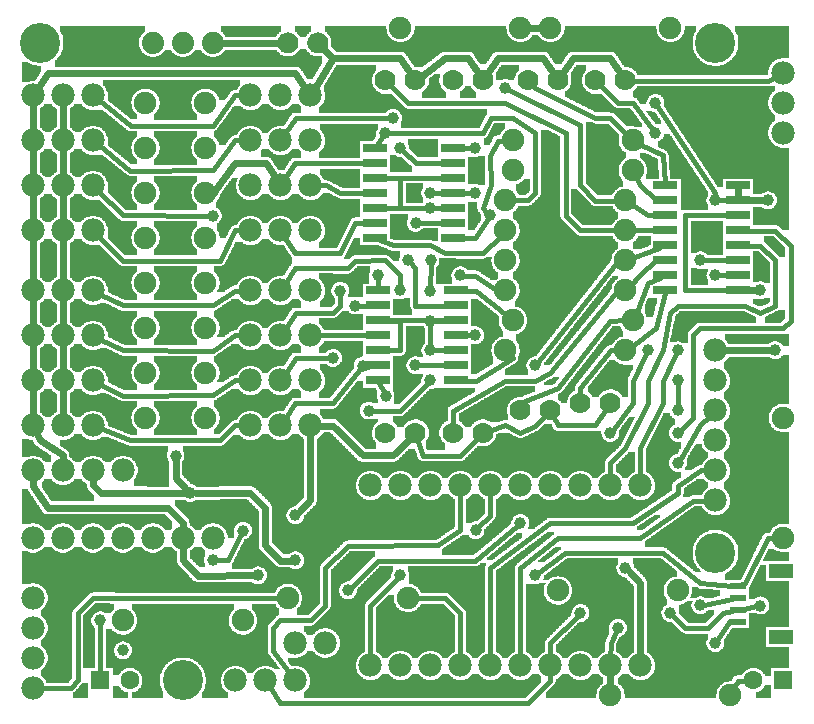
<source format=gtl>
G04 MADE WITH FRITZING*
G04 WWW.FRITZING.ORG*
G04 DOUBLE SIDED*
G04 HOLES PLATED*
G04 CONTOUR ON CENTER OF CONTOUR VECTOR*
%ASAXBY*%
%FSLAX23Y23*%
%MOIN*%
%OFA0B0*%
%SFA1.0B1.0*%
%ADD10C,0.075000*%
%ADD11C,0.039370*%
%ADD12C,0.078000*%
%ADD13C,0.133858*%
%ADD14C,0.074000*%
%ADD15C,0.062992*%
%ADD16C,0.070000*%
%ADD17R,0.078740X0.047244*%
%ADD18R,0.053150X0.023622*%
%ADD19R,0.062992X0.062992*%
%ADD20R,0.080000X0.026000*%
%ADD21C,0.016000*%
%ADD22C,0.024000*%
%ADD23R,0.001000X0.001000*%
%LNCOPPER1*%
G90*
G70*
G54D10*
X237Y2232D03*
X2482Y2226D03*
X1110Y2086D03*
X1977Y1894D03*
X1099Y1903D03*
X1782Y1659D03*
X553Y1879D03*
X553Y1729D03*
X2246Y2007D03*
X553Y1579D03*
X2322Y1579D03*
X269Y1504D03*
X848Y1492D03*
X553Y1429D03*
X553Y1279D03*
X553Y1129D03*
X553Y979D03*
X2453Y1092D03*
X649Y825D03*
X1518Y416D03*
X1932Y435D03*
X1291Y266D03*
X491Y306D03*
X1128Y302D03*
G54D11*
X2227Y826D03*
X1702Y626D03*
X302Y301D03*
X2052Y476D03*
X952Y501D03*
X1176Y1150D03*
X553Y850D03*
X777Y600D03*
X677Y501D03*
X602Y726D03*
X2127Y1201D03*
X2002Y926D03*
X2502Y1401D03*
X2552Y1201D03*
X2527Y1701D03*
X2227Y926D03*
X2227Y1201D03*
X2352Y1451D03*
X2227Y1101D03*
X2227Y1001D03*
X827Y451D03*
X1553Y601D03*
G54D10*
X777Y301D03*
X377Y301D03*
G54D11*
X377Y201D03*
G54D10*
X927Y376D03*
X1327Y376D03*
G54D12*
X677Y576D03*
X577Y576D03*
X477Y576D03*
X377Y576D03*
X277Y576D03*
X177Y576D03*
X77Y576D03*
G54D11*
X1652Y2076D03*
X2152Y2026D03*
X1602Y1651D03*
X2352Y1701D03*
X2302Y1501D03*
G54D13*
X577Y101D03*
G54D14*
X477Y2226D03*
X577Y2226D03*
X677Y2226D03*
X477Y2226D03*
X577Y2226D03*
X677Y2226D03*
G54D13*
X2352Y526D03*
X2352Y2226D03*
X102Y2226D03*
G54D11*
X676Y1650D03*
X1078Y1175D03*
X1253Y1050D03*
X1151Y1350D03*
G54D12*
X77Y801D03*
X177Y801D03*
X277Y801D03*
X377Y801D03*
G54D11*
X1352Y1151D03*
X1552Y1726D03*
X1552Y1251D03*
X1502Y1451D03*
X1227Y1451D03*
X1752Y1151D03*
G54D10*
X1702Y2276D03*
X1302Y2276D03*
X1802Y2276D03*
X2202Y2276D03*
X2002Y51D03*
X2402Y51D03*
G54D15*
X302Y101D03*
X401Y101D03*
X2577Y101D03*
X2479Y101D03*
G54D11*
X1402Y1726D03*
X2152Y1926D03*
X1552Y1876D03*
G54D10*
X2052Y1501D03*
X1652Y1501D03*
X2052Y1601D03*
X1652Y1601D03*
X2052Y1401D03*
X1652Y1401D03*
X2052Y1701D03*
X1652Y1701D03*
X2077Y1301D03*
X1677Y1301D03*
X2077Y1801D03*
X1677Y1801D03*
X2052Y1201D03*
X1652Y1201D03*
X2077Y1901D03*
X1677Y1901D03*
G54D16*
X1352Y926D03*
X1252Y926D03*
X1577Y926D03*
X1477Y926D03*
X1352Y2101D03*
X1252Y2101D03*
X1577Y2101D03*
X1477Y2101D03*
X1802Y1001D03*
X1702Y1001D03*
X2002Y1026D03*
X1902Y1026D03*
X2052Y2101D03*
X1952Y2101D03*
X1827Y2101D03*
X1727Y2101D03*
G54D10*
X452Y976D03*
X652Y976D03*
X452Y1576D03*
X652Y1576D03*
X452Y1126D03*
X652Y1126D03*
X452Y1726D03*
X652Y1726D03*
X452Y1276D03*
X652Y1276D03*
X452Y1876D03*
X652Y1876D03*
X452Y1426D03*
X652Y1426D03*
X452Y2026D03*
X652Y2026D03*
G54D12*
X1002Y951D03*
X902Y951D03*
X802Y951D03*
X1002Y1601D03*
X902Y1601D03*
X802Y1601D03*
X1002Y1101D03*
X902Y1101D03*
X802Y1101D03*
X1002Y1751D03*
X902Y1751D03*
X802Y1751D03*
X1002Y1251D03*
X902Y1251D03*
X802Y1251D03*
X1002Y1901D03*
X902Y1901D03*
X802Y1901D03*
X1002Y1401D03*
X902Y1401D03*
X802Y1401D03*
X1002Y2051D03*
X902Y2051D03*
X802Y2051D03*
X2352Y701D03*
X2352Y801D03*
X2352Y901D03*
X2352Y1001D03*
X2352Y1101D03*
X2352Y1201D03*
X1202Y151D03*
X1302Y151D03*
X1402Y151D03*
X1502Y151D03*
X1602Y151D03*
X1702Y151D03*
X1802Y151D03*
X1902Y151D03*
X2002Y151D03*
X2102Y151D03*
X1202Y751D03*
X1302Y751D03*
X1402Y751D03*
X1502Y751D03*
X1602Y751D03*
X1702Y751D03*
X1802Y751D03*
X1902Y751D03*
X2002Y751D03*
X2102Y751D03*
X77Y376D03*
X77Y276D03*
X77Y176D03*
X77Y76D03*
X2577Y2126D03*
X2577Y2026D03*
X2577Y1926D03*
X752Y101D03*
X852Y101D03*
X952Y101D03*
X77Y951D03*
X177Y951D03*
X277Y951D03*
X77Y1601D03*
X177Y1601D03*
X277Y1601D03*
X77Y1101D03*
X177Y1101D03*
X277Y1101D03*
X77Y1751D03*
X177Y1751D03*
X277Y1751D03*
X77Y1251D03*
X177Y1251D03*
X277Y1251D03*
X77Y1901D03*
X177Y1901D03*
X277Y1901D03*
X77Y1401D03*
X177Y1401D03*
X277Y1401D03*
X77Y2051D03*
X177Y2051D03*
X277Y2051D03*
G54D16*
X927Y2226D03*
X1027Y2226D03*
G54D11*
X1302Y1401D03*
X1102Y1400D03*
X1327Y1501D03*
X1402Y1201D03*
X1196Y1000D03*
X1402Y1101D03*
X1353Y1626D03*
X1252Y1926D03*
X1277Y1976D03*
X1302Y1876D03*
X1400Y1676D03*
X1402Y1300D03*
X1402Y1400D03*
X1403Y1501D03*
X952Y651D03*
G54D12*
X952Y226D03*
X1052Y226D03*
G54D11*
X1127Y401D03*
X2202Y326D03*
X2352Y225D03*
G54D10*
X1827Y401D03*
X2227Y401D03*
X2577Y576D03*
X2577Y976D03*
G54D11*
X1302Y451D03*
X1752Y451D03*
X2302Y351D03*
X1902Y325D03*
X2027Y276D03*
X2502Y350D03*
G54D17*
X2572Y246D03*
X2572Y466D03*
G54D18*
X2427Y297D03*
X2427Y336D03*
X2427Y376D03*
X2427Y415D03*
G54D19*
X302Y101D03*
X2577Y101D03*
G54D20*
X1477Y1576D03*
X1477Y1626D03*
X1477Y1676D03*
X1477Y1726D03*
X1477Y1776D03*
X1477Y1826D03*
X1477Y1876D03*
X1216Y1876D03*
X1216Y1826D03*
X1216Y1776D03*
X1216Y1726D03*
X1216Y1676D03*
X1216Y1626D03*
X1216Y1576D03*
X1488Y1101D03*
X1488Y1151D03*
X1488Y1201D03*
X1488Y1251D03*
X1488Y1301D03*
X1488Y1351D03*
X1488Y1401D03*
X1227Y1401D03*
X1227Y1351D03*
X1227Y1301D03*
X1227Y1251D03*
X1227Y1201D03*
X1227Y1151D03*
X1227Y1101D03*
X2185Y1751D03*
X2185Y1701D03*
X2185Y1651D03*
X2185Y1601D03*
X2185Y1551D03*
X2185Y1501D03*
X2185Y1451D03*
X2185Y1401D03*
X2427Y1401D03*
X2427Y1451D03*
X2427Y1501D03*
X2427Y1551D03*
X2427Y1601D03*
X2427Y1651D03*
X2427Y1701D03*
X2427Y1751D03*
G54D21*
X2302Y951D02*
X2234Y837D01*
D02*
X2335Y983D02*
X2302Y951D01*
D02*
X302Y287D02*
X302Y122D01*
G54D22*
D02*
X127Y676D02*
X527Y676D01*
D02*
X527Y676D02*
X577Y626D01*
D02*
X77Y750D02*
X127Y676D01*
D02*
X176Y851D02*
X177Y831D01*
D02*
X102Y901D02*
X176Y851D01*
D02*
X91Y924D02*
X102Y901D01*
D02*
X621Y726D02*
X802Y726D01*
D02*
X303Y726D02*
X583Y726D01*
D02*
X278Y751D02*
X303Y726D01*
D02*
X852Y676D02*
X852Y551D01*
D02*
X902Y500D02*
X933Y500D01*
D02*
X852Y551D02*
X902Y500D01*
D02*
X802Y726D02*
X852Y676D01*
D02*
X278Y770D02*
X278Y751D01*
D02*
X2102Y426D02*
X2102Y181D01*
D02*
X2066Y462D02*
X2102Y426D01*
D02*
X577Y626D02*
X577Y606D01*
D02*
X77Y770D02*
X77Y750D01*
D02*
X901Y2226D02*
X708Y2226D01*
D02*
X1045Y2207D02*
X1077Y2175D01*
D02*
X1077Y2175D02*
X1018Y2076D01*
D02*
X1774Y2276D02*
X1731Y2276D01*
D02*
X553Y831D02*
X553Y775D01*
D02*
X553Y775D02*
X589Y739D01*
G54D21*
D02*
X727Y501D02*
X691Y501D01*
G54D22*
D02*
X1195Y1150D02*
X1193Y1150D01*
G54D21*
D02*
X771Y588D02*
X727Y501D01*
D02*
X2555Y2114D02*
X2527Y2100D01*
D02*
X2527Y2100D02*
X2073Y2100D01*
G54D22*
D02*
X2427Y1743D02*
X2427Y1708D01*
D02*
X2533Y1201D02*
X2382Y1201D01*
D02*
X2462Y1701D02*
X2508Y1701D01*
G54D21*
D02*
X2077Y1026D02*
X2010Y936D01*
D02*
X2277Y976D02*
X2277Y1251D01*
D02*
X2277Y1251D02*
X2301Y1276D01*
D02*
X2236Y935D02*
X2277Y976D01*
D02*
X2577Y1275D02*
X2603Y1300D01*
D02*
X2301Y1276D02*
X2577Y1275D01*
D02*
X2603Y1550D02*
X2552Y1600D01*
D02*
X2603Y1300D02*
X2603Y1550D01*
D02*
X2552Y1600D02*
X2462Y1600D01*
G54D22*
D02*
X2462Y1401D02*
X2483Y1401D01*
G54D21*
D02*
X2121Y1188D02*
X2077Y1100D01*
D02*
X2077Y1100D02*
X2077Y1026D01*
D02*
X2177Y1201D02*
X2202Y1325D01*
D02*
X2128Y1100D02*
X2177Y1201D01*
D02*
X2452Y1350D02*
X2502Y1325D01*
D02*
X2128Y1026D02*
X2128Y1100D01*
D02*
X2227Y1350D02*
X2452Y1350D01*
D02*
X2052Y875D02*
X2128Y1026D01*
D02*
X2002Y825D02*
X2052Y875D01*
D02*
X2502Y1325D02*
X2552Y1350D01*
D02*
X2202Y1325D02*
X2227Y1350D01*
D02*
X2552Y1350D02*
X2552Y1501D01*
D02*
X2552Y1501D02*
X2502Y1550D01*
D02*
X2002Y775D02*
X2002Y825D01*
D02*
X2502Y1550D02*
X2462Y1550D01*
D02*
X2102Y875D02*
X2177Y1026D01*
D02*
X2177Y1100D02*
X2221Y1189D01*
D02*
X2177Y1026D02*
X2177Y1100D01*
D02*
X2102Y775D02*
X2102Y875D01*
D02*
X2227Y1014D02*
X2227Y1087D01*
D02*
X2366Y1451D02*
X2393Y1451D01*
G54D22*
D02*
X2002Y79D02*
X2002Y120D01*
G54D21*
D02*
X2426Y100D02*
X2412Y71D01*
D02*
X2457Y100D02*
X2426Y100D01*
D02*
X1502Y601D02*
X1502Y726D01*
D02*
X1052Y476D02*
X1128Y550D01*
D02*
X1052Y350D02*
X1052Y476D01*
D02*
X1427Y551D02*
X1502Y601D01*
D02*
X1128Y550D02*
X1427Y551D01*
D02*
X902Y301D02*
X1003Y301D01*
D02*
X1003Y301D02*
X1052Y350D01*
D02*
X878Y200D02*
X878Y276D01*
D02*
X878Y276D02*
X902Y301D01*
D02*
X1802Y100D02*
X1802Y126D01*
D02*
X902Y26D02*
X1727Y26D01*
D02*
X866Y80D02*
X902Y26D01*
D02*
X1727Y26D02*
X1802Y100D01*
D02*
X2227Y725D02*
X2226Y750D01*
D02*
X2226Y750D02*
X2303Y801D01*
D02*
X2303Y801D02*
X2328Y801D01*
D02*
X2102Y576D02*
X1827Y576D01*
D02*
X1827Y576D02*
X1702Y475D01*
D02*
X2277Y700D02*
X2102Y576D01*
D02*
X2328Y700D02*
X2277Y700D01*
D02*
X1702Y475D02*
X1702Y175D01*
D02*
X1602Y175D02*
X1602Y475D01*
D02*
X2077Y625D02*
X2227Y725D01*
D02*
X1802Y625D02*
X2077Y625D01*
D02*
X1602Y475D02*
X1802Y625D01*
D02*
X203Y75D02*
X227Y102D01*
D02*
X227Y325D02*
X277Y376D01*
D02*
X277Y376D02*
X904Y376D01*
D02*
X102Y75D02*
X203Y75D01*
D02*
X227Y102D02*
X227Y325D01*
D02*
X1502Y175D02*
X1502Y325D01*
D02*
X1502Y325D02*
X1452Y375D01*
D02*
X1452Y375D02*
X1350Y375D01*
D02*
X937Y120D02*
X878Y200D01*
G54D22*
D02*
X808Y451D02*
X627Y450D01*
D02*
X627Y450D02*
X578Y501D01*
D02*
X578Y501D02*
X577Y545D01*
G54D21*
D02*
X1602Y650D02*
X1562Y611D01*
D02*
X1602Y726D02*
X1602Y650D01*
G54D22*
D02*
X177Y1431D02*
X177Y1570D01*
D02*
X1302Y2175D02*
X1078Y2175D01*
D02*
X1338Y2122D02*
X1302Y2175D01*
D02*
X1078Y2175D02*
X1018Y2076D01*
D02*
X952Y2125D02*
X985Y2076D01*
D02*
X128Y2125D02*
X952Y2125D01*
D02*
X94Y2075D02*
X128Y2125D01*
D02*
X1078Y950D02*
X1032Y950D01*
D02*
X1177Y851D02*
X1078Y950D01*
D02*
X1277Y851D02*
X1177Y851D01*
D02*
X1334Y907D02*
X1277Y851D01*
G54D21*
D02*
X2352Y1726D02*
X2352Y1714D01*
D02*
X2160Y2014D02*
X2352Y1726D01*
D02*
X2128Y1426D02*
X2086Y1322D01*
D02*
X2168Y1443D02*
X2128Y1426D01*
D02*
X2183Y1393D02*
X2153Y1276D01*
D02*
X2153Y1276D02*
X2071Y1214D01*
D02*
X2185Y1758D02*
X2177Y1851D01*
D02*
X2177Y1851D02*
X2098Y1890D01*
D02*
X2102Y1751D02*
X2088Y1780D01*
D02*
X2185Y1701D02*
X2153Y1701D01*
D02*
X2153Y1701D02*
X2102Y1751D01*
D02*
X2151Y1651D02*
X2128Y1651D01*
D02*
X2128Y1651D02*
X2071Y1688D01*
D02*
X2151Y1601D02*
X2102Y1601D01*
D02*
X2102Y1601D02*
X2075Y1601D01*
D02*
X2165Y1543D02*
X2074Y1509D01*
D02*
X2185Y1501D02*
X2153Y1501D01*
D02*
X2102Y1451D02*
X2068Y1417D01*
D02*
X2153Y1501D02*
X2102Y1451D01*
D02*
X2316Y1501D02*
X2393Y1501D01*
D02*
X2252Y1401D02*
X2393Y1401D01*
D02*
X2393Y1651D02*
X2252Y1651D01*
D02*
X2252Y1651D02*
X2252Y1401D01*
D02*
X2366Y1701D02*
X2393Y1701D01*
D02*
X403Y1950D02*
X296Y2035D01*
D02*
X751Y2052D02*
X677Y1950D01*
D02*
X778Y2051D02*
X751Y2052D01*
D02*
X677Y1950D02*
X403Y1950D01*
D02*
X663Y1650D02*
X377Y1651D01*
D02*
X377Y1651D02*
X295Y1733D01*
D02*
X402Y1800D02*
X296Y1885D01*
D02*
X752Y1901D02*
X677Y1801D01*
D02*
X677Y1801D02*
X402Y1800D01*
D02*
X778Y1901D02*
X752Y1901D01*
D02*
X952Y1476D02*
X916Y1421D01*
D02*
X1064Y1175D02*
X953Y1175D01*
D02*
X953Y1175D02*
X916Y1121D01*
D02*
X1252Y1501D02*
X1152Y1500D01*
D02*
X1302Y1414D02*
X1302Y1451D01*
D02*
X1102Y1350D02*
X1102Y1387D01*
D02*
X1127Y1476D02*
X952Y1476D01*
D02*
X1152Y1500D02*
X1127Y1476D01*
D02*
X1078Y1326D02*
X1102Y1350D01*
D02*
X916Y1271D02*
X953Y1325D01*
D02*
X953Y1325D02*
X1078Y1326D01*
D02*
X1302Y1451D02*
X1252Y1501D01*
D02*
X1193Y1251D02*
X1027Y1251D01*
D02*
X1552Y1450D02*
X1516Y1450D01*
D02*
X1629Y1400D02*
X1627Y1400D01*
D02*
X1227Y1437D02*
X1227Y1408D01*
D02*
X1553Y1400D02*
X1523Y1400D01*
D02*
X1627Y1400D02*
X1552Y1450D01*
D02*
X1659Y1315D02*
X1630Y1338D01*
D02*
X1231Y1093D02*
X1247Y1062D01*
D02*
X1630Y1338D02*
X1553Y1400D01*
D02*
X1165Y1350D02*
X1193Y1350D01*
D02*
X1677Y1175D02*
X1553Y1100D01*
D02*
X1668Y1184D02*
X1677Y1175D01*
D02*
X1553Y1100D02*
X1523Y1100D01*
D02*
X1552Y1251D02*
X1488Y1251D01*
D02*
X1512Y1726D02*
X1538Y1726D01*
D02*
X2027Y1401D02*
X2029Y1401D01*
D02*
X2052Y1301D02*
X2054Y1301D01*
D02*
X1802Y1126D02*
X2027Y1401D01*
D02*
X1752Y1100D02*
X1802Y1126D01*
D02*
X1652Y1100D02*
X1752Y1100D01*
D02*
X1477Y946D02*
X1478Y1000D01*
D02*
X1478Y1000D02*
X1652Y1100D01*
D02*
X2003Y1201D02*
X2029Y1201D01*
D02*
X1902Y1046D02*
X1902Y1076D01*
D02*
X1902Y1076D02*
X2003Y1201D01*
D02*
X1760Y1161D02*
X2027Y1500D01*
D02*
X2027Y1500D02*
X2029Y1500D01*
D02*
X1502Y850D02*
X1563Y911D01*
D02*
X1359Y906D02*
X1377Y850D01*
D02*
X1377Y850D02*
X1502Y850D01*
D02*
X1702Y926D02*
X1752Y950D01*
D02*
X1652Y951D02*
X1702Y926D01*
D02*
X1597Y932D02*
X1652Y951D01*
D02*
X1752Y950D02*
X1788Y986D01*
D02*
X1827Y951D02*
X1811Y982D01*
D02*
X1991Y1008D02*
X1952Y951D01*
D02*
X1952Y951D02*
X1827Y951D01*
D02*
X1702Y1026D02*
X1827Y1075D01*
D02*
X1827Y1075D02*
X2002Y1300D01*
D02*
X2002Y1300D02*
X2052Y1301D01*
D02*
X1702Y1021D02*
X1702Y1026D01*
D02*
X377Y1202D02*
X678Y1200D01*
D02*
X752Y1251D02*
X778Y1251D01*
D02*
X299Y1240D02*
X377Y1202D01*
D02*
X678Y1200D02*
X752Y1251D01*
D02*
X377Y1351D02*
X678Y1351D01*
D02*
X299Y1390D02*
X377Y1351D01*
D02*
X752Y1400D02*
X778Y1400D01*
D02*
X678Y1351D02*
X752Y1400D01*
D02*
X752Y951D02*
X778Y951D01*
D02*
X702Y901D02*
X752Y951D01*
D02*
X300Y941D02*
X401Y901D01*
D02*
X401Y901D02*
X702Y901D01*
D02*
X752Y1101D02*
X778Y1101D01*
D02*
X678Y1051D02*
X752Y1101D01*
D02*
X299Y1089D02*
X377Y1050D01*
D02*
X377Y1050D02*
X678Y1051D01*
G54D22*
D02*
X77Y1070D02*
X77Y981D01*
D02*
X77Y1220D02*
X77Y1131D01*
D02*
X77Y1370D02*
X77Y1281D01*
D02*
X77Y1570D02*
X77Y1431D01*
D02*
X77Y1631D02*
X77Y1720D01*
D02*
X77Y1781D02*
X77Y1870D01*
D02*
X77Y1931D02*
X77Y2020D01*
D02*
X677Y1725D02*
X751Y1825D01*
D02*
X751Y1825D02*
X853Y1825D01*
D02*
X681Y1725D02*
X677Y1725D01*
D02*
X853Y1825D02*
X886Y1776D01*
D02*
X177Y1631D02*
X177Y1720D01*
D02*
X177Y1781D02*
X177Y1870D01*
D02*
X177Y1931D02*
X177Y2020D01*
G54D21*
D02*
X377Y1500D02*
X294Y1583D01*
D02*
X752Y1601D02*
X702Y1500D01*
D02*
X778Y1601D02*
X752Y1601D01*
D02*
X702Y1500D02*
X377Y1500D01*
D02*
X1053Y1751D02*
X1027Y1751D01*
D02*
X1182Y1726D02*
X1102Y1726D01*
D02*
X1102Y1726D02*
X1053Y1751D01*
D02*
X1415Y1726D02*
X1443Y1726D01*
D02*
X2002Y1976D02*
X2061Y1917D01*
D02*
X1952Y1976D02*
X2002Y1976D01*
D02*
X1752Y2076D02*
X1952Y1976D01*
D02*
X1742Y2086D02*
X1752Y2076D01*
D02*
X2078Y2026D02*
X2144Y1936D01*
D02*
X2027Y2026D02*
X2078Y2026D01*
D02*
X1967Y2086D02*
X2027Y2026D01*
G54D22*
D02*
X1452Y2175D02*
X1527Y2176D01*
D02*
X1527Y2176D02*
X1563Y2122D01*
D02*
X1373Y2116D02*
X1452Y2175D01*
D02*
X1627Y2176D02*
X1778Y2176D01*
D02*
X1778Y2176D02*
X1813Y2122D01*
D02*
X1592Y2122D02*
X1627Y2176D01*
D02*
X1877Y2176D02*
X2002Y2176D01*
D02*
X2002Y2176D02*
X2038Y2122D01*
D02*
X1842Y2122D02*
X1877Y2176D01*
G54D21*
D02*
X1327Y2026D02*
X1652Y2025D01*
D02*
X1853Y1926D02*
X1853Y1650D01*
D02*
X1627Y1900D02*
X1602Y1850D01*
D02*
X1595Y1639D02*
X1552Y1575D01*
D02*
X1539Y1876D02*
X1512Y1876D01*
D02*
X1603Y1751D02*
X1577Y1675D01*
D02*
X1577Y1675D02*
X1592Y1660D01*
D02*
X1602Y1850D02*
X1603Y1751D01*
D02*
X1654Y1900D02*
X1627Y1900D01*
D02*
X1552Y1575D02*
X1512Y1576D01*
D02*
X1452Y1526D02*
X1401Y1551D01*
D02*
X1401Y1551D02*
X1278Y1551D01*
D02*
X1577Y1525D02*
X1452Y1526D01*
D02*
X1636Y1584D02*
X1577Y1525D01*
D02*
X1278Y1551D02*
X1234Y1568D01*
D02*
X1902Y1601D02*
X2029Y1601D01*
D02*
X1853Y1650D02*
X1902Y1601D01*
D02*
X1652Y2025D02*
X1853Y1926D01*
D02*
X1267Y2086D02*
X1327Y2026D01*
D02*
X1952Y1700D02*
X2029Y1700D01*
D02*
X1902Y1751D02*
X1952Y1700D01*
D02*
X1902Y1951D02*
X1902Y1751D01*
D02*
X1664Y2070D02*
X1902Y1951D01*
D02*
X1677Y1976D02*
X1752Y1926D01*
D02*
X1577Y1926D02*
X1603Y1976D01*
D02*
X1603Y1976D02*
X1677Y1976D01*
D02*
X1265Y1926D02*
X1577Y1926D01*
D02*
X1752Y1926D02*
X1752Y1725D01*
D02*
X1752Y1725D02*
X1727Y1701D01*
D02*
X1222Y1883D02*
X1244Y1915D01*
D02*
X1727Y1701D02*
X1675Y1701D01*
G54D22*
D02*
X177Y1070D02*
X177Y981D01*
D02*
X177Y1220D02*
X177Y1131D01*
D02*
X177Y1370D02*
X177Y1281D01*
G54D21*
D02*
X1454Y1151D02*
X1366Y1151D01*
D02*
X1454Y1301D02*
X1262Y1301D01*
D02*
X1415Y1300D02*
X1454Y1300D01*
D02*
X1402Y1214D02*
X1402Y1287D01*
D02*
X1454Y1201D02*
X1415Y1201D01*
D02*
X1302Y1300D02*
X1262Y1300D01*
D02*
X1262Y1201D02*
X1302Y1201D01*
D02*
X1302Y1201D02*
X1302Y1300D01*
D02*
X1077Y1026D02*
X1168Y1140D01*
D02*
X952Y1026D02*
X1077Y1026D01*
D02*
X916Y971D02*
X952Y1026D01*
D02*
X1352Y1350D02*
X1454Y1350D01*
D02*
X1352Y1476D02*
X1352Y1350D01*
D02*
X1337Y1491D02*
X1352Y1476D01*
D02*
X1152Y1626D02*
X1182Y1626D01*
D02*
X1102Y1526D02*
X1152Y1626D01*
D02*
X952Y1526D02*
X1102Y1526D01*
D02*
X919Y1575D02*
X952Y1526D01*
D02*
X1302Y1000D02*
X1210Y1000D01*
D02*
X1393Y1091D02*
X1302Y1000D01*
D02*
X952Y1826D02*
X1182Y1826D01*
D02*
X919Y1776D02*
X952Y1826D01*
D02*
X1366Y1626D02*
X1443Y1626D01*
D02*
X1311Y1866D02*
X1353Y1826D01*
D02*
X953Y1975D02*
X1264Y1975D01*
D02*
X1353Y1826D02*
X1443Y1826D01*
D02*
X919Y1925D02*
X953Y1975D01*
D02*
X1443Y1776D02*
X1251Y1776D01*
D02*
X1302Y1675D02*
X1302Y1775D01*
D02*
X1302Y1775D02*
X1251Y1776D01*
D02*
X1251Y1676D02*
X1302Y1675D01*
D02*
X1251Y1676D02*
X1387Y1676D01*
D02*
X1414Y1676D02*
X1443Y1676D01*
D02*
X1402Y1414D02*
X1403Y1487D01*
G54D22*
D02*
X1002Y701D02*
X1002Y920D01*
D02*
X965Y664D02*
X1002Y701D01*
G54D21*
D02*
X1137Y410D02*
X1227Y500D01*
D02*
X1227Y500D02*
X1552Y500D01*
D02*
X1552Y500D02*
X1692Y617D01*
D02*
X2402Y300D02*
X2406Y300D01*
D02*
X2359Y236D02*
X2402Y300D01*
D02*
X2252Y276D02*
X2212Y316D01*
D02*
X2327Y276D02*
X2252Y276D01*
D02*
X2377Y326D02*
X2327Y276D01*
D02*
X2406Y332D02*
X2377Y326D01*
D02*
X2302Y425D02*
X2406Y417D01*
D02*
X1852Y526D02*
X2177Y526D01*
D02*
X2177Y526D02*
X2302Y425D01*
D02*
X1762Y459D02*
X1852Y526D01*
D02*
X1202Y350D02*
X1293Y441D01*
D02*
X1202Y175D02*
X1202Y350D01*
D02*
X2406Y371D02*
X2315Y353D01*
D02*
X1893Y316D02*
X1802Y225D01*
D02*
X1802Y225D02*
X1802Y175D01*
D02*
X2002Y175D02*
X2003Y225D01*
D02*
X2003Y225D02*
X2021Y264D01*
D02*
X2452Y425D02*
X2442Y421D01*
D02*
X2527Y575D02*
X2452Y425D01*
D02*
X2554Y575D02*
X2527Y575D01*
D02*
X2489Y348D02*
X2448Y340D01*
G36*
X168Y2283D02*
X168Y2263D01*
X170Y2263D01*
X170Y2259D01*
X172Y2259D01*
X172Y2255D01*
X174Y2255D01*
X174Y2251D01*
X176Y2251D01*
X176Y2243D01*
X178Y2243D01*
X178Y2227D01*
X180Y2227D01*
X180Y2225D01*
X178Y2225D01*
X178Y2209D01*
X176Y2209D01*
X176Y2201D01*
X174Y2201D01*
X174Y2195D01*
X172Y2195D01*
X172Y2191D01*
X170Y2191D01*
X170Y2187D01*
X168Y2187D01*
X168Y2185D01*
X166Y2185D01*
X166Y2181D01*
X164Y2181D01*
X164Y2179D01*
X466Y2179D01*
X466Y2181D01*
X460Y2181D01*
X460Y2183D01*
X456Y2183D01*
X456Y2185D01*
X452Y2185D01*
X452Y2187D01*
X450Y2187D01*
X450Y2189D01*
X446Y2189D01*
X446Y2191D01*
X444Y2191D01*
X444Y2193D01*
X442Y2193D01*
X442Y2195D01*
X440Y2195D01*
X440Y2199D01*
X438Y2199D01*
X438Y2201D01*
X436Y2201D01*
X436Y2205D01*
X434Y2205D01*
X434Y2211D01*
X432Y2211D01*
X432Y2217D01*
X430Y2217D01*
X430Y2235D01*
X432Y2235D01*
X432Y2241D01*
X434Y2241D01*
X434Y2247D01*
X436Y2247D01*
X436Y2249D01*
X438Y2249D01*
X438Y2253D01*
X440Y2253D01*
X440Y2255D01*
X442Y2255D01*
X442Y2257D01*
X444Y2257D01*
X444Y2259D01*
X446Y2259D01*
X446Y2261D01*
X448Y2261D01*
X448Y2263D01*
X450Y2263D01*
X450Y2283D01*
X168Y2283D01*
G37*
D02*
G36*
X966Y2205D02*
X966Y2201D01*
X964Y2201D01*
X964Y2199D01*
X962Y2199D01*
X962Y2197D01*
X960Y2197D01*
X960Y2195D01*
X958Y2195D01*
X958Y2193D01*
X956Y2193D01*
X956Y2191D01*
X954Y2191D01*
X954Y2189D01*
X952Y2189D01*
X952Y2187D01*
X948Y2187D01*
X948Y2185D01*
X944Y2185D01*
X944Y2183D01*
X938Y2183D01*
X938Y2181D01*
X1018Y2181D01*
X1018Y2183D01*
X1010Y2183D01*
X1010Y2185D01*
X1006Y2185D01*
X1006Y2187D01*
X1002Y2187D01*
X1002Y2189D01*
X1000Y2189D01*
X1000Y2191D01*
X998Y2191D01*
X998Y2193D01*
X996Y2193D01*
X996Y2195D01*
X994Y2195D01*
X994Y2197D01*
X992Y2197D01*
X992Y2199D01*
X990Y2199D01*
X990Y2203D01*
X988Y2203D01*
X988Y2205D01*
X966Y2205D01*
G37*
D02*
G36*
X718Y2203D02*
X718Y2201D01*
X716Y2201D01*
X716Y2199D01*
X714Y2199D01*
X714Y2195D01*
X712Y2195D01*
X712Y2193D01*
X710Y2193D01*
X710Y2191D01*
X708Y2191D01*
X708Y2189D01*
X704Y2189D01*
X704Y2187D01*
X702Y2187D01*
X702Y2185D01*
X698Y2185D01*
X698Y2183D01*
X694Y2183D01*
X694Y2181D01*
X918Y2181D01*
X918Y2183D01*
X910Y2183D01*
X910Y2185D01*
X906Y2185D01*
X906Y2187D01*
X902Y2187D01*
X902Y2189D01*
X900Y2189D01*
X900Y2191D01*
X898Y2191D01*
X898Y2193D01*
X896Y2193D01*
X896Y2195D01*
X894Y2195D01*
X894Y2197D01*
X892Y2197D01*
X892Y2199D01*
X890Y2199D01*
X890Y2203D01*
X718Y2203D01*
G37*
D02*
G36*
X516Y2201D02*
X516Y2199D01*
X514Y2199D01*
X514Y2195D01*
X512Y2195D01*
X512Y2193D01*
X510Y2193D01*
X510Y2191D01*
X508Y2191D01*
X508Y2189D01*
X504Y2189D01*
X504Y2187D01*
X502Y2187D01*
X502Y2185D01*
X498Y2185D01*
X498Y2183D01*
X494Y2183D01*
X494Y2181D01*
X488Y2181D01*
X488Y2179D01*
X566Y2179D01*
X566Y2181D01*
X560Y2181D01*
X560Y2183D01*
X556Y2183D01*
X556Y2185D01*
X552Y2185D01*
X552Y2187D01*
X550Y2187D01*
X550Y2189D01*
X546Y2189D01*
X546Y2191D01*
X544Y2191D01*
X544Y2193D01*
X542Y2193D01*
X542Y2195D01*
X540Y2195D01*
X540Y2199D01*
X538Y2199D01*
X538Y2201D01*
X516Y2201D01*
G37*
D02*
G36*
X616Y2201D02*
X616Y2199D01*
X614Y2199D01*
X614Y2195D01*
X612Y2195D01*
X612Y2193D01*
X610Y2193D01*
X610Y2191D01*
X608Y2191D01*
X608Y2189D01*
X604Y2189D01*
X604Y2187D01*
X602Y2187D01*
X602Y2185D01*
X598Y2185D01*
X598Y2183D01*
X594Y2183D01*
X594Y2181D01*
X588Y2181D01*
X588Y2179D01*
X666Y2179D01*
X666Y2181D01*
X660Y2181D01*
X660Y2183D01*
X656Y2183D01*
X656Y2185D01*
X652Y2185D01*
X652Y2187D01*
X650Y2187D01*
X650Y2189D01*
X646Y2189D01*
X646Y2191D01*
X644Y2191D01*
X644Y2193D01*
X642Y2193D01*
X642Y2195D01*
X640Y2195D01*
X640Y2199D01*
X638Y2199D01*
X638Y2201D01*
X616Y2201D01*
G37*
D02*
G36*
X688Y2181D02*
X688Y2179D01*
X1042Y2179D01*
X1042Y2181D01*
X688Y2181D01*
G37*
D02*
G36*
X688Y2181D02*
X688Y2179D01*
X1042Y2179D01*
X1042Y2181D01*
X688Y2181D01*
G37*
D02*
G36*
X162Y2179D02*
X162Y2177D01*
X1042Y2177D01*
X1042Y2179D01*
X162Y2179D01*
G37*
D02*
G36*
X162Y2179D02*
X162Y2177D01*
X1042Y2177D01*
X1042Y2179D01*
X162Y2179D01*
G37*
D02*
G36*
X162Y2179D02*
X162Y2177D01*
X1042Y2177D01*
X1042Y2179D01*
X162Y2179D01*
G37*
D02*
G36*
X162Y2179D02*
X162Y2177D01*
X1042Y2177D01*
X1042Y2179D01*
X162Y2179D01*
G37*
D02*
G36*
X160Y2177D02*
X160Y2175D01*
X158Y2175D01*
X158Y2171D01*
X156Y2171D01*
X156Y2169D01*
X152Y2169D01*
X152Y2167D01*
X150Y2167D01*
X150Y2147D01*
X960Y2147D01*
X960Y2145D01*
X964Y2145D01*
X964Y2143D01*
X966Y2143D01*
X966Y2141D01*
X968Y2141D01*
X968Y2139D01*
X970Y2139D01*
X970Y2137D01*
X972Y2137D01*
X972Y2133D01*
X974Y2133D01*
X974Y2131D01*
X976Y2131D01*
X976Y2127D01*
X978Y2127D01*
X978Y2125D01*
X980Y2125D01*
X980Y2121D01*
X982Y2121D01*
X982Y2119D01*
X984Y2119D01*
X984Y2115D01*
X986Y2115D01*
X986Y2113D01*
X988Y2113D01*
X988Y2109D01*
X990Y2109D01*
X990Y2107D01*
X1010Y2107D01*
X1010Y2109D01*
X1012Y2109D01*
X1012Y2111D01*
X1014Y2111D01*
X1014Y2115D01*
X1016Y2115D01*
X1016Y2119D01*
X1018Y2119D01*
X1018Y2121D01*
X1020Y2121D01*
X1020Y2125D01*
X1022Y2125D01*
X1022Y2129D01*
X1024Y2129D01*
X1024Y2131D01*
X1026Y2131D01*
X1026Y2135D01*
X1028Y2135D01*
X1028Y2139D01*
X1030Y2139D01*
X1030Y2141D01*
X1032Y2141D01*
X1032Y2145D01*
X1034Y2145D01*
X1034Y2149D01*
X1036Y2149D01*
X1036Y2151D01*
X1038Y2151D01*
X1038Y2155D01*
X1040Y2155D01*
X1040Y2159D01*
X1042Y2159D01*
X1042Y2177D01*
X160Y2177D01*
G37*
D02*
G36*
X704Y2283D02*
X704Y2263D01*
X706Y2263D01*
X706Y2261D01*
X710Y2261D01*
X710Y2259D01*
X712Y2259D01*
X712Y2255D01*
X714Y2255D01*
X714Y2253D01*
X716Y2253D01*
X716Y2251D01*
X718Y2251D01*
X718Y2247D01*
X888Y2247D01*
X888Y2249D01*
X890Y2249D01*
X890Y2253D01*
X892Y2253D01*
X892Y2255D01*
X894Y2255D01*
X894Y2257D01*
X896Y2257D01*
X896Y2259D01*
X898Y2259D01*
X898Y2261D01*
X900Y2261D01*
X900Y2263D01*
X904Y2263D01*
X904Y2283D01*
X704Y2283D01*
G37*
D02*
G36*
X950Y2283D02*
X950Y2263D01*
X954Y2263D01*
X954Y2261D01*
X956Y2261D01*
X956Y2259D01*
X958Y2259D01*
X958Y2257D01*
X960Y2257D01*
X960Y2255D01*
X962Y2255D01*
X962Y2253D01*
X964Y2253D01*
X964Y2249D01*
X966Y2249D01*
X966Y2247D01*
X968Y2247D01*
X968Y2245D01*
X988Y2245D01*
X988Y2249D01*
X990Y2249D01*
X990Y2253D01*
X992Y2253D01*
X992Y2255D01*
X994Y2255D01*
X994Y2257D01*
X996Y2257D01*
X996Y2259D01*
X998Y2259D01*
X998Y2261D01*
X1000Y2261D01*
X1000Y2263D01*
X1004Y2263D01*
X1004Y2283D01*
X950Y2283D01*
G37*
D02*
G36*
X1050Y2283D02*
X1050Y2263D01*
X1054Y2263D01*
X1054Y2261D01*
X1056Y2261D01*
X1056Y2259D01*
X1058Y2259D01*
X1058Y2257D01*
X1060Y2257D01*
X1060Y2255D01*
X1062Y2255D01*
X1062Y2253D01*
X1064Y2253D01*
X1064Y2249D01*
X1066Y2249D01*
X1066Y2247D01*
X1068Y2247D01*
X1068Y2241D01*
X1070Y2241D01*
X1070Y2235D01*
X1072Y2235D01*
X1072Y2229D01*
X1290Y2229D01*
X1290Y2231D01*
X1284Y2231D01*
X1284Y2233D01*
X1280Y2233D01*
X1280Y2235D01*
X1276Y2235D01*
X1276Y2237D01*
X1274Y2237D01*
X1274Y2239D01*
X1272Y2239D01*
X1272Y2241D01*
X1268Y2241D01*
X1268Y2243D01*
X1266Y2243D01*
X1266Y2247D01*
X1264Y2247D01*
X1264Y2249D01*
X1262Y2249D01*
X1262Y2253D01*
X1260Y2253D01*
X1260Y2255D01*
X1258Y2255D01*
X1258Y2261D01*
X1256Y2261D01*
X1256Y2271D01*
X1254Y2271D01*
X1254Y2283D01*
X1050Y2283D01*
G37*
D02*
G36*
X1350Y2283D02*
X1350Y2269D01*
X1348Y2269D01*
X1348Y2261D01*
X1346Y2261D01*
X1346Y2255D01*
X1344Y2255D01*
X1344Y2253D01*
X1342Y2253D01*
X1342Y2249D01*
X1340Y2249D01*
X1340Y2247D01*
X1338Y2247D01*
X1338Y2243D01*
X1336Y2243D01*
X1336Y2241D01*
X1334Y2241D01*
X1334Y2239D01*
X1330Y2239D01*
X1330Y2237D01*
X1328Y2237D01*
X1328Y2235D01*
X1324Y2235D01*
X1324Y2233D01*
X1320Y2233D01*
X1320Y2231D01*
X1314Y2231D01*
X1314Y2229D01*
X1690Y2229D01*
X1690Y2231D01*
X1684Y2231D01*
X1684Y2233D01*
X1680Y2233D01*
X1680Y2235D01*
X1676Y2235D01*
X1676Y2237D01*
X1674Y2237D01*
X1674Y2239D01*
X1672Y2239D01*
X1672Y2241D01*
X1668Y2241D01*
X1668Y2243D01*
X1666Y2243D01*
X1666Y2247D01*
X1664Y2247D01*
X1664Y2249D01*
X1662Y2249D01*
X1662Y2253D01*
X1660Y2253D01*
X1660Y2255D01*
X1658Y2255D01*
X1658Y2261D01*
X1656Y2261D01*
X1656Y2271D01*
X1654Y2271D01*
X1654Y2283D01*
X1350Y2283D01*
G37*
D02*
G36*
X1850Y2283D02*
X1850Y2269D01*
X1848Y2269D01*
X1848Y2261D01*
X1846Y2261D01*
X1846Y2255D01*
X1844Y2255D01*
X1844Y2253D01*
X1842Y2253D01*
X1842Y2249D01*
X1840Y2249D01*
X1840Y2247D01*
X1838Y2247D01*
X1838Y2243D01*
X1836Y2243D01*
X1836Y2241D01*
X1834Y2241D01*
X1834Y2239D01*
X1830Y2239D01*
X1830Y2237D01*
X1828Y2237D01*
X1828Y2235D01*
X1824Y2235D01*
X1824Y2233D01*
X1820Y2233D01*
X1820Y2231D01*
X1814Y2231D01*
X1814Y2229D01*
X2190Y2229D01*
X2190Y2231D01*
X2184Y2231D01*
X2184Y2233D01*
X2180Y2233D01*
X2180Y2235D01*
X2176Y2235D01*
X2176Y2237D01*
X2174Y2237D01*
X2174Y2239D01*
X2172Y2239D01*
X2172Y2241D01*
X2168Y2241D01*
X2168Y2243D01*
X2166Y2243D01*
X2166Y2247D01*
X2164Y2247D01*
X2164Y2249D01*
X2162Y2249D01*
X2162Y2253D01*
X2160Y2253D01*
X2160Y2255D01*
X2158Y2255D01*
X2158Y2261D01*
X2156Y2261D01*
X2156Y2271D01*
X2154Y2271D01*
X2154Y2283D01*
X1850Y2283D01*
G37*
D02*
G36*
X2250Y2283D02*
X2250Y2269D01*
X2248Y2269D01*
X2248Y2261D01*
X2246Y2261D01*
X2246Y2255D01*
X2244Y2255D01*
X2244Y2253D01*
X2242Y2253D01*
X2242Y2249D01*
X2240Y2249D01*
X2240Y2247D01*
X2238Y2247D01*
X2238Y2243D01*
X2236Y2243D01*
X2236Y2241D01*
X2234Y2241D01*
X2234Y2239D01*
X2230Y2239D01*
X2230Y2237D01*
X2228Y2237D01*
X2228Y2235D01*
X2224Y2235D01*
X2224Y2233D01*
X2220Y2233D01*
X2220Y2231D01*
X2214Y2231D01*
X2214Y2229D01*
X2276Y2229D01*
X2276Y2241D01*
X2278Y2241D01*
X2278Y2249D01*
X2280Y2249D01*
X2280Y2255D01*
X2282Y2255D01*
X2282Y2259D01*
X2284Y2259D01*
X2284Y2263D01*
X2286Y2263D01*
X2286Y2283D01*
X2250Y2283D01*
G37*
D02*
G36*
X2418Y2283D02*
X2418Y2263D01*
X2420Y2263D01*
X2420Y2259D01*
X2422Y2259D01*
X2422Y2255D01*
X2424Y2255D01*
X2424Y2251D01*
X2426Y2251D01*
X2426Y2243D01*
X2428Y2243D01*
X2428Y2227D01*
X2430Y2227D01*
X2430Y2225D01*
X2428Y2225D01*
X2428Y2209D01*
X2426Y2209D01*
X2426Y2201D01*
X2424Y2201D01*
X2424Y2195D01*
X2422Y2195D01*
X2422Y2191D01*
X2420Y2191D01*
X2420Y2187D01*
X2418Y2187D01*
X2418Y2185D01*
X2416Y2185D01*
X2416Y2181D01*
X2414Y2181D01*
X2414Y2179D01*
X2412Y2179D01*
X2412Y2177D01*
X2410Y2177D01*
X2410Y2175D01*
X2408Y2175D01*
X2408Y2171D01*
X2406Y2171D01*
X2406Y2169D01*
X2402Y2169D01*
X2402Y2167D01*
X2400Y2167D01*
X2400Y2165D01*
X2398Y2165D01*
X2398Y2163D01*
X2396Y2163D01*
X2396Y2161D01*
X2392Y2161D01*
X2392Y2159D01*
X2388Y2159D01*
X2388Y2157D01*
X2384Y2157D01*
X2384Y2155D01*
X2380Y2155D01*
X2380Y2153D01*
X2374Y2153D01*
X2374Y2151D01*
X2366Y2151D01*
X2366Y2149D01*
X2534Y2149D01*
X2534Y2151D01*
X2536Y2151D01*
X2536Y2153D01*
X2538Y2153D01*
X2538Y2157D01*
X2540Y2157D01*
X2540Y2159D01*
X2542Y2159D01*
X2542Y2161D01*
X2544Y2161D01*
X2544Y2163D01*
X2546Y2163D01*
X2546Y2165D01*
X2550Y2165D01*
X2550Y2167D01*
X2552Y2167D01*
X2552Y2169D01*
X2556Y2169D01*
X2556Y2171D01*
X2562Y2171D01*
X2562Y2173D01*
X2570Y2173D01*
X2570Y2175D01*
X2596Y2175D01*
X2596Y2283D01*
X2418Y2283D01*
G37*
D02*
G36*
X1742Y2253D02*
X1742Y2249D01*
X1740Y2249D01*
X1740Y2247D01*
X1738Y2247D01*
X1738Y2243D01*
X1736Y2243D01*
X1736Y2241D01*
X1734Y2241D01*
X1734Y2239D01*
X1730Y2239D01*
X1730Y2237D01*
X1728Y2237D01*
X1728Y2235D01*
X1724Y2235D01*
X1724Y2233D01*
X1720Y2233D01*
X1720Y2231D01*
X1714Y2231D01*
X1714Y2229D01*
X1790Y2229D01*
X1790Y2231D01*
X1784Y2231D01*
X1784Y2233D01*
X1780Y2233D01*
X1780Y2235D01*
X1776Y2235D01*
X1776Y2237D01*
X1774Y2237D01*
X1774Y2239D01*
X1772Y2239D01*
X1772Y2241D01*
X1768Y2241D01*
X1768Y2243D01*
X1766Y2243D01*
X1766Y2247D01*
X1764Y2247D01*
X1764Y2249D01*
X1762Y2249D01*
X1762Y2253D01*
X1742Y2253D01*
G37*
D02*
G36*
X1072Y2229D02*
X1072Y2227D01*
X2276Y2227D01*
X2276Y2229D01*
X1072Y2229D01*
G37*
D02*
G36*
X1072Y2229D02*
X1072Y2227D01*
X2276Y2227D01*
X2276Y2229D01*
X1072Y2229D01*
G37*
D02*
G36*
X1072Y2229D02*
X1072Y2227D01*
X2276Y2227D01*
X2276Y2229D01*
X1072Y2229D01*
G37*
D02*
G36*
X1072Y2229D02*
X1072Y2227D01*
X2276Y2227D01*
X2276Y2229D01*
X1072Y2229D01*
G37*
D02*
G36*
X1072Y2229D02*
X1072Y2227D01*
X2276Y2227D01*
X2276Y2229D01*
X1072Y2229D01*
G37*
D02*
G36*
X1072Y2227D02*
X1072Y2211D01*
X1074Y2211D01*
X1074Y2209D01*
X1076Y2209D01*
X1076Y2207D01*
X1078Y2207D01*
X1078Y2205D01*
X1080Y2205D01*
X1080Y2203D01*
X1082Y2203D01*
X1082Y2201D01*
X1084Y2201D01*
X1084Y2199D01*
X1086Y2199D01*
X1086Y2197D01*
X2010Y2197D01*
X2010Y2195D01*
X2014Y2195D01*
X2014Y2193D01*
X2016Y2193D01*
X2016Y2191D01*
X2018Y2191D01*
X2018Y2189D01*
X2020Y2189D01*
X2020Y2187D01*
X2022Y2187D01*
X2022Y2183D01*
X2024Y2183D01*
X2024Y2181D01*
X2026Y2181D01*
X2026Y2177D01*
X2028Y2177D01*
X2028Y2175D01*
X2030Y2175D01*
X2030Y2171D01*
X2032Y2171D01*
X2032Y2169D01*
X2034Y2169D01*
X2034Y2165D01*
X2036Y2165D01*
X2036Y2163D01*
X2038Y2163D01*
X2038Y2159D01*
X2040Y2159D01*
X2040Y2157D01*
X2042Y2157D01*
X2042Y2153D01*
X2044Y2153D01*
X2044Y2151D01*
X2046Y2151D01*
X2046Y2149D01*
X2340Y2149D01*
X2340Y2151D01*
X2330Y2151D01*
X2330Y2153D01*
X2324Y2153D01*
X2324Y2155D01*
X2320Y2155D01*
X2320Y2157D01*
X2316Y2157D01*
X2316Y2159D01*
X2312Y2159D01*
X2312Y2161D01*
X2310Y2161D01*
X2310Y2163D01*
X2306Y2163D01*
X2306Y2165D01*
X2304Y2165D01*
X2304Y2167D01*
X2302Y2167D01*
X2302Y2169D01*
X2300Y2169D01*
X2300Y2171D01*
X2298Y2171D01*
X2298Y2173D01*
X2296Y2173D01*
X2296Y2175D01*
X2294Y2175D01*
X2294Y2177D01*
X2292Y2177D01*
X2292Y2179D01*
X2290Y2179D01*
X2290Y2181D01*
X2288Y2181D01*
X2288Y2185D01*
X2286Y2185D01*
X2286Y2189D01*
X2284Y2189D01*
X2284Y2193D01*
X2282Y2193D01*
X2282Y2197D01*
X2280Y2197D01*
X2280Y2201D01*
X2278Y2201D01*
X2278Y2209D01*
X2276Y2209D01*
X2276Y2227D01*
X1072Y2227D01*
G37*
D02*
G36*
X1310Y2197D02*
X1310Y2195D01*
X1314Y2195D01*
X1314Y2193D01*
X1316Y2193D01*
X1316Y2191D01*
X1318Y2191D01*
X1318Y2189D01*
X1320Y2189D01*
X1320Y2187D01*
X1322Y2187D01*
X1322Y2183D01*
X1324Y2183D01*
X1324Y2181D01*
X1326Y2181D01*
X1326Y2177D01*
X1328Y2177D01*
X1328Y2175D01*
X1330Y2175D01*
X1330Y2171D01*
X1332Y2171D01*
X1332Y2169D01*
X1334Y2169D01*
X1334Y2165D01*
X1336Y2165D01*
X1336Y2163D01*
X1338Y2163D01*
X1338Y2159D01*
X1340Y2159D01*
X1340Y2157D01*
X1342Y2157D01*
X1342Y2155D01*
X1344Y2155D01*
X1344Y2151D01*
X1346Y2151D01*
X1346Y2149D01*
X1348Y2149D01*
X1348Y2145D01*
X1376Y2145D01*
X1376Y2147D01*
X1378Y2147D01*
X1378Y2149D01*
X1382Y2149D01*
X1382Y2151D01*
X1384Y2151D01*
X1384Y2153D01*
X1386Y2153D01*
X1386Y2155D01*
X1390Y2155D01*
X1390Y2157D01*
X1392Y2157D01*
X1392Y2159D01*
X1394Y2159D01*
X1394Y2161D01*
X1398Y2161D01*
X1398Y2163D01*
X1400Y2163D01*
X1400Y2165D01*
X1402Y2165D01*
X1402Y2167D01*
X1406Y2167D01*
X1406Y2169D01*
X1408Y2169D01*
X1408Y2171D01*
X1410Y2171D01*
X1410Y2173D01*
X1414Y2173D01*
X1414Y2175D01*
X1416Y2175D01*
X1416Y2177D01*
X1418Y2177D01*
X1418Y2179D01*
X1422Y2179D01*
X1422Y2181D01*
X1424Y2181D01*
X1424Y2183D01*
X1426Y2183D01*
X1426Y2185D01*
X1430Y2185D01*
X1430Y2187D01*
X1432Y2187D01*
X1432Y2189D01*
X1434Y2189D01*
X1434Y2191D01*
X1438Y2191D01*
X1438Y2193D01*
X1440Y2193D01*
X1440Y2195D01*
X1444Y2195D01*
X1444Y2197D01*
X1310Y2197D01*
G37*
D02*
G36*
X1536Y2197D02*
X1536Y2195D01*
X1540Y2195D01*
X1540Y2193D01*
X1542Y2193D01*
X1542Y2191D01*
X1544Y2191D01*
X1544Y2189D01*
X1546Y2189D01*
X1546Y2185D01*
X1548Y2185D01*
X1548Y2183D01*
X1550Y2183D01*
X1550Y2179D01*
X1552Y2179D01*
X1552Y2177D01*
X1554Y2177D01*
X1554Y2173D01*
X1556Y2173D01*
X1556Y2171D01*
X1558Y2171D01*
X1558Y2167D01*
X1560Y2167D01*
X1560Y2165D01*
X1562Y2165D01*
X1562Y2161D01*
X1564Y2161D01*
X1564Y2159D01*
X1566Y2159D01*
X1566Y2155D01*
X1588Y2155D01*
X1588Y2159D01*
X1590Y2159D01*
X1590Y2161D01*
X1592Y2161D01*
X1592Y2165D01*
X1594Y2165D01*
X1594Y2167D01*
X1596Y2167D01*
X1596Y2171D01*
X1598Y2171D01*
X1598Y2173D01*
X1600Y2173D01*
X1600Y2177D01*
X1602Y2177D01*
X1602Y2179D01*
X1604Y2179D01*
X1604Y2183D01*
X1606Y2183D01*
X1606Y2185D01*
X1608Y2185D01*
X1608Y2189D01*
X1610Y2189D01*
X1610Y2191D01*
X1612Y2191D01*
X1612Y2193D01*
X1616Y2193D01*
X1616Y2195D01*
X1618Y2195D01*
X1618Y2197D01*
X1536Y2197D01*
G37*
D02*
G36*
X1786Y2197D02*
X1786Y2195D01*
X1790Y2195D01*
X1790Y2193D01*
X1792Y2193D01*
X1792Y2191D01*
X1794Y2191D01*
X1794Y2189D01*
X1796Y2189D01*
X1796Y2187D01*
X1798Y2187D01*
X1798Y2183D01*
X1800Y2183D01*
X1800Y2181D01*
X1802Y2181D01*
X1802Y2177D01*
X1804Y2177D01*
X1804Y2175D01*
X1806Y2175D01*
X1806Y2171D01*
X1808Y2171D01*
X1808Y2169D01*
X1810Y2169D01*
X1810Y2165D01*
X1812Y2165D01*
X1812Y2163D01*
X1814Y2163D01*
X1814Y2159D01*
X1816Y2159D01*
X1816Y2155D01*
X1838Y2155D01*
X1838Y2157D01*
X1840Y2157D01*
X1840Y2161D01*
X1842Y2161D01*
X1842Y2163D01*
X1844Y2163D01*
X1844Y2167D01*
X1846Y2167D01*
X1846Y2169D01*
X1848Y2169D01*
X1848Y2173D01*
X1850Y2173D01*
X1850Y2175D01*
X1852Y2175D01*
X1852Y2179D01*
X1854Y2179D01*
X1854Y2181D01*
X1856Y2181D01*
X1856Y2185D01*
X1858Y2185D01*
X1858Y2187D01*
X1860Y2187D01*
X1860Y2191D01*
X1862Y2191D01*
X1862Y2193D01*
X1866Y2193D01*
X1866Y2195D01*
X1868Y2195D01*
X1868Y2197D01*
X1786Y2197D01*
G37*
D02*
G36*
X2046Y2149D02*
X2046Y2147D01*
X2534Y2147D01*
X2534Y2149D01*
X2046Y2149D01*
G37*
D02*
G36*
X2046Y2149D02*
X2046Y2147D01*
X2534Y2147D01*
X2534Y2149D01*
X2046Y2149D01*
G37*
D02*
G36*
X2048Y2147D02*
X2048Y2145D01*
X2064Y2145D01*
X2064Y2143D01*
X2070Y2143D01*
X2070Y2141D01*
X2074Y2141D01*
X2074Y2139D01*
X2078Y2139D01*
X2078Y2137D01*
X2080Y2137D01*
X2080Y2135D01*
X2082Y2135D01*
X2082Y2133D01*
X2084Y2133D01*
X2084Y2131D01*
X2086Y2131D01*
X2086Y2129D01*
X2088Y2129D01*
X2088Y2127D01*
X2090Y2127D01*
X2090Y2123D01*
X2092Y2123D01*
X2092Y2119D01*
X2526Y2119D01*
X2526Y2121D01*
X2528Y2121D01*
X2528Y2135D01*
X2530Y2135D01*
X2530Y2141D01*
X2532Y2141D01*
X2532Y2147D01*
X2048Y2147D01*
G37*
D02*
G36*
X40Y2163D02*
X40Y2097D01*
X66Y2097D01*
X66Y2099D01*
X84Y2099D01*
X84Y2101D01*
X86Y2101D01*
X86Y2105D01*
X88Y2105D01*
X88Y2107D01*
X90Y2107D01*
X90Y2111D01*
X92Y2111D01*
X92Y2113D01*
X94Y2113D01*
X94Y2117D01*
X96Y2117D01*
X96Y2119D01*
X98Y2119D01*
X98Y2123D01*
X100Y2123D01*
X100Y2125D01*
X102Y2125D01*
X102Y2129D01*
X104Y2129D01*
X104Y2149D01*
X90Y2149D01*
X90Y2151D01*
X80Y2151D01*
X80Y2153D01*
X74Y2153D01*
X74Y2155D01*
X70Y2155D01*
X70Y2157D01*
X66Y2157D01*
X66Y2159D01*
X62Y2159D01*
X62Y2161D01*
X60Y2161D01*
X60Y2163D01*
X40Y2163D01*
G37*
D02*
G36*
X1090Y2153D02*
X1090Y2151D01*
X1088Y2151D01*
X1088Y2149D01*
X1086Y2149D01*
X1086Y2145D01*
X1084Y2145D01*
X1084Y2141D01*
X1082Y2141D01*
X1082Y2139D01*
X1080Y2139D01*
X1080Y2135D01*
X1078Y2135D01*
X1078Y2131D01*
X1076Y2131D01*
X1076Y2129D01*
X1074Y2129D01*
X1074Y2125D01*
X1072Y2125D01*
X1072Y2123D01*
X1070Y2123D01*
X1070Y2119D01*
X1068Y2119D01*
X1068Y2115D01*
X1066Y2115D01*
X1066Y2113D01*
X1064Y2113D01*
X1064Y2109D01*
X1062Y2109D01*
X1062Y2105D01*
X1060Y2105D01*
X1060Y2103D01*
X1058Y2103D01*
X1058Y2099D01*
X1056Y2099D01*
X1056Y2095D01*
X1054Y2095D01*
X1054Y2093D01*
X1052Y2093D01*
X1052Y2089D01*
X1050Y2089D01*
X1050Y2085D01*
X1048Y2085D01*
X1048Y2063D01*
X1050Y2063D01*
X1050Y2053D01*
X1052Y2053D01*
X1052Y2049D01*
X1050Y2049D01*
X1050Y2037D01*
X1048Y2037D01*
X1048Y2031D01*
X1046Y2031D01*
X1046Y2027D01*
X1044Y2027D01*
X1044Y2023D01*
X1042Y2023D01*
X1042Y2021D01*
X1040Y2021D01*
X1040Y2019D01*
X1038Y2019D01*
X1038Y2017D01*
X1036Y2017D01*
X1036Y2015D01*
X1034Y2015D01*
X1034Y2013D01*
X1032Y2013D01*
X1032Y2005D01*
X1286Y2005D01*
X1286Y2003D01*
X1290Y2003D01*
X1290Y2001D01*
X1294Y2001D01*
X1294Y1999D01*
X1296Y1999D01*
X1296Y1997D01*
X1298Y1997D01*
X1298Y1995D01*
X1300Y1995D01*
X1300Y1993D01*
X1302Y1993D01*
X1302Y1989D01*
X1304Y1989D01*
X1304Y1985D01*
X1306Y1985D01*
X1306Y1965D01*
X1304Y1965D01*
X1304Y1943D01*
X1566Y1943D01*
X1566Y1945D01*
X1568Y1945D01*
X1568Y1949D01*
X1570Y1949D01*
X1570Y1953D01*
X1572Y1953D01*
X1572Y1957D01*
X1574Y1957D01*
X1574Y1961D01*
X1576Y1961D01*
X1576Y1965D01*
X1578Y1965D01*
X1578Y1969D01*
X1580Y1969D01*
X1580Y1973D01*
X1582Y1973D01*
X1582Y1977D01*
X1584Y1977D01*
X1584Y1981D01*
X1586Y1981D01*
X1586Y1985D01*
X1588Y1985D01*
X1588Y1987D01*
X1590Y1987D01*
X1590Y2007D01*
X1324Y2007D01*
X1324Y2009D01*
X1318Y2009D01*
X1318Y2011D01*
X1316Y2011D01*
X1316Y2013D01*
X1314Y2013D01*
X1314Y2015D01*
X1312Y2015D01*
X1312Y2017D01*
X1310Y2017D01*
X1310Y2019D01*
X1308Y2019D01*
X1308Y2021D01*
X1306Y2021D01*
X1306Y2023D01*
X1304Y2023D01*
X1304Y2025D01*
X1302Y2025D01*
X1302Y2027D01*
X1300Y2027D01*
X1300Y2029D01*
X1298Y2029D01*
X1298Y2031D01*
X1296Y2031D01*
X1296Y2033D01*
X1294Y2033D01*
X1294Y2035D01*
X1292Y2035D01*
X1292Y2037D01*
X1290Y2037D01*
X1290Y2039D01*
X1288Y2039D01*
X1288Y2041D01*
X1286Y2041D01*
X1286Y2043D01*
X1284Y2043D01*
X1284Y2045D01*
X1282Y2045D01*
X1282Y2047D01*
X1280Y2047D01*
X1280Y2049D01*
X1278Y2049D01*
X1278Y2051D01*
X1276Y2051D01*
X1276Y2053D01*
X1274Y2053D01*
X1274Y2055D01*
X1248Y2055D01*
X1248Y2057D01*
X1238Y2057D01*
X1238Y2059D01*
X1234Y2059D01*
X1234Y2061D01*
X1230Y2061D01*
X1230Y2063D01*
X1226Y2063D01*
X1226Y2065D01*
X1224Y2065D01*
X1224Y2067D01*
X1222Y2067D01*
X1222Y2069D01*
X1220Y2069D01*
X1220Y2071D01*
X1218Y2071D01*
X1218Y2073D01*
X1216Y2073D01*
X1216Y2075D01*
X1214Y2075D01*
X1214Y2079D01*
X1212Y2079D01*
X1212Y2083D01*
X1210Y2083D01*
X1210Y2089D01*
X1208Y2089D01*
X1208Y2113D01*
X1210Y2113D01*
X1210Y2119D01*
X1212Y2119D01*
X1212Y2123D01*
X1214Y2123D01*
X1214Y2125D01*
X1216Y2125D01*
X1216Y2129D01*
X1218Y2129D01*
X1218Y2131D01*
X1220Y2131D01*
X1220Y2133D01*
X1222Y2133D01*
X1222Y2153D01*
X1090Y2153D01*
G37*
D02*
G36*
X1032Y2005D02*
X1032Y1993D01*
X1254Y1993D01*
X1254Y1995D01*
X1256Y1995D01*
X1256Y1997D01*
X1258Y1997D01*
X1258Y1999D01*
X1260Y1999D01*
X1260Y2001D01*
X1264Y2001D01*
X1264Y2003D01*
X1268Y2003D01*
X1268Y2005D01*
X1032Y2005D01*
G37*
D02*
G36*
X1638Y2153D02*
X1638Y2151D01*
X1636Y2151D01*
X1636Y2147D01*
X1634Y2147D01*
X1634Y2145D01*
X1632Y2145D01*
X1632Y2141D01*
X1630Y2141D01*
X1630Y2139D01*
X1628Y2139D01*
X1628Y2135D01*
X1626Y2135D01*
X1626Y2133D01*
X1624Y2133D01*
X1624Y2129D01*
X1622Y2129D01*
X1622Y2105D01*
X1660Y2105D01*
X1660Y2103D01*
X1682Y2103D01*
X1682Y2109D01*
X1684Y2109D01*
X1684Y2117D01*
X1686Y2117D01*
X1686Y2121D01*
X1688Y2121D01*
X1688Y2125D01*
X1690Y2125D01*
X1690Y2127D01*
X1692Y2127D01*
X1692Y2129D01*
X1694Y2129D01*
X1694Y2133D01*
X1698Y2133D01*
X1698Y2153D01*
X1638Y2153D01*
G37*
D02*
G36*
X1622Y2105D02*
X1622Y2103D01*
X1644Y2103D01*
X1644Y2105D01*
X1622Y2105D01*
G37*
D02*
G36*
X1888Y2153D02*
X1888Y2151D01*
X1886Y2151D01*
X1886Y2147D01*
X1884Y2147D01*
X1884Y2145D01*
X1882Y2145D01*
X1882Y2141D01*
X1880Y2141D01*
X1880Y2139D01*
X1878Y2139D01*
X1878Y2135D01*
X1876Y2135D01*
X1876Y2133D01*
X1874Y2133D01*
X1874Y2129D01*
X1872Y2129D01*
X1872Y2091D01*
X1870Y2091D01*
X1870Y2085D01*
X1868Y2085D01*
X1868Y2081D01*
X1866Y2081D01*
X1866Y2077D01*
X1864Y2077D01*
X1864Y2073D01*
X1862Y2073D01*
X1862Y2071D01*
X1860Y2071D01*
X1860Y2069D01*
X1858Y2069D01*
X1858Y2067D01*
X1856Y2067D01*
X1856Y2065D01*
X1852Y2065D01*
X1852Y2045D01*
X1856Y2045D01*
X1856Y2043D01*
X1860Y2043D01*
X1860Y2041D01*
X1864Y2041D01*
X1864Y2039D01*
X1868Y2039D01*
X1868Y2037D01*
X1872Y2037D01*
X1872Y2035D01*
X1876Y2035D01*
X1876Y2033D01*
X1880Y2033D01*
X1880Y2031D01*
X1884Y2031D01*
X1884Y2029D01*
X1888Y2029D01*
X1888Y2027D01*
X1892Y2027D01*
X1892Y2025D01*
X1896Y2025D01*
X1896Y2023D01*
X1900Y2023D01*
X1900Y2021D01*
X1904Y2021D01*
X1904Y2019D01*
X1908Y2019D01*
X1908Y2017D01*
X1912Y2017D01*
X1912Y2015D01*
X1916Y2015D01*
X1916Y2013D01*
X1920Y2013D01*
X1920Y2011D01*
X1924Y2011D01*
X1924Y2009D01*
X1928Y2009D01*
X1928Y2007D01*
X1932Y2007D01*
X1932Y2005D01*
X1936Y2005D01*
X1936Y2003D01*
X1940Y2003D01*
X1940Y2001D01*
X1944Y2001D01*
X1944Y1999D01*
X1948Y1999D01*
X1948Y1997D01*
X1952Y1997D01*
X1952Y1995D01*
X2002Y1995D01*
X2002Y1993D01*
X2010Y1993D01*
X2010Y1991D01*
X2014Y1991D01*
X2014Y1989D01*
X2016Y1989D01*
X2016Y1987D01*
X2018Y1987D01*
X2018Y1985D01*
X2020Y1985D01*
X2020Y1983D01*
X2022Y1983D01*
X2022Y1981D01*
X2024Y1981D01*
X2024Y1979D01*
X2026Y1979D01*
X2026Y1977D01*
X2028Y1977D01*
X2028Y1975D01*
X2030Y1975D01*
X2030Y1973D01*
X2032Y1973D01*
X2032Y1971D01*
X2034Y1971D01*
X2034Y1969D01*
X2036Y1969D01*
X2036Y1967D01*
X2038Y1967D01*
X2038Y1965D01*
X2040Y1965D01*
X2040Y1963D01*
X2042Y1963D01*
X2042Y1961D01*
X2044Y1961D01*
X2044Y1959D01*
X2046Y1959D01*
X2046Y1957D01*
X2048Y1957D01*
X2048Y1955D01*
X2050Y1955D01*
X2050Y1953D01*
X2052Y1953D01*
X2052Y1951D01*
X2054Y1951D01*
X2054Y1949D01*
X2080Y1949D01*
X2080Y1947D01*
X2108Y1947D01*
X2108Y1957D01*
X2106Y1957D01*
X2106Y1959D01*
X2104Y1959D01*
X2104Y1961D01*
X2102Y1961D01*
X2102Y1965D01*
X2100Y1965D01*
X2100Y1967D01*
X2098Y1967D01*
X2098Y1969D01*
X2096Y1969D01*
X2096Y1973D01*
X2094Y1973D01*
X2094Y1975D01*
X2092Y1975D01*
X2092Y1977D01*
X2090Y1977D01*
X2090Y1981D01*
X2088Y1981D01*
X2088Y1983D01*
X2086Y1983D01*
X2086Y1985D01*
X2084Y1985D01*
X2084Y1989D01*
X2082Y1989D01*
X2082Y1991D01*
X2080Y1991D01*
X2080Y1995D01*
X2078Y1995D01*
X2078Y1997D01*
X2076Y1997D01*
X2076Y1999D01*
X2074Y1999D01*
X2074Y2003D01*
X2072Y2003D01*
X2072Y2005D01*
X2070Y2005D01*
X2070Y2007D01*
X2068Y2007D01*
X2068Y2009D01*
X2020Y2009D01*
X2020Y2011D01*
X2016Y2011D01*
X2016Y2013D01*
X2014Y2013D01*
X2014Y2015D01*
X2012Y2015D01*
X2012Y2017D01*
X2010Y2017D01*
X2010Y2019D01*
X2008Y2019D01*
X2008Y2021D01*
X2006Y2021D01*
X2006Y2023D01*
X2004Y2023D01*
X2004Y2025D01*
X2002Y2025D01*
X2002Y2027D01*
X2000Y2027D01*
X2000Y2029D01*
X1998Y2029D01*
X1998Y2031D01*
X1996Y2031D01*
X1996Y2033D01*
X1994Y2033D01*
X1994Y2035D01*
X1992Y2035D01*
X1992Y2037D01*
X1990Y2037D01*
X1990Y2039D01*
X1988Y2039D01*
X1988Y2041D01*
X1986Y2041D01*
X1986Y2043D01*
X1984Y2043D01*
X1984Y2045D01*
X1982Y2045D01*
X1982Y2047D01*
X1980Y2047D01*
X1980Y2049D01*
X1978Y2049D01*
X1978Y2051D01*
X1976Y2051D01*
X1976Y2053D01*
X1974Y2053D01*
X1974Y2055D01*
X1948Y2055D01*
X1948Y2057D01*
X1938Y2057D01*
X1938Y2059D01*
X1934Y2059D01*
X1934Y2061D01*
X1930Y2061D01*
X1930Y2063D01*
X1926Y2063D01*
X1926Y2065D01*
X1924Y2065D01*
X1924Y2067D01*
X1922Y2067D01*
X1922Y2069D01*
X1920Y2069D01*
X1920Y2071D01*
X1918Y2071D01*
X1918Y2073D01*
X1916Y2073D01*
X1916Y2075D01*
X1914Y2075D01*
X1914Y2079D01*
X1912Y2079D01*
X1912Y2083D01*
X1910Y2083D01*
X1910Y2089D01*
X1908Y2089D01*
X1908Y2113D01*
X1910Y2113D01*
X1910Y2119D01*
X1912Y2119D01*
X1912Y2123D01*
X1914Y2123D01*
X1914Y2125D01*
X1916Y2125D01*
X1916Y2129D01*
X1918Y2129D01*
X1918Y2131D01*
X1920Y2131D01*
X1920Y2133D01*
X1922Y2133D01*
X1922Y2153D01*
X1888Y2153D01*
G37*
D02*
G36*
X1414Y2121D02*
X1414Y2119D01*
X1412Y2119D01*
X1412Y2117D01*
X1410Y2117D01*
X1410Y2115D01*
X1406Y2115D01*
X1406Y2113D01*
X1404Y2113D01*
X1404Y2111D01*
X1402Y2111D01*
X1402Y2109D01*
X1398Y2109D01*
X1398Y2099D01*
X1396Y2099D01*
X1396Y2087D01*
X1394Y2087D01*
X1394Y2083D01*
X1392Y2083D01*
X1392Y2079D01*
X1390Y2079D01*
X1390Y2075D01*
X1388Y2075D01*
X1388Y2073D01*
X1386Y2073D01*
X1386Y2071D01*
X1384Y2071D01*
X1384Y2069D01*
X1382Y2069D01*
X1382Y2067D01*
X1380Y2067D01*
X1380Y2065D01*
X1378Y2065D01*
X1378Y2063D01*
X1374Y2063D01*
X1374Y2043D01*
X1454Y2043D01*
X1454Y2063D01*
X1452Y2063D01*
X1452Y2065D01*
X1448Y2065D01*
X1448Y2067D01*
X1446Y2067D01*
X1446Y2069D01*
X1444Y2069D01*
X1444Y2071D01*
X1442Y2071D01*
X1442Y2075D01*
X1440Y2075D01*
X1440Y2077D01*
X1438Y2077D01*
X1438Y2081D01*
X1436Y2081D01*
X1436Y2085D01*
X1434Y2085D01*
X1434Y2093D01*
X1432Y2093D01*
X1432Y2109D01*
X1434Y2109D01*
X1434Y2121D01*
X1414Y2121D01*
G37*
D02*
G36*
X312Y2103D02*
X312Y2083D01*
X314Y2083D01*
X314Y2081D01*
X316Y2081D01*
X316Y2079D01*
X318Y2079D01*
X318Y2075D01*
X320Y2075D01*
X320Y2073D01*
X662Y2073D01*
X662Y2071D01*
X668Y2071D01*
X668Y2069D01*
X674Y2069D01*
X674Y2067D01*
X676Y2067D01*
X676Y2065D01*
X680Y2065D01*
X680Y2063D01*
X682Y2063D01*
X682Y2061D01*
X684Y2061D01*
X684Y2059D01*
X686Y2059D01*
X686Y2057D01*
X688Y2057D01*
X688Y2055D01*
X690Y2055D01*
X690Y2053D01*
X692Y2053D01*
X692Y2049D01*
X694Y2049D01*
X694Y2045D01*
X696Y2045D01*
X696Y2041D01*
X698Y2041D01*
X698Y2035D01*
X718Y2035D01*
X718Y2039D01*
X720Y2039D01*
X720Y2041D01*
X722Y2041D01*
X722Y2043D01*
X724Y2043D01*
X724Y2047D01*
X726Y2047D01*
X726Y2049D01*
X728Y2049D01*
X728Y2051D01*
X730Y2051D01*
X730Y2055D01*
X732Y2055D01*
X732Y2057D01*
X734Y2057D01*
X734Y2061D01*
X736Y2061D01*
X736Y2063D01*
X738Y2063D01*
X738Y2065D01*
X740Y2065D01*
X740Y2067D01*
X744Y2067D01*
X744Y2069D01*
X758Y2069D01*
X758Y2073D01*
X760Y2073D01*
X760Y2077D01*
X762Y2077D01*
X762Y2079D01*
X764Y2079D01*
X764Y2083D01*
X766Y2083D01*
X766Y2103D01*
X312Y2103D01*
G37*
D02*
G36*
X322Y2073D02*
X322Y2067D01*
X324Y2067D01*
X324Y2061D01*
X326Y2061D01*
X326Y2033D01*
X330Y2033D01*
X330Y2031D01*
X332Y2031D01*
X332Y2029D01*
X334Y2029D01*
X334Y2027D01*
X336Y2027D01*
X336Y2025D01*
X340Y2025D01*
X340Y2023D01*
X342Y2023D01*
X342Y2021D01*
X344Y2021D01*
X344Y2019D01*
X346Y2019D01*
X346Y2017D01*
X350Y2017D01*
X350Y2015D01*
X352Y2015D01*
X352Y2013D01*
X354Y2013D01*
X354Y2011D01*
X356Y2011D01*
X356Y2009D01*
X360Y2009D01*
X360Y2007D01*
X362Y2007D01*
X362Y2005D01*
X364Y2005D01*
X364Y2003D01*
X366Y2003D01*
X366Y2001D01*
X370Y2001D01*
X370Y1999D01*
X372Y1999D01*
X372Y1997D01*
X374Y1997D01*
X374Y1995D01*
X376Y1995D01*
X376Y1993D01*
X380Y1993D01*
X380Y1991D01*
X382Y1991D01*
X382Y1989D01*
X384Y1989D01*
X384Y1987D01*
X386Y1987D01*
X386Y1985D01*
X390Y1985D01*
X390Y1983D01*
X392Y1983D01*
X392Y1981D01*
X394Y1981D01*
X394Y1979D01*
X396Y1979D01*
X396Y1977D01*
X400Y1977D01*
X400Y1975D01*
X402Y1975D01*
X402Y1973D01*
X404Y1973D01*
X404Y1971D01*
X424Y1971D01*
X424Y1989D01*
X422Y1989D01*
X422Y1991D01*
X418Y1991D01*
X418Y1993D01*
X416Y1993D01*
X416Y1997D01*
X414Y1997D01*
X414Y1999D01*
X412Y1999D01*
X412Y2003D01*
X410Y2003D01*
X410Y2007D01*
X408Y2007D01*
X408Y2011D01*
X406Y2011D01*
X406Y2021D01*
X404Y2021D01*
X404Y2031D01*
X406Y2031D01*
X406Y2039D01*
X408Y2039D01*
X408Y2045D01*
X410Y2045D01*
X410Y2049D01*
X412Y2049D01*
X412Y2053D01*
X414Y2053D01*
X414Y2055D01*
X416Y2055D01*
X416Y2057D01*
X418Y2057D01*
X418Y2059D01*
X420Y2059D01*
X420Y2061D01*
X422Y2061D01*
X422Y2063D01*
X424Y2063D01*
X424Y2065D01*
X428Y2065D01*
X428Y2067D01*
X432Y2067D01*
X432Y2069D01*
X436Y2069D01*
X436Y2071D01*
X442Y2071D01*
X442Y2073D01*
X322Y2073D01*
G37*
D02*
G36*
X462Y2073D02*
X462Y2071D01*
X468Y2071D01*
X468Y2069D01*
X474Y2069D01*
X474Y2067D01*
X476Y2067D01*
X476Y2065D01*
X480Y2065D01*
X480Y2063D01*
X482Y2063D01*
X482Y2061D01*
X484Y2061D01*
X484Y2059D01*
X486Y2059D01*
X486Y2057D01*
X488Y2057D01*
X488Y2055D01*
X490Y2055D01*
X490Y2053D01*
X492Y2053D01*
X492Y2049D01*
X494Y2049D01*
X494Y2045D01*
X496Y2045D01*
X496Y2041D01*
X498Y2041D01*
X498Y2033D01*
X500Y2033D01*
X500Y2019D01*
X498Y2019D01*
X498Y2011D01*
X496Y2011D01*
X496Y2005D01*
X494Y2005D01*
X494Y2003D01*
X492Y2003D01*
X492Y1999D01*
X490Y1999D01*
X490Y1997D01*
X488Y1997D01*
X488Y1993D01*
X486Y1993D01*
X486Y1991D01*
X484Y1991D01*
X484Y1989D01*
X480Y1989D01*
X480Y1969D01*
X624Y1969D01*
X624Y1989D01*
X622Y1989D01*
X622Y1991D01*
X618Y1991D01*
X618Y1993D01*
X616Y1993D01*
X616Y1997D01*
X614Y1997D01*
X614Y1999D01*
X612Y1999D01*
X612Y2003D01*
X610Y2003D01*
X610Y2007D01*
X608Y2007D01*
X608Y2011D01*
X606Y2011D01*
X606Y2021D01*
X604Y2021D01*
X604Y2031D01*
X606Y2031D01*
X606Y2039D01*
X608Y2039D01*
X608Y2045D01*
X610Y2045D01*
X610Y2049D01*
X612Y2049D01*
X612Y2053D01*
X614Y2053D01*
X614Y2055D01*
X616Y2055D01*
X616Y2057D01*
X618Y2057D01*
X618Y2059D01*
X620Y2059D01*
X620Y2061D01*
X622Y2061D01*
X622Y2063D01*
X624Y2063D01*
X624Y2065D01*
X628Y2065D01*
X628Y2067D01*
X632Y2067D01*
X632Y2069D01*
X636Y2069D01*
X636Y2071D01*
X642Y2071D01*
X642Y2073D01*
X462Y2073D01*
G37*
D02*
G36*
X1516Y2081D02*
X1516Y2077D01*
X1514Y2077D01*
X1514Y2073D01*
X1512Y2073D01*
X1512Y2071D01*
X1510Y2071D01*
X1510Y2069D01*
X1508Y2069D01*
X1508Y2067D01*
X1506Y2067D01*
X1506Y2065D01*
X1502Y2065D01*
X1502Y2063D01*
X1500Y2063D01*
X1500Y2043D01*
X1554Y2043D01*
X1554Y2063D01*
X1552Y2063D01*
X1552Y2065D01*
X1548Y2065D01*
X1548Y2067D01*
X1546Y2067D01*
X1546Y2069D01*
X1544Y2069D01*
X1544Y2071D01*
X1542Y2071D01*
X1542Y2075D01*
X1540Y2075D01*
X1540Y2077D01*
X1538Y2077D01*
X1538Y2081D01*
X1516Y2081D01*
G37*
D02*
G36*
X116Y2023D02*
X116Y2021D01*
X114Y2021D01*
X114Y2017D01*
X112Y2017D01*
X112Y2015D01*
X110Y2015D01*
X110Y2013D01*
X106Y2013D01*
X106Y2011D01*
X104Y2011D01*
X104Y2009D01*
X100Y2009D01*
X100Y1943D01*
X104Y1943D01*
X104Y1941D01*
X106Y1941D01*
X106Y1939D01*
X108Y1939D01*
X108Y1937D01*
X110Y1937D01*
X110Y1935D01*
X112Y1935D01*
X112Y1933D01*
X114Y1933D01*
X114Y1931D01*
X116Y1931D01*
X116Y1929D01*
X138Y1929D01*
X138Y1931D01*
X140Y1931D01*
X140Y1933D01*
X142Y1933D01*
X142Y1935D01*
X144Y1935D01*
X144Y1937D01*
X146Y1937D01*
X146Y1939D01*
X148Y1939D01*
X148Y1941D01*
X152Y1941D01*
X152Y1943D01*
X154Y1943D01*
X154Y1945D01*
X156Y1945D01*
X156Y2007D01*
X154Y2007D01*
X154Y2009D01*
X150Y2009D01*
X150Y2011D01*
X148Y2011D01*
X148Y2013D01*
X144Y2013D01*
X144Y2015D01*
X142Y2015D01*
X142Y2017D01*
X140Y2017D01*
X140Y2021D01*
X138Y2021D01*
X138Y2023D01*
X116Y2023D01*
G37*
D02*
G36*
X216Y2023D02*
X216Y2021D01*
X214Y2021D01*
X214Y2017D01*
X212Y2017D01*
X212Y2015D01*
X210Y2015D01*
X210Y2013D01*
X206Y2013D01*
X206Y2011D01*
X204Y2011D01*
X204Y2009D01*
X200Y2009D01*
X200Y2001D01*
X272Y2001D01*
X272Y2003D01*
X264Y2003D01*
X264Y2005D01*
X258Y2005D01*
X258Y2007D01*
X254Y2007D01*
X254Y2009D01*
X250Y2009D01*
X250Y2011D01*
X248Y2011D01*
X248Y2013D01*
X244Y2013D01*
X244Y2015D01*
X242Y2015D01*
X242Y2017D01*
X240Y2017D01*
X240Y2021D01*
X238Y2021D01*
X238Y2023D01*
X216Y2023D01*
G37*
D02*
G36*
X282Y2003D02*
X282Y2001D01*
X310Y2001D01*
X310Y2003D01*
X282Y2003D01*
G37*
D02*
G36*
X200Y2001D02*
X200Y1999D01*
X312Y1999D01*
X312Y2001D01*
X200Y2001D01*
G37*
D02*
G36*
X200Y2001D02*
X200Y1999D01*
X312Y1999D01*
X312Y2001D01*
X200Y2001D01*
G37*
D02*
G36*
X200Y1999D02*
X200Y1949D01*
X288Y1949D01*
X288Y1947D01*
X296Y1947D01*
X296Y1945D01*
X300Y1945D01*
X300Y1943D01*
X304Y1943D01*
X304Y1941D01*
X306Y1941D01*
X306Y1939D01*
X308Y1939D01*
X308Y1937D01*
X310Y1937D01*
X310Y1935D01*
X312Y1935D01*
X312Y1933D01*
X314Y1933D01*
X314Y1931D01*
X316Y1931D01*
X316Y1929D01*
X318Y1929D01*
X318Y1925D01*
X320Y1925D01*
X320Y1923D01*
X322Y1923D01*
X322Y1917D01*
X324Y1917D01*
X324Y1911D01*
X326Y1911D01*
X326Y1883D01*
X330Y1883D01*
X330Y1881D01*
X332Y1881D01*
X332Y1879D01*
X334Y1879D01*
X334Y1877D01*
X336Y1877D01*
X336Y1875D01*
X340Y1875D01*
X340Y1873D01*
X342Y1873D01*
X342Y1871D01*
X344Y1871D01*
X344Y1869D01*
X346Y1869D01*
X346Y1867D01*
X350Y1867D01*
X350Y1865D01*
X352Y1865D01*
X352Y1863D01*
X354Y1863D01*
X354Y1861D01*
X356Y1861D01*
X356Y1859D01*
X360Y1859D01*
X360Y1857D01*
X362Y1857D01*
X362Y1855D01*
X364Y1855D01*
X364Y1853D01*
X366Y1853D01*
X366Y1851D01*
X370Y1851D01*
X370Y1849D01*
X372Y1849D01*
X372Y1847D01*
X374Y1847D01*
X374Y1845D01*
X376Y1845D01*
X376Y1843D01*
X380Y1843D01*
X380Y1841D01*
X382Y1841D01*
X382Y1839D01*
X384Y1839D01*
X384Y1837D01*
X386Y1837D01*
X386Y1835D01*
X390Y1835D01*
X390Y1833D01*
X392Y1833D01*
X392Y1831D01*
X394Y1831D01*
X394Y1829D01*
X396Y1829D01*
X396Y1827D01*
X400Y1827D01*
X400Y1825D01*
X402Y1825D01*
X402Y1823D01*
X404Y1823D01*
X404Y1821D01*
X424Y1821D01*
X424Y1839D01*
X422Y1839D01*
X422Y1841D01*
X418Y1841D01*
X418Y1843D01*
X416Y1843D01*
X416Y1847D01*
X414Y1847D01*
X414Y1849D01*
X412Y1849D01*
X412Y1853D01*
X410Y1853D01*
X410Y1857D01*
X408Y1857D01*
X408Y1861D01*
X406Y1861D01*
X406Y1871D01*
X404Y1871D01*
X404Y1881D01*
X406Y1881D01*
X406Y1889D01*
X408Y1889D01*
X408Y1895D01*
X410Y1895D01*
X410Y1899D01*
X412Y1899D01*
X412Y1903D01*
X414Y1903D01*
X414Y1905D01*
X416Y1905D01*
X416Y1907D01*
X418Y1907D01*
X418Y1909D01*
X420Y1909D01*
X420Y1911D01*
X422Y1911D01*
X422Y1913D01*
X424Y1913D01*
X424Y1933D01*
X394Y1933D01*
X394Y1935D01*
X392Y1935D01*
X392Y1937D01*
X388Y1937D01*
X388Y1939D01*
X386Y1939D01*
X386Y1941D01*
X384Y1941D01*
X384Y1943D01*
X382Y1943D01*
X382Y1945D01*
X378Y1945D01*
X378Y1947D01*
X376Y1947D01*
X376Y1949D01*
X374Y1949D01*
X374Y1951D01*
X372Y1951D01*
X372Y1953D01*
X368Y1953D01*
X368Y1955D01*
X366Y1955D01*
X366Y1957D01*
X364Y1957D01*
X364Y1959D01*
X362Y1959D01*
X362Y1961D01*
X360Y1961D01*
X360Y1963D01*
X356Y1963D01*
X356Y1965D01*
X354Y1965D01*
X354Y1967D01*
X352Y1967D01*
X352Y1969D01*
X350Y1969D01*
X350Y1971D01*
X346Y1971D01*
X346Y1973D01*
X344Y1973D01*
X344Y1975D01*
X342Y1975D01*
X342Y1977D01*
X340Y1977D01*
X340Y1979D01*
X336Y1979D01*
X336Y1981D01*
X334Y1981D01*
X334Y1983D01*
X332Y1983D01*
X332Y1985D01*
X330Y1985D01*
X330Y1987D01*
X326Y1987D01*
X326Y1989D01*
X324Y1989D01*
X324Y1991D01*
X322Y1991D01*
X322Y1993D01*
X320Y1993D01*
X320Y1995D01*
X316Y1995D01*
X316Y1997D01*
X314Y1997D01*
X314Y1999D01*
X200Y1999D01*
G37*
D02*
G36*
X200Y1949D02*
X200Y1943D01*
X204Y1943D01*
X204Y1941D01*
X206Y1941D01*
X206Y1939D01*
X208Y1939D01*
X208Y1937D01*
X210Y1937D01*
X210Y1935D01*
X212Y1935D01*
X212Y1933D01*
X214Y1933D01*
X214Y1931D01*
X216Y1931D01*
X216Y1929D01*
X238Y1929D01*
X238Y1931D01*
X240Y1931D01*
X240Y1933D01*
X242Y1933D01*
X242Y1935D01*
X244Y1935D01*
X244Y1937D01*
X246Y1937D01*
X246Y1939D01*
X248Y1939D01*
X248Y1941D01*
X252Y1941D01*
X252Y1943D01*
X254Y1943D01*
X254Y1945D01*
X258Y1945D01*
X258Y1947D01*
X266Y1947D01*
X266Y1949D01*
X200Y1949D01*
G37*
D02*
G36*
X842Y2023D02*
X842Y2021D01*
X840Y2021D01*
X840Y2019D01*
X838Y2019D01*
X838Y2017D01*
X836Y2017D01*
X836Y2015D01*
X834Y2015D01*
X834Y2013D01*
X832Y2013D01*
X832Y2011D01*
X830Y2011D01*
X830Y2009D01*
X826Y2009D01*
X826Y2007D01*
X822Y2007D01*
X822Y2005D01*
X816Y2005D01*
X816Y2003D01*
X808Y2003D01*
X808Y2001D01*
X898Y2001D01*
X898Y2003D01*
X888Y2003D01*
X888Y2005D01*
X882Y2005D01*
X882Y2007D01*
X878Y2007D01*
X878Y2009D01*
X876Y2009D01*
X876Y2011D01*
X872Y2011D01*
X872Y2013D01*
X870Y2013D01*
X870Y2015D01*
X868Y2015D01*
X868Y2017D01*
X866Y2017D01*
X866Y2019D01*
X864Y2019D01*
X864Y2021D01*
X862Y2021D01*
X862Y2023D01*
X842Y2023D01*
G37*
D02*
G36*
X942Y2023D02*
X942Y2021D01*
X940Y2021D01*
X940Y2019D01*
X938Y2019D01*
X938Y2017D01*
X936Y2017D01*
X936Y2015D01*
X934Y2015D01*
X934Y2013D01*
X932Y2013D01*
X932Y2011D01*
X930Y2011D01*
X930Y2009D01*
X926Y2009D01*
X926Y2007D01*
X922Y2007D01*
X922Y2005D01*
X916Y2005D01*
X916Y2003D01*
X908Y2003D01*
X908Y2001D01*
X972Y2001D01*
X972Y2013D01*
X970Y2013D01*
X970Y2015D01*
X968Y2015D01*
X968Y2017D01*
X966Y2017D01*
X966Y2019D01*
X964Y2019D01*
X964Y2021D01*
X962Y2021D01*
X962Y2023D01*
X942Y2023D01*
G37*
D02*
G36*
X748Y2017D02*
X748Y2015D01*
X746Y2015D01*
X746Y2013D01*
X744Y2013D01*
X744Y2011D01*
X742Y2011D01*
X742Y2007D01*
X740Y2007D01*
X740Y2005D01*
X738Y2005D01*
X738Y2001D01*
X798Y2001D01*
X798Y2003D01*
X788Y2003D01*
X788Y2005D01*
X782Y2005D01*
X782Y2007D01*
X778Y2007D01*
X778Y2009D01*
X776Y2009D01*
X776Y2011D01*
X772Y2011D01*
X772Y2013D01*
X770Y2013D01*
X770Y2015D01*
X768Y2015D01*
X768Y2017D01*
X748Y2017D01*
G37*
D02*
G36*
X736Y2001D02*
X736Y1999D01*
X972Y1999D01*
X972Y2001D01*
X736Y2001D01*
G37*
D02*
G36*
X736Y2001D02*
X736Y1999D01*
X972Y1999D01*
X972Y2001D01*
X736Y2001D01*
G37*
D02*
G36*
X736Y2001D02*
X736Y1999D01*
X972Y1999D01*
X972Y2001D01*
X736Y2001D01*
G37*
D02*
G36*
X734Y1999D02*
X734Y1997D01*
X732Y1997D01*
X732Y1993D01*
X730Y1993D01*
X730Y1991D01*
X728Y1991D01*
X728Y1989D01*
X726Y1989D01*
X726Y1985D01*
X724Y1985D01*
X724Y1983D01*
X722Y1983D01*
X722Y1981D01*
X720Y1981D01*
X720Y1977D01*
X718Y1977D01*
X718Y1975D01*
X716Y1975D01*
X716Y1971D01*
X714Y1971D01*
X714Y1969D01*
X712Y1969D01*
X712Y1967D01*
X710Y1967D01*
X710Y1963D01*
X708Y1963D01*
X708Y1961D01*
X706Y1961D01*
X706Y1959D01*
X704Y1959D01*
X704Y1955D01*
X702Y1955D01*
X702Y1953D01*
X700Y1953D01*
X700Y1951D01*
X698Y1951D01*
X698Y1949D01*
X814Y1949D01*
X814Y1947D01*
X820Y1947D01*
X820Y1945D01*
X824Y1945D01*
X824Y1943D01*
X828Y1943D01*
X828Y1941D01*
X830Y1941D01*
X830Y1939D01*
X834Y1939D01*
X834Y1937D01*
X836Y1937D01*
X836Y1935D01*
X838Y1935D01*
X838Y1933D01*
X840Y1933D01*
X840Y1931D01*
X842Y1931D01*
X842Y1927D01*
X862Y1927D01*
X862Y1929D01*
X864Y1929D01*
X864Y1933D01*
X866Y1933D01*
X866Y1935D01*
X868Y1935D01*
X868Y1937D01*
X870Y1937D01*
X870Y1939D01*
X874Y1939D01*
X874Y1941D01*
X876Y1941D01*
X876Y1943D01*
X880Y1943D01*
X880Y1945D01*
X884Y1945D01*
X884Y1947D01*
X890Y1947D01*
X890Y1949D01*
X914Y1949D01*
X914Y1951D01*
X916Y1951D01*
X916Y1955D01*
X918Y1955D01*
X918Y1957D01*
X920Y1957D01*
X920Y1961D01*
X922Y1961D01*
X922Y1963D01*
X924Y1963D01*
X924Y1967D01*
X926Y1967D01*
X926Y1969D01*
X928Y1969D01*
X928Y1973D01*
X930Y1973D01*
X930Y1975D01*
X932Y1975D01*
X932Y1979D01*
X934Y1979D01*
X934Y1981D01*
X936Y1981D01*
X936Y1985D01*
X938Y1985D01*
X938Y1987D01*
X940Y1987D01*
X940Y1989D01*
X942Y1989D01*
X942Y1991D01*
X946Y1991D01*
X946Y1993D01*
X972Y1993D01*
X972Y1999D01*
X734Y1999D01*
G37*
D02*
G36*
X698Y1949D02*
X698Y1947D01*
X696Y1947D01*
X696Y1945D01*
X694Y1945D01*
X694Y1941D01*
X692Y1941D01*
X692Y1939D01*
X690Y1939D01*
X690Y1937D01*
X688Y1937D01*
X688Y1935D01*
X684Y1935D01*
X684Y1933D01*
X680Y1933D01*
X680Y1913D01*
X682Y1913D01*
X682Y1911D01*
X684Y1911D01*
X684Y1909D01*
X686Y1909D01*
X686Y1907D01*
X688Y1907D01*
X688Y1905D01*
X690Y1905D01*
X690Y1903D01*
X692Y1903D01*
X692Y1899D01*
X694Y1899D01*
X694Y1895D01*
X696Y1895D01*
X696Y1891D01*
X698Y1891D01*
X698Y1885D01*
X718Y1885D01*
X718Y1887D01*
X720Y1887D01*
X720Y1889D01*
X722Y1889D01*
X722Y1893D01*
X724Y1893D01*
X724Y1895D01*
X726Y1895D01*
X726Y1897D01*
X728Y1897D01*
X728Y1901D01*
X730Y1901D01*
X730Y1903D01*
X732Y1903D01*
X732Y1905D01*
X734Y1905D01*
X734Y1909D01*
X736Y1909D01*
X736Y1911D01*
X738Y1911D01*
X738Y1913D01*
X740Y1913D01*
X740Y1915D01*
X742Y1915D01*
X742Y1917D01*
X746Y1917D01*
X746Y1919D01*
X758Y1919D01*
X758Y1923D01*
X760Y1923D01*
X760Y1927D01*
X762Y1927D01*
X762Y1929D01*
X764Y1929D01*
X764Y1933D01*
X766Y1933D01*
X766Y1935D01*
X768Y1935D01*
X768Y1937D01*
X770Y1937D01*
X770Y1939D01*
X774Y1939D01*
X774Y1941D01*
X776Y1941D01*
X776Y1943D01*
X780Y1943D01*
X780Y1945D01*
X784Y1945D01*
X784Y1947D01*
X790Y1947D01*
X790Y1949D01*
X698Y1949D01*
G37*
D02*
G36*
X2120Y1999D02*
X2120Y1997D01*
X2122Y1997D01*
X2122Y1995D01*
X2124Y1995D01*
X2124Y1993D01*
X2126Y1993D01*
X2126Y1989D01*
X2128Y1989D01*
X2128Y1987D01*
X2130Y1987D01*
X2130Y1985D01*
X2132Y1985D01*
X2132Y1981D01*
X2134Y1981D01*
X2134Y1979D01*
X2136Y1979D01*
X2136Y1977D01*
X2138Y1977D01*
X2138Y1973D01*
X2140Y1973D01*
X2140Y1971D01*
X2142Y1971D01*
X2142Y1969D01*
X2144Y1969D01*
X2144Y1965D01*
X2146Y1965D01*
X2146Y1963D01*
X2148Y1963D01*
X2148Y1961D01*
X2150Y1961D01*
X2150Y1957D01*
X2170Y1957D01*
X2170Y1969D01*
X2168Y1969D01*
X2168Y1971D01*
X2166Y1971D01*
X2166Y1975D01*
X2164Y1975D01*
X2164Y1977D01*
X2162Y1977D01*
X2162Y1981D01*
X2160Y1981D01*
X2160Y1983D01*
X2158Y1983D01*
X2158Y1987D01*
X2156Y1987D01*
X2156Y1989D01*
X2154Y1989D01*
X2154Y1993D01*
X2152Y1993D01*
X2152Y1995D01*
X2150Y1995D01*
X2150Y1997D01*
X2142Y1997D01*
X2142Y1999D01*
X2120Y1999D01*
G37*
D02*
G36*
X1920Y1963D02*
X1920Y1757D01*
X1922Y1757D01*
X1922Y1755D01*
X1924Y1755D01*
X1924Y1753D01*
X1926Y1753D01*
X1926Y1751D01*
X1928Y1751D01*
X1928Y1749D01*
X1930Y1749D01*
X1930Y1747D01*
X1932Y1747D01*
X1932Y1745D01*
X1934Y1745D01*
X1934Y1743D01*
X1936Y1743D01*
X1936Y1741D01*
X1938Y1741D01*
X1938Y1739D01*
X1940Y1739D01*
X1940Y1737D01*
X1942Y1737D01*
X1942Y1735D01*
X1944Y1735D01*
X1944Y1733D01*
X1946Y1733D01*
X1946Y1731D01*
X1948Y1731D01*
X1948Y1729D01*
X1950Y1729D01*
X1950Y1727D01*
X1952Y1727D01*
X1952Y1725D01*
X1954Y1725D01*
X1954Y1723D01*
X1956Y1723D01*
X1956Y1721D01*
X1958Y1721D01*
X1958Y1719D01*
X2008Y1719D01*
X2008Y1721D01*
X2010Y1721D01*
X2010Y1723D01*
X2012Y1723D01*
X2012Y1727D01*
X2014Y1727D01*
X2014Y1729D01*
X2016Y1729D01*
X2016Y1733D01*
X2018Y1733D01*
X2018Y1735D01*
X2020Y1735D01*
X2020Y1737D01*
X2024Y1737D01*
X2024Y1739D01*
X2026Y1739D01*
X2026Y1741D01*
X2030Y1741D01*
X2030Y1743D01*
X2032Y1743D01*
X2032Y1745D01*
X2038Y1745D01*
X2038Y1747D01*
X2044Y1747D01*
X2044Y1767D01*
X2042Y1767D01*
X2042Y1771D01*
X2040Y1771D01*
X2040Y1773D01*
X2038Y1773D01*
X2038Y1775D01*
X2036Y1775D01*
X2036Y1779D01*
X2034Y1779D01*
X2034Y1783D01*
X2032Y1783D01*
X2032Y1791D01*
X2030Y1791D01*
X2030Y1811D01*
X2032Y1811D01*
X2032Y1819D01*
X2034Y1819D01*
X2034Y1823D01*
X2036Y1823D01*
X2036Y1825D01*
X2038Y1825D01*
X2038Y1829D01*
X2040Y1829D01*
X2040Y1831D01*
X2042Y1831D01*
X2042Y1833D01*
X2044Y1833D01*
X2044Y1835D01*
X2046Y1835D01*
X2046Y1837D01*
X2048Y1837D01*
X2048Y1839D01*
X2050Y1839D01*
X2050Y1841D01*
X2054Y1841D01*
X2054Y1861D01*
X2050Y1861D01*
X2050Y1863D01*
X2048Y1863D01*
X2048Y1865D01*
X2044Y1865D01*
X2044Y1867D01*
X2042Y1867D01*
X2042Y1871D01*
X2040Y1871D01*
X2040Y1873D01*
X2038Y1873D01*
X2038Y1875D01*
X2036Y1875D01*
X2036Y1879D01*
X2034Y1879D01*
X2034Y1883D01*
X2032Y1883D01*
X2032Y1891D01*
X2030Y1891D01*
X2030Y1923D01*
X2028Y1923D01*
X2028Y1925D01*
X2026Y1925D01*
X2026Y1927D01*
X2024Y1927D01*
X2024Y1929D01*
X2022Y1929D01*
X2022Y1931D01*
X2020Y1931D01*
X2020Y1933D01*
X2018Y1933D01*
X2018Y1935D01*
X2016Y1935D01*
X2016Y1937D01*
X2014Y1937D01*
X2014Y1939D01*
X2012Y1939D01*
X2012Y1941D01*
X2010Y1941D01*
X2010Y1943D01*
X2008Y1943D01*
X2008Y1945D01*
X2006Y1945D01*
X2006Y1947D01*
X2004Y1947D01*
X2004Y1949D01*
X2002Y1949D01*
X2002Y1951D01*
X2000Y1951D01*
X2000Y1953D01*
X1998Y1953D01*
X1998Y1955D01*
X1996Y1955D01*
X1996Y1957D01*
X1952Y1957D01*
X1952Y1959D01*
X1944Y1959D01*
X1944Y1961D01*
X1940Y1961D01*
X1940Y1963D01*
X1920Y1963D01*
G37*
D02*
G36*
X1614Y1959D02*
X1614Y1957D01*
X1612Y1957D01*
X1612Y1953D01*
X1610Y1953D01*
X1610Y1949D01*
X1608Y1949D01*
X1608Y1945D01*
X1606Y1945D01*
X1606Y1941D01*
X1604Y1941D01*
X1604Y1937D01*
X1602Y1937D01*
X1602Y1933D01*
X1600Y1933D01*
X1600Y1929D01*
X1598Y1929D01*
X1598Y1925D01*
X1596Y1925D01*
X1596Y1921D01*
X1594Y1921D01*
X1594Y1917D01*
X1592Y1917D01*
X1592Y1915D01*
X1590Y1915D01*
X1590Y1913D01*
X1588Y1913D01*
X1588Y1911D01*
X1586Y1911D01*
X1586Y1909D01*
X1580Y1909D01*
X1580Y1885D01*
X1600Y1885D01*
X1600Y1889D01*
X1602Y1889D01*
X1602Y1893D01*
X1604Y1893D01*
X1604Y1897D01*
X1606Y1897D01*
X1606Y1901D01*
X1608Y1901D01*
X1608Y1905D01*
X1610Y1905D01*
X1610Y1909D01*
X1612Y1909D01*
X1612Y1913D01*
X1614Y1913D01*
X1614Y1915D01*
X1618Y1915D01*
X1618Y1917D01*
X1624Y1917D01*
X1624Y1919D01*
X1634Y1919D01*
X1634Y1923D01*
X1636Y1923D01*
X1636Y1925D01*
X1638Y1925D01*
X1638Y1929D01*
X1640Y1929D01*
X1640Y1931D01*
X1642Y1931D01*
X1642Y1933D01*
X1644Y1933D01*
X1644Y1935D01*
X1646Y1935D01*
X1646Y1937D01*
X1648Y1937D01*
X1648Y1939D01*
X1650Y1939D01*
X1650Y1959D01*
X1614Y1959D01*
G37*
D02*
G36*
X1034Y1957D02*
X1034Y1937D01*
X1036Y1937D01*
X1036Y1935D01*
X1038Y1935D01*
X1038Y1933D01*
X1040Y1933D01*
X1040Y1931D01*
X1042Y1931D01*
X1042Y1927D01*
X1044Y1927D01*
X1044Y1923D01*
X1046Y1923D01*
X1046Y1921D01*
X1048Y1921D01*
X1048Y1913D01*
X1050Y1913D01*
X1050Y1903D01*
X1052Y1903D01*
X1052Y1899D01*
X1050Y1899D01*
X1050Y1887D01*
X1048Y1887D01*
X1048Y1881D01*
X1046Y1881D01*
X1046Y1877D01*
X1044Y1877D01*
X1044Y1873D01*
X1042Y1873D01*
X1042Y1871D01*
X1040Y1871D01*
X1040Y1869D01*
X1038Y1869D01*
X1038Y1867D01*
X1036Y1867D01*
X1036Y1865D01*
X1034Y1865D01*
X1034Y1863D01*
X1032Y1863D01*
X1032Y1843D01*
X1166Y1843D01*
X1166Y1899D01*
X1212Y1899D01*
X1212Y1903D01*
X1214Y1903D01*
X1214Y1905D01*
X1216Y1905D01*
X1216Y1907D01*
X1218Y1907D01*
X1218Y1911D01*
X1220Y1911D01*
X1220Y1913D01*
X1222Y1913D01*
X1222Y1931D01*
X1224Y1931D01*
X1224Y1937D01*
X1226Y1937D01*
X1226Y1957D01*
X1034Y1957D01*
G37*
D02*
G36*
X1770Y1937D02*
X1770Y1719D01*
X1768Y1719D01*
X1768Y1715D01*
X1766Y1715D01*
X1766Y1713D01*
X1764Y1713D01*
X1764Y1711D01*
X1762Y1711D01*
X1762Y1709D01*
X1760Y1709D01*
X1760Y1707D01*
X1758Y1707D01*
X1758Y1705D01*
X1756Y1705D01*
X1756Y1703D01*
X1754Y1703D01*
X1754Y1701D01*
X1752Y1701D01*
X1752Y1699D01*
X1750Y1699D01*
X1750Y1697D01*
X1748Y1697D01*
X1748Y1695D01*
X1746Y1695D01*
X1746Y1693D01*
X1744Y1693D01*
X1744Y1691D01*
X1742Y1691D01*
X1742Y1689D01*
X1740Y1689D01*
X1740Y1687D01*
X1736Y1687D01*
X1736Y1685D01*
X1732Y1685D01*
X1732Y1683D01*
X1696Y1683D01*
X1696Y1681D01*
X1694Y1681D01*
X1694Y1677D01*
X1692Y1677D01*
X1692Y1673D01*
X1690Y1673D01*
X1690Y1671D01*
X1688Y1671D01*
X1688Y1669D01*
X1686Y1669D01*
X1686Y1667D01*
X1684Y1667D01*
X1684Y1665D01*
X1682Y1665D01*
X1682Y1663D01*
X1680Y1663D01*
X1680Y1661D01*
X1676Y1661D01*
X1676Y1641D01*
X1678Y1641D01*
X1678Y1639D01*
X1682Y1639D01*
X1682Y1637D01*
X1684Y1637D01*
X1684Y1635D01*
X1686Y1635D01*
X1686Y1633D01*
X1688Y1633D01*
X1688Y1631D01*
X1690Y1631D01*
X1690Y1627D01*
X1692Y1627D01*
X1692Y1625D01*
X1694Y1625D01*
X1694Y1621D01*
X1696Y1621D01*
X1696Y1615D01*
X1698Y1615D01*
X1698Y1607D01*
X1700Y1607D01*
X1700Y1593D01*
X1698Y1593D01*
X1698Y1585D01*
X1696Y1585D01*
X1696Y1581D01*
X1694Y1581D01*
X1694Y1577D01*
X1692Y1577D01*
X1692Y1573D01*
X1690Y1573D01*
X1690Y1571D01*
X1688Y1571D01*
X1688Y1569D01*
X1686Y1569D01*
X1686Y1567D01*
X1684Y1567D01*
X1684Y1565D01*
X1682Y1565D01*
X1682Y1563D01*
X1680Y1563D01*
X1680Y1561D01*
X1676Y1561D01*
X1676Y1541D01*
X1678Y1541D01*
X1678Y1539D01*
X1682Y1539D01*
X1682Y1537D01*
X1684Y1537D01*
X1684Y1535D01*
X1686Y1535D01*
X1686Y1533D01*
X1688Y1533D01*
X1688Y1531D01*
X1690Y1531D01*
X1690Y1527D01*
X1692Y1527D01*
X1692Y1525D01*
X1694Y1525D01*
X1694Y1521D01*
X1696Y1521D01*
X1696Y1515D01*
X1698Y1515D01*
X1698Y1507D01*
X1700Y1507D01*
X1700Y1493D01*
X1698Y1493D01*
X1698Y1485D01*
X1696Y1485D01*
X1696Y1481D01*
X1694Y1481D01*
X1694Y1477D01*
X1692Y1477D01*
X1692Y1473D01*
X1690Y1473D01*
X1690Y1471D01*
X1688Y1471D01*
X1688Y1469D01*
X1686Y1469D01*
X1686Y1467D01*
X1684Y1467D01*
X1684Y1465D01*
X1682Y1465D01*
X1682Y1463D01*
X1680Y1463D01*
X1680Y1461D01*
X1676Y1461D01*
X1676Y1441D01*
X1678Y1441D01*
X1678Y1439D01*
X1682Y1439D01*
X1682Y1437D01*
X1684Y1437D01*
X1684Y1435D01*
X1686Y1435D01*
X1686Y1433D01*
X1688Y1433D01*
X1688Y1431D01*
X1690Y1431D01*
X1690Y1427D01*
X1692Y1427D01*
X1692Y1425D01*
X1694Y1425D01*
X1694Y1421D01*
X1696Y1421D01*
X1696Y1415D01*
X1698Y1415D01*
X1698Y1407D01*
X1700Y1407D01*
X1700Y1393D01*
X1698Y1393D01*
X1698Y1385D01*
X1696Y1385D01*
X1696Y1381D01*
X1694Y1381D01*
X1694Y1377D01*
X1692Y1377D01*
X1692Y1373D01*
X1690Y1373D01*
X1690Y1371D01*
X1688Y1371D01*
X1688Y1369D01*
X1686Y1369D01*
X1686Y1367D01*
X1684Y1367D01*
X1684Y1347D01*
X1690Y1347D01*
X1690Y1345D01*
X1696Y1345D01*
X1696Y1343D01*
X1700Y1343D01*
X1700Y1341D01*
X1704Y1341D01*
X1704Y1339D01*
X1706Y1339D01*
X1706Y1337D01*
X1708Y1337D01*
X1708Y1335D01*
X1710Y1335D01*
X1710Y1333D01*
X1712Y1333D01*
X1712Y1331D01*
X1714Y1331D01*
X1714Y1329D01*
X1716Y1329D01*
X1716Y1327D01*
X1718Y1327D01*
X1718Y1323D01*
X1720Y1323D01*
X1720Y1319D01*
X1722Y1319D01*
X1722Y1313D01*
X1724Y1313D01*
X1724Y1289D01*
X1722Y1289D01*
X1722Y1283D01*
X1720Y1283D01*
X1720Y1279D01*
X1718Y1279D01*
X1718Y1275D01*
X1716Y1275D01*
X1716Y1273D01*
X1714Y1273D01*
X1714Y1269D01*
X1712Y1269D01*
X1712Y1267D01*
X1710Y1267D01*
X1710Y1265D01*
X1706Y1265D01*
X1706Y1263D01*
X1704Y1263D01*
X1704Y1261D01*
X1702Y1261D01*
X1702Y1259D01*
X1698Y1259D01*
X1698Y1257D01*
X1692Y1257D01*
X1692Y1255D01*
X1686Y1255D01*
X1686Y1233D01*
X1688Y1233D01*
X1688Y1231D01*
X1690Y1231D01*
X1690Y1227D01*
X1692Y1227D01*
X1692Y1225D01*
X1694Y1225D01*
X1694Y1221D01*
X1696Y1221D01*
X1696Y1215D01*
X1698Y1215D01*
X1698Y1207D01*
X1700Y1207D01*
X1700Y1193D01*
X1698Y1193D01*
X1698Y1185D01*
X1696Y1185D01*
X1696Y1181D01*
X1694Y1181D01*
X1694Y1167D01*
X1692Y1167D01*
X1692Y1165D01*
X1690Y1165D01*
X1690Y1161D01*
X1686Y1161D01*
X1686Y1159D01*
X1684Y1159D01*
X1684Y1157D01*
X1680Y1157D01*
X1680Y1155D01*
X1676Y1155D01*
X1676Y1153D01*
X1674Y1153D01*
X1674Y1151D01*
X1670Y1151D01*
X1670Y1149D01*
X1666Y1149D01*
X1666Y1147D01*
X1664Y1147D01*
X1664Y1145D01*
X1660Y1145D01*
X1660Y1143D01*
X1656Y1143D01*
X1656Y1141D01*
X1654Y1141D01*
X1654Y1139D01*
X1650Y1139D01*
X1650Y1119D01*
X1726Y1119D01*
X1726Y1139D01*
X1724Y1139D01*
X1724Y1145D01*
X1722Y1145D01*
X1722Y1155D01*
X1724Y1155D01*
X1724Y1163D01*
X1726Y1163D01*
X1726Y1167D01*
X1728Y1167D01*
X1728Y1169D01*
X1730Y1169D01*
X1730Y1171D01*
X1732Y1171D01*
X1732Y1173D01*
X1734Y1173D01*
X1734Y1175D01*
X1736Y1175D01*
X1736Y1177D01*
X1740Y1177D01*
X1740Y1179D01*
X1748Y1179D01*
X1748Y1181D01*
X1754Y1181D01*
X1754Y1183D01*
X1756Y1183D01*
X1756Y1187D01*
X1758Y1187D01*
X1758Y1189D01*
X1760Y1189D01*
X1760Y1191D01*
X1762Y1191D01*
X1762Y1193D01*
X1764Y1193D01*
X1764Y1197D01*
X1766Y1197D01*
X1766Y1199D01*
X1768Y1199D01*
X1768Y1201D01*
X1770Y1201D01*
X1770Y1203D01*
X1772Y1203D01*
X1772Y1207D01*
X1774Y1207D01*
X1774Y1209D01*
X1776Y1209D01*
X1776Y1211D01*
X1778Y1211D01*
X1778Y1215D01*
X1780Y1215D01*
X1780Y1217D01*
X1782Y1217D01*
X1782Y1219D01*
X1784Y1219D01*
X1784Y1221D01*
X1786Y1221D01*
X1786Y1225D01*
X1788Y1225D01*
X1788Y1227D01*
X1790Y1227D01*
X1790Y1229D01*
X1792Y1229D01*
X1792Y1231D01*
X1794Y1231D01*
X1794Y1235D01*
X1796Y1235D01*
X1796Y1237D01*
X1798Y1237D01*
X1798Y1239D01*
X1800Y1239D01*
X1800Y1243D01*
X1802Y1243D01*
X1802Y1245D01*
X1804Y1245D01*
X1804Y1247D01*
X1806Y1247D01*
X1806Y1249D01*
X1808Y1249D01*
X1808Y1253D01*
X1810Y1253D01*
X1810Y1255D01*
X1812Y1255D01*
X1812Y1257D01*
X1814Y1257D01*
X1814Y1259D01*
X1816Y1259D01*
X1816Y1263D01*
X1818Y1263D01*
X1818Y1265D01*
X1820Y1265D01*
X1820Y1267D01*
X1822Y1267D01*
X1822Y1271D01*
X1824Y1271D01*
X1824Y1273D01*
X1826Y1273D01*
X1826Y1275D01*
X1828Y1275D01*
X1828Y1277D01*
X1830Y1277D01*
X1830Y1281D01*
X1832Y1281D01*
X1832Y1283D01*
X1834Y1283D01*
X1834Y1285D01*
X1836Y1285D01*
X1836Y1287D01*
X1838Y1287D01*
X1838Y1291D01*
X1840Y1291D01*
X1840Y1293D01*
X1842Y1293D01*
X1842Y1295D01*
X1844Y1295D01*
X1844Y1299D01*
X1846Y1299D01*
X1846Y1301D01*
X1848Y1301D01*
X1848Y1303D01*
X1850Y1303D01*
X1850Y1305D01*
X1852Y1305D01*
X1852Y1309D01*
X1854Y1309D01*
X1854Y1311D01*
X1856Y1311D01*
X1856Y1313D01*
X1858Y1313D01*
X1858Y1315D01*
X1860Y1315D01*
X1860Y1319D01*
X1862Y1319D01*
X1862Y1321D01*
X1864Y1321D01*
X1864Y1323D01*
X1866Y1323D01*
X1866Y1327D01*
X1868Y1327D01*
X1868Y1329D01*
X1870Y1329D01*
X1870Y1331D01*
X1872Y1331D01*
X1872Y1333D01*
X1874Y1333D01*
X1874Y1337D01*
X1876Y1337D01*
X1876Y1339D01*
X1878Y1339D01*
X1878Y1341D01*
X1880Y1341D01*
X1880Y1343D01*
X1882Y1343D01*
X1882Y1347D01*
X1884Y1347D01*
X1884Y1349D01*
X1886Y1349D01*
X1886Y1351D01*
X1888Y1351D01*
X1888Y1353D01*
X1890Y1353D01*
X1890Y1357D01*
X1892Y1357D01*
X1892Y1359D01*
X1894Y1359D01*
X1894Y1361D01*
X1896Y1361D01*
X1896Y1365D01*
X1898Y1365D01*
X1898Y1367D01*
X1900Y1367D01*
X1900Y1369D01*
X1902Y1369D01*
X1902Y1371D01*
X1904Y1371D01*
X1904Y1375D01*
X1906Y1375D01*
X1906Y1377D01*
X1908Y1377D01*
X1908Y1379D01*
X1910Y1379D01*
X1910Y1381D01*
X1912Y1381D01*
X1912Y1385D01*
X1914Y1385D01*
X1914Y1387D01*
X1916Y1387D01*
X1916Y1389D01*
X1918Y1389D01*
X1918Y1393D01*
X1920Y1393D01*
X1920Y1395D01*
X1922Y1395D01*
X1922Y1397D01*
X1924Y1397D01*
X1924Y1399D01*
X1926Y1399D01*
X1926Y1403D01*
X1928Y1403D01*
X1928Y1405D01*
X1930Y1405D01*
X1930Y1407D01*
X1932Y1407D01*
X1932Y1409D01*
X1934Y1409D01*
X1934Y1413D01*
X1936Y1413D01*
X1936Y1415D01*
X1938Y1415D01*
X1938Y1417D01*
X1940Y1417D01*
X1940Y1421D01*
X1942Y1421D01*
X1942Y1423D01*
X1944Y1423D01*
X1944Y1425D01*
X1946Y1425D01*
X1946Y1427D01*
X1948Y1427D01*
X1948Y1431D01*
X1950Y1431D01*
X1950Y1433D01*
X1952Y1433D01*
X1952Y1435D01*
X1954Y1435D01*
X1954Y1437D01*
X1956Y1437D01*
X1956Y1441D01*
X1958Y1441D01*
X1958Y1443D01*
X1960Y1443D01*
X1960Y1445D01*
X1962Y1445D01*
X1962Y1449D01*
X1964Y1449D01*
X1964Y1451D01*
X1966Y1451D01*
X1966Y1453D01*
X1968Y1453D01*
X1968Y1455D01*
X1970Y1455D01*
X1970Y1459D01*
X1972Y1459D01*
X1972Y1461D01*
X1974Y1461D01*
X1974Y1463D01*
X1976Y1463D01*
X1976Y1465D01*
X1978Y1465D01*
X1978Y1469D01*
X1980Y1469D01*
X1980Y1471D01*
X1982Y1471D01*
X1982Y1473D01*
X1984Y1473D01*
X1984Y1477D01*
X1986Y1477D01*
X1986Y1479D01*
X1988Y1479D01*
X1988Y1481D01*
X1990Y1481D01*
X1990Y1483D01*
X1992Y1483D01*
X1992Y1487D01*
X1994Y1487D01*
X1994Y1489D01*
X1996Y1489D01*
X1996Y1491D01*
X1998Y1491D01*
X1998Y1493D01*
X2000Y1493D01*
X2000Y1497D01*
X2002Y1497D01*
X2002Y1499D01*
X2004Y1499D01*
X2004Y1505D01*
X2006Y1505D01*
X2006Y1515D01*
X2008Y1515D01*
X2008Y1521D01*
X2010Y1521D01*
X2010Y1523D01*
X2012Y1523D01*
X2012Y1527D01*
X2014Y1527D01*
X2014Y1529D01*
X2016Y1529D01*
X2016Y1533D01*
X2018Y1533D01*
X2018Y1535D01*
X2020Y1535D01*
X2020Y1537D01*
X2024Y1537D01*
X2024Y1539D01*
X2026Y1539D01*
X2026Y1541D01*
X2028Y1541D01*
X2028Y1561D01*
X2024Y1561D01*
X2024Y1563D01*
X2022Y1563D01*
X2022Y1565D01*
X2020Y1565D01*
X2020Y1567D01*
X2018Y1567D01*
X2018Y1569D01*
X2016Y1569D01*
X2016Y1571D01*
X2014Y1571D01*
X2014Y1573D01*
X2012Y1573D01*
X2012Y1577D01*
X2010Y1577D01*
X2010Y1581D01*
X2008Y1581D01*
X2008Y1583D01*
X1896Y1583D01*
X1896Y1585D01*
X1892Y1585D01*
X1892Y1587D01*
X1890Y1587D01*
X1890Y1589D01*
X1888Y1589D01*
X1888Y1591D01*
X1886Y1591D01*
X1886Y1593D01*
X1884Y1593D01*
X1884Y1595D01*
X1882Y1595D01*
X1882Y1597D01*
X1880Y1597D01*
X1880Y1599D01*
X1878Y1599D01*
X1878Y1601D01*
X1876Y1601D01*
X1876Y1603D01*
X1874Y1603D01*
X1874Y1605D01*
X1872Y1605D01*
X1872Y1607D01*
X1870Y1607D01*
X1870Y1609D01*
X1868Y1609D01*
X1868Y1611D01*
X1866Y1611D01*
X1866Y1613D01*
X1864Y1613D01*
X1864Y1615D01*
X1862Y1615D01*
X1862Y1617D01*
X1860Y1617D01*
X1860Y1619D01*
X1858Y1619D01*
X1858Y1621D01*
X1856Y1621D01*
X1856Y1623D01*
X1854Y1623D01*
X1854Y1625D01*
X1852Y1625D01*
X1852Y1627D01*
X1850Y1627D01*
X1850Y1629D01*
X1848Y1629D01*
X1848Y1631D01*
X1846Y1631D01*
X1846Y1633D01*
X1844Y1633D01*
X1844Y1635D01*
X1842Y1635D01*
X1842Y1637D01*
X1840Y1637D01*
X1840Y1639D01*
X1838Y1639D01*
X1838Y1641D01*
X1836Y1641D01*
X1836Y1647D01*
X1834Y1647D01*
X1834Y1915D01*
X1832Y1915D01*
X1832Y1917D01*
X1828Y1917D01*
X1828Y1919D01*
X1824Y1919D01*
X1824Y1921D01*
X1820Y1921D01*
X1820Y1923D01*
X1816Y1923D01*
X1816Y1925D01*
X1812Y1925D01*
X1812Y1927D01*
X1808Y1927D01*
X1808Y1929D01*
X1804Y1929D01*
X1804Y1931D01*
X1800Y1931D01*
X1800Y1933D01*
X1796Y1933D01*
X1796Y1935D01*
X1792Y1935D01*
X1792Y1937D01*
X1770Y1937D01*
G37*
D02*
G36*
X480Y1933D02*
X480Y1913D01*
X482Y1913D01*
X482Y1911D01*
X484Y1911D01*
X484Y1909D01*
X486Y1909D01*
X486Y1907D01*
X488Y1907D01*
X488Y1905D01*
X490Y1905D01*
X490Y1903D01*
X492Y1903D01*
X492Y1899D01*
X494Y1899D01*
X494Y1895D01*
X496Y1895D01*
X496Y1891D01*
X498Y1891D01*
X498Y1883D01*
X500Y1883D01*
X500Y1869D01*
X498Y1869D01*
X498Y1861D01*
X496Y1861D01*
X496Y1855D01*
X494Y1855D01*
X494Y1853D01*
X492Y1853D01*
X492Y1849D01*
X490Y1849D01*
X490Y1847D01*
X488Y1847D01*
X488Y1843D01*
X486Y1843D01*
X486Y1841D01*
X484Y1841D01*
X484Y1839D01*
X480Y1839D01*
X480Y1819D01*
X624Y1819D01*
X624Y1839D01*
X622Y1839D01*
X622Y1841D01*
X618Y1841D01*
X618Y1843D01*
X616Y1843D01*
X616Y1847D01*
X614Y1847D01*
X614Y1849D01*
X612Y1849D01*
X612Y1853D01*
X610Y1853D01*
X610Y1857D01*
X608Y1857D01*
X608Y1861D01*
X606Y1861D01*
X606Y1871D01*
X604Y1871D01*
X604Y1881D01*
X606Y1881D01*
X606Y1889D01*
X608Y1889D01*
X608Y1895D01*
X610Y1895D01*
X610Y1899D01*
X612Y1899D01*
X612Y1903D01*
X614Y1903D01*
X614Y1905D01*
X616Y1905D01*
X616Y1907D01*
X618Y1907D01*
X618Y1909D01*
X620Y1909D01*
X620Y1911D01*
X622Y1911D01*
X622Y1913D01*
X624Y1913D01*
X624Y1933D01*
X480Y1933D01*
G37*
D02*
G36*
X2182Y1921D02*
X2182Y1919D01*
X2180Y1919D01*
X2180Y1913D01*
X2178Y1913D01*
X2178Y1909D01*
X2176Y1909D01*
X2176Y1907D01*
X2174Y1907D01*
X2174Y1905D01*
X2172Y1905D01*
X2172Y1903D01*
X2170Y1903D01*
X2170Y1901D01*
X2166Y1901D01*
X2166Y1899D01*
X2162Y1899D01*
X2162Y1879D01*
X2164Y1879D01*
X2164Y1877D01*
X2168Y1877D01*
X2168Y1875D01*
X2172Y1875D01*
X2172Y1873D01*
X2176Y1873D01*
X2176Y1871D01*
X2180Y1871D01*
X2180Y1869D01*
X2184Y1869D01*
X2184Y1867D01*
X2188Y1867D01*
X2188Y1865D01*
X2190Y1865D01*
X2190Y1863D01*
X2192Y1863D01*
X2192Y1859D01*
X2194Y1859D01*
X2194Y1853D01*
X2196Y1853D01*
X2196Y1829D01*
X2198Y1829D01*
X2198Y1803D01*
X2200Y1803D01*
X2200Y1779D01*
X2202Y1779D01*
X2202Y1773D01*
X2236Y1773D01*
X2236Y1669D01*
X2326Y1669D01*
X2326Y1689D01*
X2324Y1689D01*
X2324Y1695D01*
X2322Y1695D01*
X2322Y1705D01*
X2324Y1705D01*
X2324Y1713D01*
X2326Y1713D01*
X2326Y1733D01*
X2324Y1733D01*
X2324Y1737D01*
X2322Y1737D01*
X2322Y1739D01*
X2320Y1739D01*
X2320Y1743D01*
X2318Y1743D01*
X2318Y1745D01*
X2316Y1745D01*
X2316Y1749D01*
X2314Y1749D01*
X2314Y1751D01*
X2312Y1751D01*
X2312Y1755D01*
X2310Y1755D01*
X2310Y1757D01*
X2308Y1757D01*
X2308Y1761D01*
X2306Y1761D01*
X2306Y1763D01*
X2304Y1763D01*
X2304Y1767D01*
X2302Y1767D01*
X2302Y1769D01*
X2300Y1769D01*
X2300Y1773D01*
X2298Y1773D01*
X2298Y1775D01*
X2296Y1775D01*
X2296Y1779D01*
X2294Y1779D01*
X2294Y1781D01*
X2292Y1781D01*
X2292Y1785D01*
X2290Y1785D01*
X2290Y1787D01*
X2288Y1787D01*
X2288Y1791D01*
X2286Y1791D01*
X2286Y1793D01*
X2284Y1793D01*
X2284Y1797D01*
X2282Y1797D01*
X2282Y1799D01*
X2280Y1799D01*
X2280Y1803D01*
X2278Y1803D01*
X2278Y1805D01*
X2276Y1805D01*
X2276Y1809D01*
X2274Y1809D01*
X2274Y1811D01*
X2272Y1811D01*
X2272Y1815D01*
X2270Y1815D01*
X2270Y1817D01*
X2268Y1817D01*
X2268Y1821D01*
X2266Y1821D01*
X2266Y1823D01*
X2264Y1823D01*
X2264Y1827D01*
X2262Y1827D01*
X2262Y1829D01*
X2260Y1829D01*
X2260Y1833D01*
X2258Y1833D01*
X2258Y1835D01*
X2256Y1835D01*
X2256Y1839D01*
X2254Y1839D01*
X2254Y1841D01*
X2252Y1841D01*
X2252Y1845D01*
X2250Y1845D01*
X2250Y1847D01*
X2248Y1847D01*
X2248Y1851D01*
X2246Y1851D01*
X2246Y1853D01*
X2244Y1853D01*
X2244Y1857D01*
X2242Y1857D01*
X2242Y1859D01*
X2240Y1859D01*
X2240Y1863D01*
X2238Y1863D01*
X2238Y1865D01*
X2236Y1865D01*
X2236Y1869D01*
X2234Y1869D01*
X2234Y1871D01*
X2232Y1871D01*
X2232Y1875D01*
X2230Y1875D01*
X2230Y1877D01*
X2228Y1877D01*
X2228Y1881D01*
X2226Y1881D01*
X2226Y1883D01*
X2224Y1883D01*
X2224Y1887D01*
X2222Y1887D01*
X2222Y1889D01*
X2220Y1889D01*
X2220Y1893D01*
X2218Y1893D01*
X2218Y1895D01*
X2216Y1895D01*
X2216Y1899D01*
X2214Y1899D01*
X2214Y1901D01*
X2212Y1901D01*
X2212Y1905D01*
X2210Y1905D01*
X2210Y1909D01*
X2208Y1909D01*
X2208Y1911D01*
X2206Y1911D01*
X2206Y1915D01*
X2204Y1915D01*
X2204Y1917D01*
X2202Y1917D01*
X2202Y1921D01*
X2182Y1921D01*
G37*
D02*
G36*
X1328Y1907D02*
X1328Y1887D01*
X1330Y1887D01*
X1330Y1879D01*
X1332Y1879D01*
X1332Y1871D01*
X1334Y1871D01*
X1334Y1869D01*
X1336Y1869D01*
X1336Y1867D01*
X1338Y1867D01*
X1338Y1865D01*
X1340Y1865D01*
X1340Y1863D01*
X1342Y1863D01*
X1342Y1861D01*
X1344Y1861D01*
X1344Y1859D01*
X1346Y1859D01*
X1346Y1857D01*
X1348Y1857D01*
X1348Y1855D01*
X1350Y1855D01*
X1350Y1853D01*
X1352Y1853D01*
X1352Y1851D01*
X1354Y1851D01*
X1354Y1849D01*
X1356Y1849D01*
X1356Y1847D01*
X1358Y1847D01*
X1358Y1845D01*
X1428Y1845D01*
X1428Y1907D01*
X1328Y1907D01*
G37*
D02*
G36*
X116Y1873D02*
X116Y1871D01*
X114Y1871D01*
X114Y1867D01*
X112Y1867D01*
X112Y1865D01*
X110Y1865D01*
X110Y1863D01*
X106Y1863D01*
X106Y1861D01*
X104Y1861D01*
X104Y1859D01*
X100Y1859D01*
X100Y1793D01*
X104Y1793D01*
X104Y1791D01*
X106Y1791D01*
X106Y1789D01*
X108Y1789D01*
X108Y1787D01*
X110Y1787D01*
X110Y1785D01*
X112Y1785D01*
X112Y1783D01*
X114Y1783D01*
X114Y1781D01*
X116Y1781D01*
X116Y1779D01*
X138Y1779D01*
X138Y1781D01*
X140Y1781D01*
X140Y1783D01*
X142Y1783D01*
X142Y1785D01*
X144Y1785D01*
X144Y1787D01*
X146Y1787D01*
X146Y1789D01*
X148Y1789D01*
X148Y1791D01*
X152Y1791D01*
X152Y1793D01*
X154Y1793D01*
X154Y1795D01*
X156Y1795D01*
X156Y1857D01*
X154Y1857D01*
X154Y1859D01*
X150Y1859D01*
X150Y1861D01*
X148Y1861D01*
X148Y1863D01*
X144Y1863D01*
X144Y1865D01*
X142Y1865D01*
X142Y1867D01*
X140Y1867D01*
X140Y1871D01*
X138Y1871D01*
X138Y1873D01*
X116Y1873D01*
G37*
D02*
G36*
X216Y1873D02*
X216Y1871D01*
X214Y1871D01*
X214Y1867D01*
X212Y1867D01*
X212Y1865D01*
X210Y1865D01*
X210Y1863D01*
X206Y1863D01*
X206Y1861D01*
X204Y1861D01*
X204Y1859D01*
X200Y1859D01*
X200Y1851D01*
X272Y1851D01*
X272Y1853D01*
X264Y1853D01*
X264Y1855D01*
X258Y1855D01*
X258Y1857D01*
X254Y1857D01*
X254Y1859D01*
X250Y1859D01*
X250Y1861D01*
X248Y1861D01*
X248Y1863D01*
X244Y1863D01*
X244Y1865D01*
X242Y1865D01*
X242Y1867D01*
X240Y1867D01*
X240Y1871D01*
X238Y1871D01*
X238Y1873D01*
X216Y1873D01*
G37*
D02*
G36*
X282Y1853D02*
X282Y1851D01*
X310Y1851D01*
X310Y1853D01*
X282Y1853D01*
G37*
D02*
G36*
X200Y1851D02*
X200Y1849D01*
X312Y1849D01*
X312Y1851D01*
X200Y1851D01*
G37*
D02*
G36*
X200Y1851D02*
X200Y1849D01*
X312Y1849D01*
X312Y1851D01*
X200Y1851D01*
G37*
D02*
G36*
X200Y1849D02*
X200Y1799D01*
X288Y1799D01*
X288Y1797D01*
X296Y1797D01*
X296Y1795D01*
X300Y1795D01*
X300Y1793D01*
X304Y1793D01*
X304Y1791D01*
X306Y1791D01*
X306Y1789D01*
X308Y1789D01*
X308Y1787D01*
X310Y1787D01*
X310Y1785D01*
X312Y1785D01*
X312Y1783D01*
X314Y1783D01*
X314Y1781D01*
X316Y1781D01*
X316Y1779D01*
X318Y1779D01*
X318Y1775D01*
X320Y1775D01*
X320Y1773D01*
X322Y1773D01*
X322Y1767D01*
X324Y1767D01*
X324Y1761D01*
X326Y1761D01*
X326Y1727D01*
X328Y1727D01*
X328Y1725D01*
X330Y1725D01*
X330Y1723D01*
X332Y1723D01*
X332Y1721D01*
X334Y1721D01*
X334Y1719D01*
X336Y1719D01*
X336Y1717D01*
X338Y1717D01*
X338Y1715D01*
X340Y1715D01*
X340Y1713D01*
X342Y1713D01*
X342Y1711D01*
X344Y1711D01*
X344Y1709D01*
X346Y1709D01*
X346Y1707D01*
X348Y1707D01*
X348Y1705D01*
X350Y1705D01*
X350Y1703D01*
X352Y1703D01*
X352Y1701D01*
X354Y1701D01*
X354Y1699D01*
X356Y1699D01*
X356Y1697D01*
X358Y1697D01*
X358Y1695D01*
X360Y1695D01*
X360Y1693D01*
X362Y1693D01*
X362Y1691D01*
X364Y1691D01*
X364Y1689D01*
X366Y1689D01*
X366Y1687D01*
X368Y1687D01*
X368Y1685D01*
X370Y1685D01*
X370Y1683D01*
X372Y1683D01*
X372Y1681D01*
X374Y1681D01*
X374Y1679D01*
X376Y1679D01*
X376Y1677D01*
X378Y1677D01*
X378Y1675D01*
X380Y1675D01*
X380Y1673D01*
X382Y1673D01*
X382Y1671D01*
X384Y1671D01*
X384Y1669D01*
X424Y1669D01*
X424Y1689D01*
X422Y1689D01*
X422Y1691D01*
X418Y1691D01*
X418Y1693D01*
X416Y1693D01*
X416Y1697D01*
X414Y1697D01*
X414Y1699D01*
X412Y1699D01*
X412Y1703D01*
X410Y1703D01*
X410Y1707D01*
X408Y1707D01*
X408Y1711D01*
X406Y1711D01*
X406Y1721D01*
X404Y1721D01*
X404Y1731D01*
X406Y1731D01*
X406Y1739D01*
X408Y1739D01*
X408Y1745D01*
X410Y1745D01*
X410Y1749D01*
X412Y1749D01*
X412Y1753D01*
X414Y1753D01*
X414Y1755D01*
X416Y1755D01*
X416Y1757D01*
X418Y1757D01*
X418Y1759D01*
X420Y1759D01*
X420Y1761D01*
X422Y1761D01*
X422Y1763D01*
X424Y1763D01*
X424Y1783D01*
X396Y1783D01*
X396Y1785D01*
X392Y1785D01*
X392Y1787D01*
X390Y1787D01*
X390Y1789D01*
X386Y1789D01*
X386Y1791D01*
X384Y1791D01*
X384Y1793D01*
X382Y1793D01*
X382Y1795D01*
X380Y1795D01*
X380Y1797D01*
X376Y1797D01*
X376Y1799D01*
X374Y1799D01*
X374Y1801D01*
X372Y1801D01*
X372Y1803D01*
X370Y1803D01*
X370Y1805D01*
X366Y1805D01*
X366Y1807D01*
X364Y1807D01*
X364Y1809D01*
X362Y1809D01*
X362Y1811D01*
X360Y1811D01*
X360Y1813D01*
X356Y1813D01*
X356Y1815D01*
X354Y1815D01*
X354Y1817D01*
X352Y1817D01*
X352Y1819D01*
X350Y1819D01*
X350Y1821D01*
X346Y1821D01*
X346Y1823D01*
X344Y1823D01*
X344Y1825D01*
X342Y1825D01*
X342Y1827D01*
X340Y1827D01*
X340Y1829D01*
X336Y1829D01*
X336Y1831D01*
X334Y1831D01*
X334Y1833D01*
X332Y1833D01*
X332Y1835D01*
X330Y1835D01*
X330Y1837D01*
X326Y1837D01*
X326Y1839D01*
X324Y1839D01*
X324Y1841D01*
X322Y1841D01*
X322Y1843D01*
X320Y1843D01*
X320Y1845D01*
X316Y1845D01*
X316Y1847D01*
X314Y1847D01*
X314Y1849D01*
X200Y1849D01*
G37*
D02*
G36*
X200Y1799D02*
X200Y1793D01*
X204Y1793D01*
X204Y1791D01*
X206Y1791D01*
X206Y1789D01*
X208Y1789D01*
X208Y1787D01*
X210Y1787D01*
X210Y1785D01*
X212Y1785D01*
X212Y1783D01*
X214Y1783D01*
X214Y1781D01*
X216Y1781D01*
X216Y1779D01*
X238Y1779D01*
X238Y1781D01*
X240Y1781D01*
X240Y1783D01*
X242Y1783D01*
X242Y1785D01*
X244Y1785D01*
X244Y1787D01*
X246Y1787D01*
X246Y1789D01*
X248Y1789D01*
X248Y1791D01*
X252Y1791D01*
X252Y1793D01*
X254Y1793D01*
X254Y1795D01*
X258Y1795D01*
X258Y1797D01*
X266Y1797D01*
X266Y1799D01*
X200Y1799D01*
G37*
D02*
G36*
X842Y1873D02*
X842Y1871D01*
X840Y1871D01*
X840Y1869D01*
X838Y1869D01*
X838Y1867D01*
X836Y1867D01*
X836Y1851D01*
X898Y1851D01*
X898Y1853D01*
X888Y1853D01*
X888Y1855D01*
X882Y1855D01*
X882Y1857D01*
X878Y1857D01*
X878Y1859D01*
X876Y1859D01*
X876Y1861D01*
X872Y1861D01*
X872Y1863D01*
X870Y1863D01*
X870Y1865D01*
X868Y1865D01*
X868Y1867D01*
X866Y1867D01*
X866Y1869D01*
X864Y1869D01*
X864Y1871D01*
X862Y1871D01*
X862Y1873D01*
X842Y1873D01*
G37*
D02*
G36*
X942Y1873D02*
X942Y1871D01*
X940Y1871D01*
X940Y1869D01*
X938Y1869D01*
X938Y1867D01*
X936Y1867D01*
X936Y1865D01*
X934Y1865D01*
X934Y1863D01*
X932Y1863D01*
X932Y1861D01*
X930Y1861D01*
X930Y1859D01*
X926Y1859D01*
X926Y1857D01*
X922Y1857D01*
X922Y1855D01*
X916Y1855D01*
X916Y1853D01*
X908Y1853D01*
X908Y1851D01*
X972Y1851D01*
X972Y1863D01*
X970Y1863D01*
X970Y1865D01*
X968Y1865D01*
X968Y1867D01*
X966Y1867D01*
X966Y1869D01*
X964Y1869D01*
X964Y1871D01*
X962Y1871D01*
X962Y1873D01*
X942Y1873D01*
G37*
D02*
G36*
X836Y1851D02*
X836Y1849D01*
X972Y1849D01*
X972Y1851D01*
X836Y1851D01*
G37*
D02*
G36*
X836Y1851D02*
X836Y1849D01*
X972Y1849D01*
X972Y1851D01*
X836Y1851D01*
G37*
D02*
G36*
X836Y1849D02*
X836Y1847D01*
X860Y1847D01*
X860Y1845D01*
X864Y1845D01*
X864Y1843D01*
X868Y1843D01*
X868Y1841D01*
X870Y1841D01*
X870Y1837D01*
X872Y1837D01*
X872Y1835D01*
X874Y1835D01*
X874Y1831D01*
X876Y1831D01*
X876Y1829D01*
X878Y1829D01*
X878Y1825D01*
X880Y1825D01*
X880Y1823D01*
X882Y1823D01*
X882Y1819D01*
X884Y1819D01*
X884Y1817D01*
X886Y1817D01*
X886Y1813D01*
X888Y1813D01*
X888Y1811D01*
X890Y1811D01*
X890Y1807D01*
X892Y1807D01*
X892Y1805D01*
X894Y1805D01*
X894Y1801D01*
X914Y1801D01*
X914Y1803D01*
X916Y1803D01*
X916Y1805D01*
X918Y1805D01*
X918Y1809D01*
X920Y1809D01*
X920Y1813D01*
X922Y1813D01*
X922Y1815D01*
X924Y1815D01*
X924Y1819D01*
X926Y1819D01*
X926Y1821D01*
X928Y1821D01*
X928Y1825D01*
X930Y1825D01*
X930Y1827D01*
X932Y1827D01*
X932Y1831D01*
X934Y1831D01*
X934Y1833D01*
X936Y1833D01*
X936Y1837D01*
X938Y1837D01*
X938Y1839D01*
X940Y1839D01*
X940Y1841D01*
X944Y1841D01*
X944Y1843D01*
X972Y1843D01*
X972Y1849D01*
X836Y1849D01*
G37*
D02*
G36*
X2102Y1859D02*
X2102Y1841D01*
X2104Y1841D01*
X2104Y1839D01*
X2106Y1839D01*
X2106Y1837D01*
X2108Y1837D01*
X2108Y1835D01*
X2110Y1835D01*
X2110Y1833D01*
X2112Y1833D01*
X2112Y1831D01*
X2114Y1831D01*
X2114Y1829D01*
X2116Y1829D01*
X2116Y1827D01*
X2118Y1827D01*
X2118Y1823D01*
X2120Y1823D01*
X2120Y1819D01*
X2122Y1819D01*
X2122Y1813D01*
X2124Y1813D01*
X2124Y1789D01*
X2122Y1789D01*
X2122Y1783D01*
X2120Y1783D01*
X2120Y1773D01*
X2164Y1773D01*
X2164Y1801D01*
X2162Y1801D01*
X2162Y1827D01*
X2160Y1827D01*
X2160Y1839D01*
X2158Y1839D01*
X2158Y1841D01*
X2154Y1841D01*
X2154Y1843D01*
X2150Y1843D01*
X2150Y1845D01*
X2146Y1845D01*
X2146Y1847D01*
X2142Y1847D01*
X2142Y1849D01*
X2138Y1849D01*
X2138Y1851D01*
X2134Y1851D01*
X2134Y1853D01*
X2130Y1853D01*
X2130Y1855D01*
X2126Y1855D01*
X2126Y1857D01*
X2122Y1857D01*
X2122Y1859D01*
X2102Y1859D01*
G37*
D02*
G36*
X1266Y1851D02*
X1266Y1795D01*
X1340Y1795D01*
X1340Y1815D01*
X1338Y1815D01*
X1338Y1817D01*
X1336Y1817D01*
X1336Y1819D01*
X1332Y1819D01*
X1332Y1821D01*
X1330Y1821D01*
X1330Y1823D01*
X1328Y1823D01*
X1328Y1825D01*
X1326Y1825D01*
X1326Y1827D01*
X1324Y1827D01*
X1324Y1829D01*
X1322Y1829D01*
X1322Y1831D01*
X1320Y1831D01*
X1320Y1833D01*
X1318Y1833D01*
X1318Y1835D01*
X1316Y1835D01*
X1316Y1837D01*
X1314Y1837D01*
X1314Y1839D01*
X1312Y1839D01*
X1312Y1841D01*
X1310Y1841D01*
X1310Y1843D01*
X1308Y1843D01*
X1308Y1845D01*
X1306Y1845D01*
X1306Y1847D01*
X1292Y1847D01*
X1292Y1849D01*
X1288Y1849D01*
X1288Y1851D01*
X1266Y1851D01*
G37*
D02*
G36*
X1562Y1849D02*
X1562Y1847D01*
X1528Y1847D01*
X1528Y1755D01*
X1562Y1755D01*
X1562Y1753D01*
X1584Y1753D01*
X1584Y1849D01*
X1562Y1849D01*
G37*
D02*
G36*
X1034Y1807D02*
X1034Y1787D01*
X1036Y1787D01*
X1036Y1785D01*
X1038Y1785D01*
X1038Y1783D01*
X1040Y1783D01*
X1040Y1781D01*
X1042Y1781D01*
X1042Y1777D01*
X1044Y1777D01*
X1044Y1773D01*
X1046Y1773D01*
X1046Y1771D01*
X1048Y1771D01*
X1048Y1769D01*
X1058Y1769D01*
X1058Y1767D01*
X1062Y1767D01*
X1062Y1765D01*
X1066Y1765D01*
X1066Y1763D01*
X1070Y1763D01*
X1070Y1761D01*
X1074Y1761D01*
X1074Y1759D01*
X1078Y1759D01*
X1078Y1757D01*
X1082Y1757D01*
X1082Y1755D01*
X1086Y1755D01*
X1086Y1753D01*
X1090Y1753D01*
X1090Y1751D01*
X1094Y1751D01*
X1094Y1749D01*
X1098Y1749D01*
X1098Y1747D01*
X1102Y1747D01*
X1102Y1745D01*
X1106Y1745D01*
X1106Y1743D01*
X1166Y1743D01*
X1166Y1807D01*
X1034Y1807D01*
G37*
D02*
G36*
X480Y1783D02*
X480Y1763D01*
X482Y1763D01*
X482Y1761D01*
X484Y1761D01*
X484Y1759D01*
X486Y1759D01*
X486Y1757D01*
X488Y1757D01*
X488Y1755D01*
X490Y1755D01*
X490Y1753D01*
X492Y1753D01*
X492Y1749D01*
X494Y1749D01*
X494Y1745D01*
X496Y1745D01*
X496Y1741D01*
X498Y1741D01*
X498Y1733D01*
X500Y1733D01*
X500Y1719D01*
X498Y1719D01*
X498Y1711D01*
X496Y1711D01*
X496Y1705D01*
X494Y1705D01*
X494Y1703D01*
X492Y1703D01*
X492Y1699D01*
X490Y1699D01*
X490Y1697D01*
X488Y1697D01*
X488Y1693D01*
X486Y1693D01*
X486Y1691D01*
X484Y1691D01*
X484Y1689D01*
X480Y1689D01*
X480Y1669D01*
X624Y1669D01*
X624Y1689D01*
X622Y1689D01*
X622Y1691D01*
X618Y1691D01*
X618Y1693D01*
X616Y1693D01*
X616Y1697D01*
X614Y1697D01*
X614Y1699D01*
X612Y1699D01*
X612Y1703D01*
X610Y1703D01*
X610Y1707D01*
X608Y1707D01*
X608Y1711D01*
X606Y1711D01*
X606Y1721D01*
X604Y1721D01*
X604Y1731D01*
X606Y1731D01*
X606Y1739D01*
X608Y1739D01*
X608Y1745D01*
X610Y1745D01*
X610Y1749D01*
X612Y1749D01*
X612Y1753D01*
X614Y1753D01*
X614Y1755D01*
X616Y1755D01*
X616Y1757D01*
X618Y1757D01*
X618Y1759D01*
X620Y1759D01*
X620Y1761D01*
X622Y1761D01*
X622Y1763D01*
X624Y1763D01*
X624Y1783D01*
X480Y1783D01*
G37*
D02*
G36*
X740Y1775D02*
X740Y1773D01*
X738Y1773D01*
X738Y1769D01*
X736Y1769D01*
X736Y1767D01*
X734Y1767D01*
X734Y1765D01*
X732Y1765D01*
X732Y1761D01*
X730Y1761D01*
X730Y1759D01*
X728Y1759D01*
X728Y1757D01*
X726Y1757D01*
X726Y1753D01*
X724Y1753D01*
X724Y1751D01*
X722Y1751D01*
X722Y1749D01*
X720Y1749D01*
X720Y1745D01*
X718Y1745D01*
X718Y1743D01*
X716Y1743D01*
X716Y1741D01*
X714Y1741D01*
X714Y1737D01*
X712Y1737D01*
X712Y1735D01*
X710Y1735D01*
X710Y1733D01*
X708Y1733D01*
X708Y1729D01*
X706Y1729D01*
X706Y1727D01*
X704Y1727D01*
X704Y1723D01*
X702Y1723D01*
X702Y1717D01*
X700Y1717D01*
X700Y1713D01*
X698Y1713D01*
X698Y1711D01*
X696Y1711D01*
X696Y1705D01*
X694Y1705D01*
X694Y1703D01*
X692Y1703D01*
X692Y1701D01*
X798Y1701D01*
X798Y1703D01*
X788Y1703D01*
X788Y1705D01*
X782Y1705D01*
X782Y1707D01*
X778Y1707D01*
X778Y1709D01*
X776Y1709D01*
X776Y1711D01*
X772Y1711D01*
X772Y1713D01*
X770Y1713D01*
X770Y1715D01*
X768Y1715D01*
X768Y1717D01*
X766Y1717D01*
X766Y1719D01*
X764Y1719D01*
X764Y1721D01*
X762Y1721D01*
X762Y1725D01*
X760Y1725D01*
X760Y1727D01*
X758Y1727D01*
X758Y1731D01*
X756Y1731D01*
X756Y1739D01*
X754Y1739D01*
X754Y1763D01*
X756Y1763D01*
X756Y1769D01*
X758Y1769D01*
X758Y1773D01*
X760Y1773D01*
X760Y1775D01*
X740Y1775D01*
G37*
D02*
G36*
X1044Y1725D02*
X1044Y1723D01*
X1042Y1723D01*
X1042Y1721D01*
X1040Y1721D01*
X1040Y1719D01*
X1038Y1719D01*
X1038Y1717D01*
X1036Y1717D01*
X1036Y1715D01*
X1034Y1715D01*
X1034Y1713D01*
X1032Y1713D01*
X1032Y1711D01*
X1030Y1711D01*
X1030Y1709D01*
X1026Y1709D01*
X1026Y1707D01*
X1022Y1707D01*
X1022Y1705D01*
X1016Y1705D01*
X1016Y1703D01*
X1008Y1703D01*
X1008Y1701D01*
X1166Y1701D01*
X1166Y1707D01*
X1100Y1707D01*
X1100Y1709D01*
X1094Y1709D01*
X1094Y1711D01*
X1090Y1711D01*
X1090Y1713D01*
X1086Y1713D01*
X1086Y1715D01*
X1082Y1715D01*
X1082Y1717D01*
X1078Y1717D01*
X1078Y1719D01*
X1074Y1719D01*
X1074Y1721D01*
X1070Y1721D01*
X1070Y1723D01*
X1066Y1723D01*
X1066Y1725D01*
X1044Y1725D01*
G37*
D02*
G36*
X842Y1723D02*
X842Y1721D01*
X840Y1721D01*
X840Y1719D01*
X838Y1719D01*
X838Y1717D01*
X836Y1717D01*
X836Y1715D01*
X834Y1715D01*
X834Y1713D01*
X832Y1713D01*
X832Y1711D01*
X830Y1711D01*
X830Y1709D01*
X826Y1709D01*
X826Y1707D01*
X822Y1707D01*
X822Y1705D01*
X816Y1705D01*
X816Y1703D01*
X808Y1703D01*
X808Y1701D01*
X898Y1701D01*
X898Y1703D01*
X888Y1703D01*
X888Y1705D01*
X882Y1705D01*
X882Y1707D01*
X878Y1707D01*
X878Y1709D01*
X876Y1709D01*
X876Y1711D01*
X872Y1711D01*
X872Y1713D01*
X870Y1713D01*
X870Y1715D01*
X868Y1715D01*
X868Y1717D01*
X866Y1717D01*
X866Y1719D01*
X864Y1719D01*
X864Y1721D01*
X862Y1721D01*
X862Y1723D01*
X842Y1723D01*
G37*
D02*
G36*
X942Y1723D02*
X942Y1721D01*
X940Y1721D01*
X940Y1719D01*
X938Y1719D01*
X938Y1717D01*
X936Y1717D01*
X936Y1715D01*
X934Y1715D01*
X934Y1713D01*
X932Y1713D01*
X932Y1711D01*
X930Y1711D01*
X930Y1709D01*
X926Y1709D01*
X926Y1707D01*
X922Y1707D01*
X922Y1705D01*
X916Y1705D01*
X916Y1703D01*
X908Y1703D01*
X908Y1701D01*
X998Y1701D01*
X998Y1703D01*
X988Y1703D01*
X988Y1705D01*
X982Y1705D01*
X982Y1707D01*
X978Y1707D01*
X978Y1709D01*
X976Y1709D01*
X976Y1711D01*
X972Y1711D01*
X972Y1713D01*
X970Y1713D01*
X970Y1715D01*
X968Y1715D01*
X968Y1717D01*
X966Y1717D01*
X966Y1719D01*
X964Y1719D01*
X964Y1721D01*
X962Y1721D01*
X962Y1723D01*
X942Y1723D01*
G37*
D02*
G36*
X692Y1701D02*
X692Y1699D01*
X1166Y1699D01*
X1166Y1701D01*
X692Y1701D01*
G37*
D02*
G36*
X692Y1701D02*
X692Y1699D01*
X1166Y1699D01*
X1166Y1701D01*
X692Y1701D01*
G37*
D02*
G36*
X692Y1701D02*
X692Y1699D01*
X1166Y1699D01*
X1166Y1701D01*
X692Y1701D01*
G37*
D02*
G36*
X692Y1701D02*
X692Y1699D01*
X1166Y1699D01*
X1166Y1701D01*
X692Y1701D01*
G37*
D02*
G36*
X690Y1699D02*
X690Y1697D01*
X688Y1697D01*
X688Y1677D01*
X690Y1677D01*
X690Y1675D01*
X694Y1675D01*
X694Y1673D01*
X696Y1673D01*
X696Y1671D01*
X698Y1671D01*
X698Y1669D01*
X700Y1669D01*
X700Y1667D01*
X702Y1667D01*
X702Y1663D01*
X704Y1663D01*
X704Y1657D01*
X706Y1657D01*
X706Y1649D01*
X1014Y1649D01*
X1014Y1647D01*
X1020Y1647D01*
X1020Y1645D01*
X1024Y1645D01*
X1024Y1643D01*
X1028Y1643D01*
X1028Y1641D01*
X1030Y1641D01*
X1030Y1639D01*
X1034Y1639D01*
X1034Y1637D01*
X1036Y1637D01*
X1036Y1635D01*
X1038Y1635D01*
X1038Y1633D01*
X1040Y1633D01*
X1040Y1631D01*
X1042Y1631D01*
X1042Y1627D01*
X1044Y1627D01*
X1044Y1623D01*
X1046Y1623D01*
X1046Y1621D01*
X1048Y1621D01*
X1048Y1613D01*
X1050Y1613D01*
X1050Y1603D01*
X1052Y1603D01*
X1052Y1599D01*
X1050Y1599D01*
X1050Y1587D01*
X1048Y1587D01*
X1048Y1581D01*
X1046Y1581D01*
X1046Y1577D01*
X1044Y1577D01*
X1044Y1573D01*
X1042Y1573D01*
X1042Y1571D01*
X1040Y1571D01*
X1040Y1569D01*
X1038Y1569D01*
X1038Y1567D01*
X1036Y1567D01*
X1036Y1565D01*
X1034Y1565D01*
X1034Y1563D01*
X1032Y1563D01*
X1032Y1543D01*
X1092Y1543D01*
X1092Y1547D01*
X1094Y1547D01*
X1094Y1551D01*
X1096Y1551D01*
X1096Y1555D01*
X1098Y1555D01*
X1098Y1559D01*
X1100Y1559D01*
X1100Y1563D01*
X1102Y1563D01*
X1102Y1567D01*
X1104Y1567D01*
X1104Y1571D01*
X1106Y1571D01*
X1106Y1575D01*
X1108Y1575D01*
X1108Y1579D01*
X1110Y1579D01*
X1110Y1583D01*
X1112Y1583D01*
X1112Y1587D01*
X1114Y1587D01*
X1114Y1591D01*
X1116Y1591D01*
X1116Y1595D01*
X1118Y1595D01*
X1118Y1599D01*
X1120Y1599D01*
X1120Y1603D01*
X1122Y1603D01*
X1122Y1607D01*
X1124Y1607D01*
X1124Y1611D01*
X1126Y1611D01*
X1126Y1615D01*
X1128Y1615D01*
X1128Y1619D01*
X1130Y1619D01*
X1130Y1623D01*
X1132Y1623D01*
X1132Y1627D01*
X1134Y1627D01*
X1134Y1631D01*
X1136Y1631D01*
X1136Y1635D01*
X1138Y1635D01*
X1138Y1639D01*
X1140Y1639D01*
X1140Y1641D01*
X1144Y1641D01*
X1144Y1643D01*
X1150Y1643D01*
X1150Y1645D01*
X1166Y1645D01*
X1166Y1699D01*
X690Y1699D01*
G37*
D02*
G36*
X706Y1649D02*
X706Y1643D01*
X704Y1643D01*
X704Y1637D01*
X702Y1637D01*
X702Y1633D01*
X700Y1633D01*
X700Y1631D01*
X698Y1631D01*
X698Y1629D01*
X696Y1629D01*
X696Y1627D01*
X694Y1627D01*
X694Y1625D01*
X690Y1625D01*
X690Y1603D01*
X692Y1603D01*
X692Y1599D01*
X694Y1599D01*
X694Y1595D01*
X696Y1595D01*
X696Y1591D01*
X698Y1591D01*
X698Y1583D01*
X700Y1583D01*
X700Y1575D01*
X720Y1575D01*
X720Y1579D01*
X722Y1579D01*
X722Y1583D01*
X724Y1583D01*
X724Y1587D01*
X726Y1587D01*
X726Y1591D01*
X728Y1591D01*
X728Y1595D01*
X730Y1595D01*
X730Y1599D01*
X732Y1599D01*
X732Y1603D01*
X734Y1603D01*
X734Y1607D01*
X736Y1607D01*
X736Y1611D01*
X738Y1611D01*
X738Y1613D01*
X740Y1613D01*
X740Y1615D01*
X742Y1615D01*
X742Y1617D01*
X746Y1617D01*
X746Y1619D01*
X758Y1619D01*
X758Y1623D01*
X760Y1623D01*
X760Y1627D01*
X762Y1627D01*
X762Y1629D01*
X764Y1629D01*
X764Y1633D01*
X766Y1633D01*
X766Y1635D01*
X768Y1635D01*
X768Y1637D01*
X770Y1637D01*
X770Y1639D01*
X774Y1639D01*
X774Y1641D01*
X776Y1641D01*
X776Y1643D01*
X780Y1643D01*
X780Y1645D01*
X784Y1645D01*
X784Y1647D01*
X790Y1647D01*
X790Y1649D01*
X706Y1649D01*
G37*
D02*
G36*
X814Y1649D02*
X814Y1647D01*
X820Y1647D01*
X820Y1645D01*
X824Y1645D01*
X824Y1643D01*
X828Y1643D01*
X828Y1641D01*
X830Y1641D01*
X830Y1639D01*
X834Y1639D01*
X834Y1637D01*
X836Y1637D01*
X836Y1635D01*
X838Y1635D01*
X838Y1633D01*
X840Y1633D01*
X840Y1631D01*
X842Y1631D01*
X842Y1627D01*
X862Y1627D01*
X862Y1629D01*
X864Y1629D01*
X864Y1633D01*
X866Y1633D01*
X866Y1635D01*
X868Y1635D01*
X868Y1637D01*
X870Y1637D01*
X870Y1639D01*
X874Y1639D01*
X874Y1641D01*
X876Y1641D01*
X876Y1643D01*
X880Y1643D01*
X880Y1645D01*
X884Y1645D01*
X884Y1647D01*
X890Y1647D01*
X890Y1649D01*
X814Y1649D01*
G37*
D02*
G36*
X914Y1649D02*
X914Y1647D01*
X920Y1647D01*
X920Y1645D01*
X924Y1645D01*
X924Y1643D01*
X928Y1643D01*
X928Y1641D01*
X930Y1641D01*
X930Y1639D01*
X934Y1639D01*
X934Y1637D01*
X936Y1637D01*
X936Y1635D01*
X938Y1635D01*
X938Y1633D01*
X940Y1633D01*
X940Y1631D01*
X942Y1631D01*
X942Y1627D01*
X962Y1627D01*
X962Y1629D01*
X964Y1629D01*
X964Y1633D01*
X966Y1633D01*
X966Y1635D01*
X968Y1635D01*
X968Y1637D01*
X970Y1637D01*
X970Y1639D01*
X974Y1639D01*
X974Y1641D01*
X976Y1641D01*
X976Y1643D01*
X980Y1643D01*
X980Y1645D01*
X984Y1645D01*
X984Y1647D01*
X990Y1647D01*
X990Y1649D01*
X914Y1649D01*
G37*
D02*
G36*
X1714Y1773D02*
X1714Y1769D01*
X1712Y1769D01*
X1712Y1767D01*
X1710Y1767D01*
X1710Y1765D01*
X1706Y1765D01*
X1706Y1763D01*
X1704Y1763D01*
X1704Y1761D01*
X1702Y1761D01*
X1702Y1759D01*
X1698Y1759D01*
X1698Y1757D01*
X1692Y1757D01*
X1692Y1755D01*
X1686Y1755D01*
X1686Y1733D01*
X1688Y1733D01*
X1688Y1731D01*
X1690Y1731D01*
X1690Y1727D01*
X1692Y1727D01*
X1692Y1725D01*
X1694Y1725D01*
X1694Y1721D01*
X1696Y1721D01*
X1696Y1719D01*
X1720Y1719D01*
X1720Y1721D01*
X1722Y1721D01*
X1722Y1723D01*
X1724Y1723D01*
X1724Y1725D01*
X1728Y1725D01*
X1728Y1727D01*
X1730Y1727D01*
X1730Y1729D01*
X1732Y1729D01*
X1732Y1731D01*
X1734Y1731D01*
X1734Y1773D01*
X1714Y1773D01*
G37*
D02*
G36*
X1320Y1759D02*
X1320Y1693D01*
X1376Y1693D01*
X1376Y1713D01*
X1374Y1713D01*
X1374Y1719D01*
X1372Y1719D01*
X1372Y1733D01*
X1374Y1733D01*
X1374Y1739D01*
X1376Y1739D01*
X1376Y1759D01*
X1320Y1759D01*
G37*
D02*
G36*
X1870Y1739D02*
X1870Y1657D01*
X1872Y1657D01*
X1872Y1655D01*
X1874Y1655D01*
X1874Y1653D01*
X1876Y1653D01*
X1876Y1651D01*
X1878Y1651D01*
X1878Y1649D01*
X1880Y1649D01*
X1880Y1647D01*
X1882Y1647D01*
X1882Y1645D01*
X1884Y1645D01*
X1884Y1643D01*
X1886Y1643D01*
X1886Y1641D01*
X1888Y1641D01*
X1888Y1639D01*
X1890Y1639D01*
X1890Y1637D01*
X1892Y1637D01*
X1892Y1635D01*
X1894Y1635D01*
X1894Y1633D01*
X1896Y1633D01*
X1896Y1631D01*
X1898Y1631D01*
X1898Y1629D01*
X1900Y1629D01*
X1900Y1627D01*
X1902Y1627D01*
X1902Y1625D01*
X1904Y1625D01*
X1904Y1623D01*
X1906Y1623D01*
X1906Y1621D01*
X1908Y1621D01*
X1908Y1619D01*
X2008Y1619D01*
X2008Y1621D01*
X2010Y1621D01*
X2010Y1623D01*
X2012Y1623D01*
X2012Y1627D01*
X2014Y1627D01*
X2014Y1629D01*
X2016Y1629D01*
X2016Y1633D01*
X2018Y1633D01*
X2018Y1635D01*
X2020Y1635D01*
X2020Y1637D01*
X2024Y1637D01*
X2024Y1639D01*
X2026Y1639D01*
X2026Y1641D01*
X2028Y1641D01*
X2028Y1661D01*
X2024Y1661D01*
X2024Y1663D01*
X2022Y1663D01*
X2022Y1665D01*
X2020Y1665D01*
X2020Y1667D01*
X2018Y1667D01*
X2018Y1669D01*
X2016Y1669D01*
X2016Y1671D01*
X2014Y1671D01*
X2014Y1673D01*
X2012Y1673D01*
X2012Y1677D01*
X2010Y1677D01*
X2010Y1681D01*
X2008Y1681D01*
X2008Y1683D01*
X1944Y1683D01*
X1944Y1685D01*
X1942Y1685D01*
X1942Y1687D01*
X1938Y1687D01*
X1938Y1691D01*
X1936Y1691D01*
X1936Y1693D01*
X1934Y1693D01*
X1934Y1695D01*
X1932Y1695D01*
X1932Y1697D01*
X1930Y1697D01*
X1930Y1699D01*
X1928Y1699D01*
X1928Y1701D01*
X1926Y1701D01*
X1926Y1703D01*
X1924Y1703D01*
X1924Y1705D01*
X1922Y1705D01*
X1922Y1707D01*
X1920Y1707D01*
X1920Y1709D01*
X1918Y1709D01*
X1918Y1711D01*
X1916Y1711D01*
X1916Y1713D01*
X1914Y1713D01*
X1914Y1715D01*
X1912Y1715D01*
X1912Y1717D01*
X1910Y1717D01*
X1910Y1719D01*
X1908Y1719D01*
X1908Y1721D01*
X1906Y1721D01*
X1906Y1723D01*
X1904Y1723D01*
X1904Y1725D01*
X1902Y1725D01*
X1902Y1727D01*
X1900Y1727D01*
X1900Y1729D01*
X1898Y1729D01*
X1898Y1731D01*
X1896Y1731D01*
X1896Y1733D01*
X1894Y1733D01*
X1894Y1735D01*
X1892Y1735D01*
X1892Y1737D01*
X1890Y1737D01*
X1890Y1739D01*
X1870Y1739D01*
G37*
D02*
G36*
X116Y1723D02*
X116Y1721D01*
X114Y1721D01*
X114Y1717D01*
X112Y1717D01*
X112Y1715D01*
X110Y1715D01*
X110Y1713D01*
X106Y1713D01*
X106Y1711D01*
X104Y1711D01*
X104Y1709D01*
X100Y1709D01*
X100Y1643D01*
X104Y1643D01*
X104Y1641D01*
X106Y1641D01*
X106Y1639D01*
X108Y1639D01*
X108Y1637D01*
X110Y1637D01*
X110Y1635D01*
X112Y1635D01*
X112Y1633D01*
X114Y1633D01*
X114Y1631D01*
X116Y1631D01*
X116Y1629D01*
X138Y1629D01*
X138Y1631D01*
X140Y1631D01*
X140Y1633D01*
X142Y1633D01*
X142Y1635D01*
X144Y1635D01*
X144Y1637D01*
X146Y1637D01*
X146Y1639D01*
X148Y1639D01*
X148Y1641D01*
X152Y1641D01*
X152Y1643D01*
X154Y1643D01*
X154Y1645D01*
X156Y1645D01*
X156Y1707D01*
X154Y1707D01*
X154Y1709D01*
X150Y1709D01*
X150Y1711D01*
X148Y1711D01*
X148Y1713D01*
X144Y1713D01*
X144Y1715D01*
X142Y1715D01*
X142Y1717D01*
X140Y1717D01*
X140Y1721D01*
X138Y1721D01*
X138Y1723D01*
X116Y1723D01*
G37*
D02*
G36*
X216Y1723D02*
X216Y1721D01*
X214Y1721D01*
X214Y1717D01*
X212Y1717D01*
X212Y1715D01*
X210Y1715D01*
X210Y1713D01*
X206Y1713D01*
X206Y1711D01*
X204Y1711D01*
X204Y1709D01*
X200Y1709D01*
X200Y1649D01*
X288Y1649D01*
X288Y1647D01*
X296Y1647D01*
X296Y1645D01*
X300Y1645D01*
X300Y1643D01*
X304Y1643D01*
X304Y1641D01*
X306Y1641D01*
X306Y1639D01*
X308Y1639D01*
X308Y1637D01*
X310Y1637D01*
X310Y1635D01*
X312Y1635D01*
X312Y1633D01*
X314Y1633D01*
X314Y1631D01*
X316Y1631D01*
X316Y1629D01*
X318Y1629D01*
X318Y1625D01*
X320Y1625D01*
X320Y1623D01*
X322Y1623D01*
X322Y1617D01*
X324Y1617D01*
X324Y1611D01*
X326Y1611D01*
X326Y1577D01*
X328Y1577D01*
X328Y1573D01*
X330Y1573D01*
X330Y1571D01*
X332Y1571D01*
X332Y1569D01*
X334Y1569D01*
X334Y1567D01*
X336Y1567D01*
X336Y1565D01*
X338Y1565D01*
X338Y1563D01*
X340Y1563D01*
X340Y1561D01*
X342Y1561D01*
X342Y1559D01*
X344Y1559D01*
X344Y1557D01*
X346Y1557D01*
X346Y1555D01*
X348Y1555D01*
X348Y1553D01*
X350Y1553D01*
X350Y1551D01*
X352Y1551D01*
X352Y1549D01*
X354Y1549D01*
X354Y1547D01*
X356Y1547D01*
X356Y1545D01*
X358Y1545D01*
X358Y1543D01*
X360Y1543D01*
X360Y1541D01*
X362Y1541D01*
X362Y1539D01*
X364Y1539D01*
X364Y1537D01*
X366Y1537D01*
X366Y1535D01*
X368Y1535D01*
X368Y1533D01*
X370Y1533D01*
X370Y1531D01*
X372Y1531D01*
X372Y1529D01*
X374Y1529D01*
X374Y1527D01*
X376Y1527D01*
X376Y1525D01*
X378Y1525D01*
X378Y1523D01*
X380Y1523D01*
X380Y1521D01*
X382Y1521D01*
X382Y1519D01*
X424Y1519D01*
X424Y1539D01*
X422Y1539D01*
X422Y1541D01*
X418Y1541D01*
X418Y1543D01*
X416Y1543D01*
X416Y1547D01*
X414Y1547D01*
X414Y1549D01*
X412Y1549D01*
X412Y1553D01*
X410Y1553D01*
X410Y1557D01*
X408Y1557D01*
X408Y1561D01*
X406Y1561D01*
X406Y1571D01*
X404Y1571D01*
X404Y1581D01*
X406Y1581D01*
X406Y1589D01*
X408Y1589D01*
X408Y1595D01*
X410Y1595D01*
X410Y1599D01*
X412Y1599D01*
X412Y1603D01*
X414Y1603D01*
X414Y1605D01*
X416Y1605D01*
X416Y1607D01*
X418Y1607D01*
X418Y1609D01*
X420Y1609D01*
X420Y1611D01*
X422Y1611D01*
X422Y1613D01*
X424Y1613D01*
X424Y1633D01*
X372Y1633D01*
X372Y1635D01*
X368Y1635D01*
X368Y1637D01*
X366Y1637D01*
X366Y1639D01*
X362Y1639D01*
X362Y1641D01*
X360Y1641D01*
X360Y1643D01*
X358Y1643D01*
X358Y1645D01*
X356Y1645D01*
X356Y1647D01*
X354Y1647D01*
X354Y1649D01*
X352Y1649D01*
X352Y1651D01*
X350Y1651D01*
X350Y1653D01*
X348Y1653D01*
X348Y1655D01*
X346Y1655D01*
X346Y1657D01*
X344Y1657D01*
X344Y1659D01*
X342Y1659D01*
X342Y1661D01*
X340Y1661D01*
X340Y1663D01*
X338Y1663D01*
X338Y1665D01*
X336Y1665D01*
X336Y1667D01*
X334Y1667D01*
X334Y1669D01*
X332Y1669D01*
X332Y1671D01*
X330Y1671D01*
X330Y1673D01*
X328Y1673D01*
X328Y1675D01*
X326Y1675D01*
X326Y1677D01*
X324Y1677D01*
X324Y1679D01*
X322Y1679D01*
X322Y1681D01*
X320Y1681D01*
X320Y1683D01*
X318Y1683D01*
X318Y1685D01*
X316Y1685D01*
X316Y1687D01*
X314Y1687D01*
X314Y1689D01*
X312Y1689D01*
X312Y1691D01*
X310Y1691D01*
X310Y1693D01*
X308Y1693D01*
X308Y1695D01*
X306Y1695D01*
X306Y1697D01*
X304Y1697D01*
X304Y1699D01*
X302Y1699D01*
X302Y1701D01*
X272Y1701D01*
X272Y1703D01*
X264Y1703D01*
X264Y1705D01*
X258Y1705D01*
X258Y1707D01*
X254Y1707D01*
X254Y1709D01*
X250Y1709D01*
X250Y1711D01*
X248Y1711D01*
X248Y1713D01*
X244Y1713D01*
X244Y1715D01*
X242Y1715D01*
X242Y1717D01*
X240Y1717D01*
X240Y1721D01*
X238Y1721D01*
X238Y1723D01*
X216Y1723D01*
G37*
D02*
G36*
X200Y1649D02*
X200Y1643D01*
X204Y1643D01*
X204Y1641D01*
X206Y1641D01*
X206Y1639D01*
X208Y1639D01*
X208Y1637D01*
X210Y1637D01*
X210Y1635D01*
X212Y1635D01*
X212Y1633D01*
X214Y1633D01*
X214Y1631D01*
X216Y1631D01*
X216Y1629D01*
X238Y1629D01*
X238Y1631D01*
X240Y1631D01*
X240Y1633D01*
X242Y1633D01*
X242Y1635D01*
X244Y1635D01*
X244Y1637D01*
X246Y1637D01*
X246Y1639D01*
X248Y1639D01*
X248Y1641D01*
X252Y1641D01*
X252Y1643D01*
X254Y1643D01*
X254Y1645D01*
X258Y1645D01*
X258Y1647D01*
X266Y1647D01*
X266Y1649D01*
X200Y1649D01*
G37*
D02*
G36*
X1528Y1697D02*
X1528Y1601D01*
X1548Y1601D01*
X1548Y1603D01*
X1550Y1603D01*
X1550Y1607D01*
X1552Y1607D01*
X1552Y1609D01*
X1554Y1609D01*
X1554Y1613D01*
X1556Y1613D01*
X1556Y1615D01*
X1558Y1615D01*
X1558Y1619D01*
X1560Y1619D01*
X1560Y1621D01*
X1562Y1621D01*
X1562Y1625D01*
X1564Y1625D01*
X1564Y1627D01*
X1566Y1627D01*
X1566Y1631D01*
X1568Y1631D01*
X1568Y1633D01*
X1570Y1633D01*
X1570Y1657D01*
X1568Y1657D01*
X1568Y1659D01*
X1566Y1659D01*
X1566Y1661D01*
X1564Y1661D01*
X1564Y1663D01*
X1562Y1663D01*
X1562Y1667D01*
X1560Y1667D01*
X1560Y1671D01*
X1558Y1671D01*
X1558Y1697D01*
X1528Y1697D01*
G37*
D02*
G36*
X2092Y2083D02*
X2092Y2079D01*
X2090Y2079D01*
X2090Y2075D01*
X2088Y2075D01*
X2088Y2073D01*
X2086Y2073D01*
X2086Y2071D01*
X2084Y2071D01*
X2084Y2069D01*
X2082Y2069D01*
X2082Y2067D01*
X2080Y2067D01*
X2080Y2065D01*
X2078Y2065D01*
X2078Y2055D01*
X2160Y2055D01*
X2160Y2053D01*
X2166Y2053D01*
X2166Y2051D01*
X2170Y2051D01*
X2170Y2049D01*
X2172Y2049D01*
X2172Y2047D01*
X2174Y2047D01*
X2174Y2045D01*
X2176Y2045D01*
X2176Y2041D01*
X2178Y2041D01*
X2178Y2039D01*
X2180Y2039D01*
X2180Y2033D01*
X2182Y2033D01*
X2182Y2013D01*
X2184Y2013D01*
X2184Y2009D01*
X2186Y2009D01*
X2186Y2007D01*
X2188Y2007D01*
X2188Y2003D01*
X2190Y2003D01*
X2190Y2001D01*
X2192Y2001D01*
X2192Y1997D01*
X2194Y1997D01*
X2194Y1993D01*
X2196Y1993D01*
X2196Y1991D01*
X2198Y1991D01*
X2198Y1987D01*
X2200Y1987D01*
X2200Y1985D01*
X2202Y1985D01*
X2202Y1981D01*
X2204Y1981D01*
X2204Y1979D01*
X2206Y1979D01*
X2206Y1975D01*
X2208Y1975D01*
X2208Y1973D01*
X2210Y1973D01*
X2210Y1969D01*
X2212Y1969D01*
X2212Y1967D01*
X2214Y1967D01*
X2214Y1963D01*
X2216Y1963D01*
X2216Y1961D01*
X2218Y1961D01*
X2218Y1957D01*
X2220Y1957D01*
X2220Y1955D01*
X2222Y1955D01*
X2222Y1951D01*
X2224Y1951D01*
X2224Y1949D01*
X2226Y1949D01*
X2226Y1945D01*
X2228Y1945D01*
X2228Y1943D01*
X2230Y1943D01*
X2230Y1939D01*
X2232Y1939D01*
X2232Y1937D01*
X2234Y1937D01*
X2234Y1933D01*
X2236Y1933D01*
X2236Y1931D01*
X2238Y1931D01*
X2238Y1927D01*
X2240Y1927D01*
X2240Y1925D01*
X2242Y1925D01*
X2242Y1921D01*
X2244Y1921D01*
X2244Y1919D01*
X2246Y1919D01*
X2246Y1915D01*
X2248Y1915D01*
X2248Y1913D01*
X2250Y1913D01*
X2250Y1909D01*
X2252Y1909D01*
X2252Y1907D01*
X2254Y1907D01*
X2254Y1903D01*
X2256Y1903D01*
X2256Y1901D01*
X2258Y1901D01*
X2258Y1897D01*
X2260Y1897D01*
X2260Y1895D01*
X2262Y1895D01*
X2262Y1891D01*
X2264Y1891D01*
X2264Y1889D01*
X2266Y1889D01*
X2266Y1885D01*
X2268Y1885D01*
X2268Y1883D01*
X2270Y1883D01*
X2270Y1879D01*
X2272Y1879D01*
X2272Y1877D01*
X2274Y1877D01*
X2274Y1873D01*
X2276Y1873D01*
X2276Y1871D01*
X2278Y1871D01*
X2278Y1867D01*
X2280Y1867D01*
X2280Y1865D01*
X2282Y1865D01*
X2282Y1861D01*
X2284Y1861D01*
X2284Y1859D01*
X2286Y1859D01*
X2286Y1855D01*
X2288Y1855D01*
X2288Y1853D01*
X2290Y1853D01*
X2290Y1849D01*
X2292Y1849D01*
X2292Y1847D01*
X2294Y1847D01*
X2294Y1843D01*
X2296Y1843D01*
X2296Y1841D01*
X2298Y1841D01*
X2298Y1837D01*
X2300Y1837D01*
X2300Y1835D01*
X2302Y1835D01*
X2302Y1831D01*
X2304Y1831D01*
X2304Y1829D01*
X2306Y1829D01*
X2306Y1825D01*
X2308Y1825D01*
X2308Y1823D01*
X2310Y1823D01*
X2310Y1819D01*
X2312Y1819D01*
X2312Y1817D01*
X2314Y1817D01*
X2314Y1813D01*
X2316Y1813D01*
X2316Y1811D01*
X2318Y1811D01*
X2318Y1807D01*
X2320Y1807D01*
X2320Y1805D01*
X2322Y1805D01*
X2322Y1801D01*
X2324Y1801D01*
X2324Y1799D01*
X2326Y1799D01*
X2326Y1795D01*
X2328Y1795D01*
X2328Y1793D01*
X2330Y1793D01*
X2330Y1789D01*
X2332Y1789D01*
X2332Y1787D01*
X2334Y1787D01*
X2334Y1783D01*
X2336Y1783D01*
X2336Y1781D01*
X2338Y1781D01*
X2338Y1777D01*
X2340Y1777D01*
X2340Y1775D01*
X2342Y1775D01*
X2342Y1773D01*
X2478Y1773D01*
X2478Y1731D01*
X2530Y1731D01*
X2530Y1729D01*
X2538Y1729D01*
X2538Y1727D01*
X2542Y1727D01*
X2542Y1725D01*
X2546Y1725D01*
X2546Y1723D01*
X2548Y1723D01*
X2548Y1721D01*
X2550Y1721D01*
X2550Y1719D01*
X2552Y1719D01*
X2552Y1715D01*
X2554Y1715D01*
X2554Y1711D01*
X2556Y1711D01*
X2556Y1691D01*
X2554Y1691D01*
X2554Y1687D01*
X2552Y1687D01*
X2552Y1683D01*
X2550Y1683D01*
X2550Y1681D01*
X2548Y1681D01*
X2548Y1679D01*
X2546Y1679D01*
X2546Y1677D01*
X2544Y1677D01*
X2544Y1675D01*
X2540Y1675D01*
X2540Y1673D01*
X2534Y1673D01*
X2534Y1671D01*
X2596Y1671D01*
X2596Y1877D01*
X2566Y1877D01*
X2566Y1879D01*
X2560Y1879D01*
X2560Y1881D01*
X2556Y1881D01*
X2556Y1883D01*
X2552Y1883D01*
X2552Y1885D01*
X2548Y1885D01*
X2548Y1887D01*
X2546Y1887D01*
X2546Y1889D01*
X2544Y1889D01*
X2544Y1891D01*
X2542Y1891D01*
X2542Y1893D01*
X2540Y1893D01*
X2540Y1895D01*
X2538Y1895D01*
X2538Y1897D01*
X2536Y1897D01*
X2536Y1901D01*
X2534Y1901D01*
X2534Y1905D01*
X2532Y1905D01*
X2532Y1909D01*
X2530Y1909D01*
X2530Y1917D01*
X2528Y1917D01*
X2528Y1935D01*
X2530Y1935D01*
X2530Y1941D01*
X2532Y1941D01*
X2532Y1947D01*
X2534Y1947D01*
X2534Y1951D01*
X2536Y1951D01*
X2536Y1953D01*
X2538Y1953D01*
X2538Y1957D01*
X2540Y1957D01*
X2540Y1959D01*
X2542Y1959D01*
X2542Y1961D01*
X2544Y1961D01*
X2544Y1963D01*
X2546Y1963D01*
X2546Y1965D01*
X2550Y1965D01*
X2550Y1985D01*
X2548Y1985D01*
X2548Y1987D01*
X2546Y1987D01*
X2546Y1989D01*
X2544Y1989D01*
X2544Y1991D01*
X2542Y1991D01*
X2542Y1993D01*
X2540Y1993D01*
X2540Y1995D01*
X2538Y1995D01*
X2538Y1997D01*
X2536Y1997D01*
X2536Y2001D01*
X2534Y2001D01*
X2534Y2005D01*
X2532Y2005D01*
X2532Y2009D01*
X2530Y2009D01*
X2530Y2017D01*
X2528Y2017D01*
X2528Y2035D01*
X2530Y2035D01*
X2530Y2041D01*
X2532Y2041D01*
X2532Y2047D01*
X2534Y2047D01*
X2534Y2051D01*
X2536Y2051D01*
X2536Y2053D01*
X2538Y2053D01*
X2538Y2057D01*
X2540Y2057D01*
X2540Y2059D01*
X2542Y2059D01*
X2542Y2061D01*
X2544Y2061D01*
X2544Y2063D01*
X2546Y2063D01*
X2546Y2065D01*
X2550Y2065D01*
X2550Y2083D01*
X2092Y2083D01*
G37*
D02*
G36*
X2078Y2055D02*
X2078Y2045D01*
X2080Y2045D01*
X2080Y2043D01*
X2086Y2043D01*
X2086Y2041D01*
X2090Y2041D01*
X2090Y2039D01*
X2092Y2039D01*
X2092Y2035D01*
X2094Y2035D01*
X2094Y2033D01*
X2096Y2033D01*
X2096Y2031D01*
X2098Y2031D01*
X2098Y2027D01*
X2100Y2027D01*
X2100Y2025D01*
X2102Y2025D01*
X2102Y2023D01*
X2122Y2023D01*
X2122Y2029D01*
X2124Y2029D01*
X2124Y2037D01*
X2126Y2037D01*
X2126Y2041D01*
X2128Y2041D01*
X2128Y2043D01*
X2130Y2043D01*
X2130Y2047D01*
X2132Y2047D01*
X2132Y2049D01*
X2136Y2049D01*
X2136Y2051D01*
X2138Y2051D01*
X2138Y2053D01*
X2144Y2053D01*
X2144Y2055D01*
X2078Y2055D01*
G37*
D02*
G36*
X2342Y1773D02*
X2342Y1771D01*
X2344Y1771D01*
X2344Y1769D01*
X2346Y1769D01*
X2346Y1765D01*
X2348Y1765D01*
X2348Y1763D01*
X2350Y1763D01*
X2350Y1759D01*
X2352Y1759D01*
X2352Y1757D01*
X2354Y1757D01*
X2354Y1753D01*
X2356Y1753D01*
X2356Y1751D01*
X2358Y1751D01*
X2358Y1747D01*
X2378Y1747D01*
X2378Y1773D01*
X2342Y1773D01*
G37*
D02*
G36*
X2478Y1731D02*
X2478Y1723D01*
X2508Y1723D01*
X2508Y1725D01*
X2512Y1725D01*
X2512Y1727D01*
X2516Y1727D01*
X2516Y1729D01*
X2524Y1729D01*
X2524Y1731D01*
X2478Y1731D01*
G37*
D02*
G36*
X2478Y1679D02*
X2478Y1671D01*
X2520Y1671D01*
X2520Y1673D01*
X2514Y1673D01*
X2514Y1675D01*
X2510Y1675D01*
X2510Y1677D01*
X2508Y1677D01*
X2508Y1679D01*
X2478Y1679D01*
G37*
D02*
G36*
X2478Y1671D02*
X2478Y1669D01*
X2596Y1669D01*
X2596Y1671D01*
X2478Y1671D01*
G37*
D02*
G36*
X2478Y1671D02*
X2478Y1669D01*
X2596Y1669D01*
X2596Y1671D01*
X2478Y1671D01*
G37*
D02*
G36*
X2478Y1669D02*
X2478Y1619D01*
X2556Y1619D01*
X2556Y1617D01*
X2562Y1617D01*
X2562Y1615D01*
X2564Y1615D01*
X2564Y1613D01*
X2566Y1613D01*
X2566Y1611D01*
X2568Y1611D01*
X2568Y1609D01*
X2570Y1609D01*
X2570Y1607D01*
X2572Y1607D01*
X2572Y1605D01*
X2574Y1605D01*
X2574Y1603D01*
X2576Y1603D01*
X2576Y1601D01*
X2596Y1601D01*
X2596Y1669D01*
X2478Y1669D01*
G37*
D02*
G36*
X1266Y1657D02*
X1266Y1597D01*
X1344Y1597D01*
X1344Y1599D01*
X1338Y1599D01*
X1338Y1601D01*
X1336Y1601D01*
X1336Y1603D01*
X1332Y1603D01*
X1332Y1605D01*
X1330Y1605D01*
X1330Y1609D01*
X1328Y1609D01*
X1328Y1611D01*
X1326Y1611D01*
X1326Y1615D01*
X1324Y1615D01*
X1324Y1625D01*
X1322Y1625D01*
X1322Y1627D01*
X1324Y1627D01*
X1324Y1637D01*
X1326Y1637D01*
X1326Y1657D01*
X1266Y1657D01*
G37*
D02*
G36*
X1376Y1609D02*
X1376Y1607D01*
X1374Y1607D01*
X1374Y1605D01*
X1372Y1605D01*
X1372Y1603D01*
X1370Y1603D01*
X1370Y1601D01*
X1366Y1601D01*
X1366Y1599D01*
X1362Y1599D01*
X1362Y1597D01*
X1428Y1597D01*
X1428Y1609D01*
X1376Y1609D01*
G37*
D02*
G36*
X1266Y1597D02*
X1266Y1595D01*
X1428Y1595D01*
X1428Y1597D01*
X1266Y1597D01*
G37*
D02*
G36*
X1266Y1597D02*
X1266Y1595D01*
X1428Y1595D01*
X1428Y1597D01*
X1266Y1597D01*
G37*
D02*
G36*
X1266Y1595D02*
X1266Y1575D01*
X1268Y1575D01*
X1268Y1573D01*
X1274Y1573D01*
X1274Y1571D01*
X1278Y1571D01*
X1278Y1569D01*
X1406Y1569D01*
X1406Y1567D01*
X1428Y1567D01*
X1428Y1595D01*
X1266Y1595D01*
G37*
D02*
G36*
X480Y1633D02*
X480Y1613D01*
X482Y1613D01*
X482Y1611D01*
X484Y1611D01*
X484Y1609D01*
X486Y1609D01*
X486Y1607D01*
X488Y1607D01*
X488Y1605D01*
X490Y1605D01*
X490Y1603D01*
X492Y1603D01*
X492Y1599D01*
X494Y1599D01*
X494Y1595D01*
X496Y1595D01*
X496Y1591D01*
X498Y1591D01*
X498Y1583D01*
X500Y1583D01*
X500Y1569D01*
X498Y1569D01*
X498Y1561D01*
X496Y1561D01*
X496Y1555D01*
X494Y1555D01*
X494Y1553D01*
X492Y1553D01*
X492Y1549D01*
X490Y1549D01*
X490Y1547D01*
X488Y1547D01*
X488Y1543D01*
X486Y1543D01*
X486Y1541D01*
X484Y1541D01*
X484Y1539D01*
X480Y1539D01*
X480Y1519D01*
X624Y1519D01*
X624Y1539D01*
X622Y1539D01*
X622Y1541D01*
X618Y1541D01*
X618Y1543D01*
X616Y1543D01*
X616Y1547D01*
X614Y1547D01*
X614Y1549D01*
X612Y1549D01*
X612Y1553D01*
X610Y1553D01*
X610Y1557D01*
X608Y1557D01*
X608Y1561D01*
X606Y1561D01*
X606Y1571D01*
X604Y1571D01*
X604Y1581D01*
X606Y1581D01*
X606Y1589D01*
X608Y1589D01*
X608Y1595D01*
X610Y1595D01*
X610Y1599D01*
X612Y1599D01*
X612Y1603D01*
X614Y1603D01*
X614Y1605D01*
X616Y1605D01*
X616Y1607D01*
X618Y1607D01*
X618Y1609D01*
X620Y1609D01*
X620Y1611D01*
X622Y1611D01*
X622Y1613D01*
X624Y1613D01*
X624Y1633D01*
X480Y1633D01*
G37*
D02*
G36*
X2270Y1633D02*
X2270Y1531D01*
X2306Y1531D01*
X2306Y1529D01*
X2314Y1529D01*
X2314Y1527D01*
X2318Y1527D01*
X2318Y1525D01*
X2320Y1525D01*
X2320Y1523D01*
X2322Y1523D01*
X2322Y1521D01*
X2324Y1521D01*
X2324Y1519D01*
X2378Y1519D01*
X2378Y1633D01*
X2270Y1633D01*
G37*
D02*
G36*
X2270Y1531D02*
X2270Y1527D01*
X2290Y1527D01*
X2290Y1529D01*
X2298Y1529D01*
X2298Y1531D01*
X2270Y1531D01*
G37*
D02*
G36*
X2096Y1583D02*
X2096Y1581D01*
X2094Y1581D01*
X2094Y1577D01*
X2092Y1577D01*
X2092Y1573D01*
X2090Y1573D01*
X2090Y1571D01*
X2088Y1571D01*
X2088Y1569D01*
X2086Y1569D01*
X2086Y1567D01*
X2084Y1567D01*
X2084Y1565D01*
X2082Y1565D01*
X2082Y1563D01*
X2080Y1563D01*
X2080Y1561D01*
X2076Y1561D01*
X2076Y1541D01*
X2078Y1541D01*
X2078Y1539D01*
X2106Y1539D01*
X2106Y1541D01*
X2110Y1541D01*
X2110Y1543D01*
X2116Y1543D01*
X2116Y1545D01*
X2122Y1545D01*
X2122Y1547D01*
X2126Y1547D01*
X2126Y1549D01*
X2132Y1549D01*
X2132Y1551D01*
X2136Y1551D01*
X2136Y1583D01*
X2096Y1583D01*
G37*
D02*
G36*
X2514Y1583D02*
X2514Y1563D01*
X2516Y1563D01*
X2516Y1561D01*
X2518Y1561D01*
X2518Y1559D01*
X2520Y1559D01*
X2520Y1557D01*
X2522Y1557D01*
X2522Y1555D01*
X2524Y1555D01*
X2524Y1553D01*
X2526Y1553D01*
X2526Y1551D01*
X2528Y1551D01*
X2528Y1549D01*
X2530Y1549D01*
X2530Y1547D01*
X2532Y1547D01*
X2532Y1545D01*
X2534Y1545D01*
X2534Y1543D01*
X2536Y1543D01*
X2536Y1541D01*
X2538Y1541D01*
X2538Y1539D01*
X2540Y1539D01*
X2540Y1537D01*
X2542Y1537D01*
X2542Y1535D01*
X2544Y1535D01*
X2544Y1533D01*
X2546Y1533D01*
X2546Y1531D01*
X2548Y1531D01*
X2548Y1529D01*
X2550Y1529D01*
X2550Y1527D01*
X2552Y1527D01*
X2552Y1525D01*
X2554Y1525D01*
X2554Y1523D01*
X2556Y1523D01*
X2556Y1521D01*
X2558Y1521D01*
X2558Y1519D01*
X2560Y1519D01*
X2560Y1517D01*
X2562Y1517D01*
X2562Y1515D01*
X2564Y1515D01*
X2564Y1513D01*
X2584Y1513D01*
X2584Y1545D01*
X2582Y1545D01*
X2582Y1547D01*
X2580Y1547D01*
X2580Y1549D01*
X2578Y1549D01*
X2578Y1551D01*
X2576Y1551D01*
X2576Y1553D01*
X2574Y1553D01*
X2574Y1555D01*
X2572Y1555D01*
X2572Y1557D01*
X2570Y1557D01*
X2570Y1559D01*
X2568Y1559D01*
X2568Y1561D01*
X2566Y1561D01*
X2566Y1563D01*
X2564Y1563D01*
X2564Y1565D01*
X2562Y1565D01*
X2562Y1567D01*
X2560Y1567D01*
X2560Y1569D01*
X2558Y1569D01*
X2558Y1571D01*
X2556Y1571D01*
X2556Y1573D01*
X2554Y1573D01*
X2554Y1575D01*
X2552Y1575D01*
X2552Y1577D01*
X2550Y1577D01*
X2550Y1579D01*
X2548Y1579D01*
X2548Y1581D01*
X2546Y1581D01*
X2546Y1583D01*
X2514Y1583D01*
G37*
D02*
G36*
X1146Y1575D02*
X1146Y1571D01*
X1144Y1571D01*
X1144Y1567D01*
X1142Y1567D01*
X1142Y1563D01*
X1140Y1563D01*
X1140Y1559D01*
X1138Y1559D01*
X1138Y1555D01*
X1136Y1555D01*
X1136Y1551D01*
X1134Y1551D01*
X1134Y1547D01*
X1132Y1547D01*
X1132Y1543D01*
X1130Y1543D01*
X1130Y1539D01*
X1128Y1539D01*
X1128Y1535D01*
X1126Y1535D01*
X1126Y1531D01*
X1124Y1531D01*
X1124Y1527D01*
X1122Y1527D01*
X1122Y1523D01*
X1120Y1523D01*
X1120Y1519D01*
X1256Y1519D01*
X1256Y1517D01*
X1262Y1517D01*
X1262Y1515D01*
X1264Y1515D01*
X1264Y1513D01*
X1266Y1513D01*
X1266Y1511D01*
X1268Y1511D01*
X1268Y1509D01*
X1270Y1509D01*
X1270Y1507D01*
X1272Y1507D01*
X1272Y1505D01*
X1274Y1505D01*
X1274Y1503D01*
X1276Y1503D01*
X1276Y1501D01*
X1278Y1501D01*
X1278Y1499D01*
X1298Y1499D01*
X1298Y1509D01*
X1300Y1509D01*
X1300Y1533D01*
X1272Y1533D01*
X1272Y1535D01*
X1266Y1535D01*
X1266Y1537D01*
X1262Y1537D01*
X1262Y1539D01*
X1256Y1539D01*
X1256Y1541D01*
X1252Y1541D01*
X1252Y1543D01*
X1246Y1543D01*
X1246Y1545D01*
X1242Y1545D01*
X1242Y1547D01*
X1238Y1547D01*
X1238Y1549D01*
X1232Y1549D01*
X1232Y1551D01*
X1228Y1551D01*
X1228Y1553D01*
X1166Y1553D01*
X1166Y1575D01*
X1146Y1575D01*
G37*
D02*
G36*
X1118Y1519D02*
X1118Y1515D01*
X1116Y1515D01*
X1116Y1513D01*
X1114Y1513D01*
X1114Y1507D01*
X1134Y1507D01*
X1134Y1509D01*
X1136Y1509D01*
X1136Y1511D01*
X1138Y1511D01*
X1138Y1513D01*
X1140Y1513D01*
X1140Y1515D01*
X1142Y1515D01*
X1142Y1517D01*
X1148Y1517D01*
X1148Y1519D01*
X1118Y1519D01*
G37*
D02*
G36*
X116Y1573D02*
X116Y1571D01*
X114Y1571D01*
X114Y1567D01*
X112Y1567D01*
X112Y1565D01*
X110Y1565D01*
X110Y1563D01*
X106Y1563D01*
X106Y1561D01*
X104Y1561D01*
X104Y1559D01*
X100Y1559D01*
X100Y1443D01*
X104Y1443D01*
X104Y1441D01*
X106Y1441D01*
X106Y1439D01*
X108Y1439D01*
X108Y1437D01*
X110Y1437D01*
X110Y1435D01*
X112Y1435D01*
X112Y1433D01*
X114Y1433D01*
X114Y1431D01*
X116Y1431D01*
X116Y1429D01*
X138Y1429D01*
X138Y1431D01*
X140Y1431D01*
X140Y1433D01*
X142Y1433D01*
X142Y1435D01*
X144Y1435D01*
X144Y1437D01*
X146Y1437D01*
X146Y1439D01*
X148Y1439D01*
X148Y1441D01*
X152Y1441D01*
X152Y1443D01*
X154Y1443D01*
X154Y1445D01*
X156Y1445D01*
X156Y1557D01*
X154Y1557D01*
X154Y1559D01*
X150Y1559D01*
X150Y1561D01*
X148Y1561D01*
X148Y1563D01*
X144Y1563D01*
X144Y1565D01*
X142Y1565D01*
X142Y1567D01*
X140Y1567D01*
X140Y1571D01*
X138Y1571D01*
X138Y1573D01*
X116Y1573D01*
G37*
D02*
G36*
X216Y1573D02*
X216Y1571D01*
X214Y1571D01*
X214Y1567D01*
X212Y1567D01*
X212Y1565D01*
X210Y1565D01*
X210Y1563D01*
X206Y1563D01*
X206Y1561D01*
X204Y1561D01*
X204Y1559D01*
X200Y1559D01*
X200Y1449D01*
X288Y1449D01*
X288Y1447D01*
X296Y1447D01*
X296Y1445D01*
X300Y1445D01*
X300Y1443D01*
X304Y1443D01*
X304Y1441D01*
X306Y1441D01*
X306Y1439D01*
X308Y1439D01*
X308Y1437D01*
X310Y1437D01*
X310Y1435D01*
X312Y1435D01*
X312Y1433D01*
X314Y1433D01*
X314Y1431D01*
X316Y1431D01*
X316Y1429D01*
X318Y1429D01*
X318Y1425D01*
X320Y1425D01*
X320Y1423D01*
X322Y1423D01*
X322Y1417D01*
X324Y1417D01*
X324Y1411D01*
X326Y1411D01*
X326Y1395D01*
X330Y1395D01*
X330Y1393D01*
X334Y1393D01*
X334Y1391D01*
X338Y1391D01*
X338Y1389D01*
X342Y1389D01*
X342Y1387D01*
X348Y1387D01*
X348Y1385D01*
X352Y1385D01*
X352Y1383D01*
X356Y1383D01*
X356Y1381D01*
X360Y1381D01*
X360Y1379D01*
X364Y1379D01*
X364Y1377D01*
X368Y1377D01*
X368Y1375D01*
X372Y1375D01*
X372Y1373D01*
X376Y1373D01*
X376Y1371D01*
X380Y1371D01*
X380Y1369D01*
X424Y1369D01*
X424Y1389D01*
X422Y1389D01*
X422Y1391D01*
X418Y1391D01*
X418Y1393D01*
X416Y1393D01*
X416Y1397D01*
X414Y1397D01*
X414Y1399D01*
X412Y1399D01*
X412Y1403D01*
X410Y1403D01*
X410Y1407D01*
X408Y1407D01*
X408Y1411D01*
X406Y1411D01*
X406Y1421D01*
X404Y1421D01*
X404Y1431D01*
X406Y1431D01*
X406Y1439D01*
X408Y1439D01*
X408Y1445D01*
X410Y1445D01*
X410Y1449D01*
X412Y1449D01*
X412Y1453D01*
X414Y1453D01*
X414Y1455D01*
X416Y1455D01*
X416Y1457D01*
X418Y1457D01*
X418Y1459D01*
X420Y1459D01*
X420Y1461D01*
X422Y1461D01*
X422Y1463D01*
X424Y1463D01*
X424Y1483D01*
X370Y1483D01*
X370Y1485D01*
X366Y1485D01*
X366Y1487D01*
X364Y1487D01*
X364Y1489D01*
X362Y1489D01*
X362Y1491D01*
X360Y1491D01*
X360Y1493D01*
X358Y1493D01*
X358Y1495D01*
X356Y1495D01*
X356Y1497D01*
X354Y1497D01*
X354Y1499D01*
X352Y1499D01*
X352Y1501D01*
X350Y1501D01*
X350Y1503D01*
X348Y1503D01*
X348Y1505D01*
X346Y1505D01*
X346Y1507D01*
X344Y1507D01*
X344Y1509D01*
X342Y1509D01*
X342Y1511D01*
X340Y1511D01*
X340Y1513D01*
X338Y1513D01*
X338Y1515D01*
X336Y1515D01*
X336Y1517D01*
X334Y1517D01*
X334Y1519D01*
X332Y1519D01*
X332Y1521D01*
X330Y1521D01*
X330Y1523D01*
X328Y1523D01*
X328Y1525D01*
X326Y1525D01*
X326Y1527D01*
X324Y1527D01*
X324Y1529D01*
X322Y1529D01*
X322Y1531D01*
X320Y1531D01*
X320Y1533D01*
X318Y1533D01*
X318Y1535D01*
X316Y1535D01*
X316Y1537D01*
X314Y1537D01*
X314Y1539D01*
X312Y1539D01*
X312Y1541D01*
X310Y1541D01*
X310Y1543D01*
X308Y1543D01*
X308Y1545D01*
X306Y1545D01*
X306Y1547D01*
X304Y1547D01*
X304Y1549D01*
X302Y1549D01*
X302Y1551D01*
X272Y1551D01*
X272Y1553D01*
X264Y1553D01*
X264Y1555D01*
X258Y1555D01*
X258Y1557D01*
X254Y1557D01*
X254Y1559D01*
X250Y1559D01*
X250Y1561D01*
X248Y1561D01*
X248Y1563D01*
X244Y1563D01*
X244Y1565D01*
X242Y1565D01*
X242Y1567D01*
X240Y1567D01*
X240Y1571D01*
X238Y1571D01*
X238Y1573D01*
X216Y1573D01*
G37*
D02*
G36*
X200Y1449D02*
X200Y1443D01*
X204Y1443D01*
X204Y1441D01*
X206Y1441D01*
X206Y1439D01*
X208Y1439D01*
X208Y1437D01*
X210Y1437D01*
X210Y1435D01*
X212Y1435D01*
X212Y1433D01*
X214Y1433D01*
X214Y1431D01*
X216Y1431D01*
X216Y1429D01*
X238Y1429D01*
X238Y1431D01*
X240Y1431D01*
X240Y1433D01*
X242Y1433D01*
X242Y1435D01*
X244Y1435D01*
X244Y1437D01*
X246Y1437D01*
X246Y1439D01*
X248Y1439D01*
X248Y1441D01*
X252Y1441D01*
X252Y1443D01*
X254Y1443D01*
X254Y1445D01*
X258Y1445D01*
X258Y1447D01*
X266Y1447D01*
X266Y1449D01*
X200Y1449D01*
G37*
D02*
G36*
X842Y1573D02*
X842Y1571D01*
X840Y1571D01*
X840Y1569D01*
X838Y1569D01*
X838Y1567D01*
X836Y1567D01*
X836Y1565D01*
X834Y1565D01*
X834Y1563D01*
X832Y1563D01*
X832Y1561D01*
X830Y1561D01*
X830Y1559D01*
X826Y1559D01*
X826Y1557D01*
X822Y1557D01*
X822Y1555D01*
X816Y1555D01*
X816Y1553D01*
X808Y1553D01*
X808Y1551D01*
X898Y1551D01*
X898Y1553D01*
X888Y1553D01*
X888Y1555D01*
X882Y1555D01*
X882Y1557D01*
X878Y1557D01*
X878Y1559D01*
X876Y1559D01*
X876Y1561D01*
X872Y1561D01*
X872Y1563D01*
X870Y1563D01*
X870Y1565D01*
X868Y1565D01*
X868Y1567D01*
X866Y1567D01*
X866Y1569D01*
X864Y1569D01*
X864Y1571D01*
X862Y1571D01*
X862Y1573D01*
X842Y1573D01*
G37*
D02*
G36*
X752Y1563D02*
X752Y1559D01*
X750Y1559D01*
X750Y1555D01*
X748Y1555D01*
X748Y1551D01*
X798Y1551D01*
X798Y1553D01*
X788Y1553D01*
X788Y1555D01*
X782Y1555D01*
X782Y1557D01*
X778Y1557D01*
X778Y1559D01*
X776Y1559D01*
X776Y1561D01*
X772Y1561D01*
X772Y1563D01*
X752Y1563D01*
G37*
D02*
G36*
X746Y1551D02*
X746Y1549D01*
X914Y1549D01*
X914Y1551D01*
X746Y1551D01*
G37*
D02*
G36*
X746Y1551D02*
X746Y1549D01*
X914Y1549D01*
X914Y1551D01*
X746Y1551D01*
G37*
D02*
G36*
X746Y1549D02*
X746Y1547D01*
X744Y1547D01*
X744Y1543D01*
X742Y1543D01*
X742Y1539D01*
X740Y1539D01*
X740Y1535D01*
X738Y1535D01*
X738Y1531D01*
X736Y1531D01*
X736Y1527D01*
X734Y1527D01*
X734Y1523D01*
X732Y1523D01*
X732Y1519D01*
X730Y1519D01*
X730Y1515D01*
X728Y1515D01*
X728Y1511D01*
X726Y1511D01*
X726Y1507D01*
X724Y1507D01*
X724Y1503D01*
X722Y1503D01*
X722Y1499D01*
X720Y1499D01*
X720Y1495D01*
X718Y1495D01*
X718Y1491D01*
X716Y1491D01*
X716Y1489D01*
X714Y1489D01*
X714Y1487D01*
X712Y1487D01*
X712Y1485D01*
X708Y1485D01*
X708Y1483D01*
X680Y1483D01*
X680Y1463D01*
X682Y1463D01*
X682Y1461D01*
X684Y1461D01*
X684Y1459D01*
X686Y1459D01*
X686Y1457D01*
X688Y1457D01*
X688Y1455D01*
X690Y1455D01*
X690Y1453D01*
X692Y1453D01*
X692Y1449D01*
X814Y1449D01*
X814Y1447D01*
X820Y1447D01*
X820Y1445D01*
X824Y1445D01*
X824Y1443D01*
X828Y1443D01*
X828Y1441D01*
X830Y1441D01*
X830Y1439D01*
X834Y1439D01*
X834Y1437D01*
X836Y1437D01*
X836Y1435D01*
X838Y1435D01*
X838Y1433D01*
X840Y1433D01*
X840Y1431D01*
X842Y1431D01*
X842Y1427D01*
X862Y1427D01*
X862Y1429D01*
X864Y1429D01*
X864Y1433D01*
X866Y1433D01*
X866Y1435D01*
X868Y1435D01*
X868Y1437D01*
X870Y1437D01*
X870Y1439D01*
X874Y1439D01*
X874Y1441D01*
X876Y1441D01*
X876Y1443D01*
X880Y1443D01*
X880Y1445D01*
X884Y1445D01*
X884Y1447D01*
X890Y1447D01*
X890Y1449D01*
X912Y1449D01*
X912Y1451D01*
X914Y1451D01*
X914Y1453D01*
X916Y1453D01*
X916Y1457D01*
X918Y1457D01*
X918Y1459D01*
X920Y1459D01*
X920Y1463D01*
X922Y1463D01*
X922Y1465D01*
X924Y1465D01*
X924Y1469D01*
X926Y1469D01*
X926Y1471D01*
X928Y1471D01*
X928Y1475D01*
X930Y1475D01*
X930Y1477D01*
X932Y1477D01*
X932Y1481D01*
X934Y1481D01*
X934Y1483D01*
X936Y1483D01*
X936Y1487D01*
X938Y1487D01*
X938Y1489D01*
X940Y1489D01*
X940Y1491D01*
X942Y1491D01*
X942Y1511D01*
X940Y1511D01*
X940Y1513D01*
X938Y1513D01*
X938Y1515D01*
X936Y1515D01*
X936Y1519D01*
X934Y1519D01*
X934Y1521D01*
X932Y1521D01*
X932Y1525D01*
X930Y1525D01*
X930Y1527D01*
X928Y1527D01*
X928Y1531D01*
X926Y1531D01*
X926Y1533D01*
X924Y1533D01*
X924Y1537D01*
X922Y1537D01*
X922Y1539D01*
X920Y1539D01*
X920Y1543D01*
X918Y1543D01*
X918Y1545D01*
X916Y1545D01*
X916Y1549D01*
X746Y1549D01*
G37*
D02*
G36*
X694Y1449D02*
X694Y1445D01*
X696Y1445D01*
X696Y1441D01*
X698Y1441D01*
X698Y1433D01*
X700Y1433D01*
X700Y1419D01*
X698Y1419D01*
X698Y1411D01*
X696Y1411D01*
X696Y1405D01*
X694Y1405D01*
X694Y1403D01*
X692Y1403D01*
X692Y1395D01*
X712Y1395D01*
X712Y1397D01*
X716Y1397D01*
X716Y1399D01*
X718Y1399D01*
X718Y1401D01*
X722Y1401D01*
X722Y1403D01*
X724Y1403D01*
X724Y1405D01*
X728Y1405D01*
X728Y1407D01*
X730Y1407D01*
X730Y1409D01*
X734Y1409D01*
X734Y1411D01*
X736Y1411D01*
X736Y1413D01*
X740Y1413D01*
X740Y1415D01*
X744Y1415D01*
X744Y1417D01*
X748Y1417D01*
X748Y1419D01*
X758Y1419D01*
X758Y1423D01*
X760Y1423D01*
X760Y1427D01*
X762Y1427D01*
X762Y1429D01*
X764Y1429D01*
X764Y1433D01*
X766Y1433D01*
X766Y1435D01*
X768Y1435D01*
X768Y1437D01*
X770Y1437D01*
X770Y1439D01*
X774Y1439D01*
X774Y1441D01*
X776Y1441D01*
X776Y1443D01*
X780Y1443D01*
X780Y1445D01*
X784Y1445D01*
X784Y1447D01*
X790Y1447D01*
X790Y1449D01*
X694Y1449D01*
G37*
D02*
G36*
X2478Y1531D02*
X2478Y1431D01*
X2506Y1431D01*
X2506Y1429D01*
X2514Y1429D01*
X2514Y1427D01*
X2534Y1427D01*
X2534Y1495D01*
X2532Y1495D01*
X2532Y1497D01*
X2530Y1497D01*
X2530Y1499D01*
X2528Y1499D01*
X2528Y1501D01*
X2526Y1501D01*
X2526Y1503D01*
X2524Y1503D01*
X2524Y1505D01*
X2522Y1505D01*
X2522Y1507D01*
X2520Y1507D01*
X2520Y1509D01*
X2518Y1509D01*
X2518Y1511D01*
X2516Y1511D01*
X2516Y1513D01*
X2514Y1513D01*
X2514Y1515D01*
X2512Y1515D01*
X2512Y1517D01*
X2510Y1517D01*
X2510Y1519D01*
X2508Y1519D01*
X2508Y1521D01*
X2506Y1521D01*
X2506Y1523D01*
X2504Y1523D01*
X2504Y1525D01*
X2502Y1525D01*
X2502Y1527D01*
X2500Y1527D01*
X2500Y1529D01*
X2498Y1529D01*
X2498Y1531D01*
X2478Y1531D01*
G37*
D02*
G36*
X2478Y1431D02*
X2478Y1429D01*
X2498Y1429D01*
X2498Y1431D01*
X2478Y1431D01*
G37*
D02*
G36*
X1586Y1511D02*
X1586Y1509D01*
X1582Y1509D01*
X1582Y1507D01*
X1606Y1507D01*
X1606Y1511D01*
X1586Y1511D01*
G37*
D02*
G36*
X1432Y1509D02*
X1432Y1507D01*
X1486Y1507D01*
X1486Y1509D01*
X1432Y1509D01*
G37*
D02*
G36*
X1432Y1507D02*
X1432Y1505D01*
X1606Y1505D01*
X1606Y1507D01*
X1432Y1507D01*
G37*
D02*
G36*
X1432Y1507D02*
X1432Y1505D01*
X1606Y1505D01*
X1606Y1507D01*
X1432Y1507D01*
G37*
D02*
G36*
X1432Y1505D02*
X1432Y1493D01*
X1430Y1493D01*
X1430Y1487D01*
X1428Y1487D01*
X1428Y1483D01*
X1426Y1483D01*
X1426Y1481D01*
X1506Y1481D01*
X1506Y1479D01*
X1514Y1479D01*
X1514Y1477D01*
X1518Y1477D01*
X1518Y1475D01*
X1520Y1475D01*
X1520Y1473D01*
X1522Y1473D01*
X1522Y1471D01*
X1524Y1471D01*
X1524Y1469D01*
X1554Y1469D01*
X1554Y1467D01*
X1560Y1467D01*
X1560Y1465D01*
X1564Y1465D01*
X1564Y1463D01*
X1568Y1463D01*
X1568Y1461D01*
X1570Y1461D01*
X1570Y1459D01*
X1572Y1459D01*
X1572Y1457D01*
X1576Y1457D01*
X1576Y1455D01*
X1578Y1455D01*
X1578Y1453D01*
X1582Y1453D01*
X1582Y1451D01*
X1584Y1451D01*
X1584Y1449D01*
X1588Y1449D01*
X1588Y1447D01*
X1590Y1447D01*
X1590Y1445D01*
X1594Y1445D01*
X1594Y1443D01*
X1596Y1443D01*
X1596Y1441D01*
X1600Y1441D01*
X1600Y1439D01*
X1602Y1439D01*
X1602Y1437D01*
X1624Y1437D01*
X1624Y1439D01*
X1626Y1439D01*
X1626Y1441D01*
X1628Y1441D01*
X1628Y1461D01*
X1624Y1461D01*
X1624Y1463D01*
X1622Y1463D01*
X1622Y1465D01*
X1620Y1465D01*
X1620Y1467D01*
X1618Y1467D01*
X1618Y1469D01*
X1616Y1469D01*
X1616Y1471D01*
X1614Y1471D01*
X1614Y1473D01*
X1612Y1473D01*
X1612Y1477D01*
X1610Y1477D01*
X1610Y1481D01*
X1608Y1481D01*
X1608Y1487D01*
X1606Y1487D01*
X1606Y1495D01*
X1604Y1495D01*
X1604Y1505D01*
X1432Y1505D01*
G37*
D02*
G36*
X1424Y1481D02*
X1424Y1479D01*
X1422Y1479D01*
X1422Y1477D01*
X1420Y1477D01*
X1420Y1423D01*
X1474Y1423D01*
X1474Y1445D01*
X1472Y1445D01*
X1472Y1455D01*
X1474Y1455D01*
X1474Y1463D01*
X1476Y1463D01*
X1476Y1467D01*
X1478Y1467D01*
X1478Y1469D01*
X1480Y1469D01*
X1480Y1471D01*
X1482Y1471D01*
X1482Y1473D01*
X1484Y1473D01*
X1484Y1475D01*
X1486Y1475D01*
X1486Y1477D01*
X1490Y1477D01*
X1490Y1479D01*
X1498Y1479D01*
X1498Y1481D01*
X1424Y1481D01*
G37*
D02*
G36*
X480Y1483D02*
X480Y1463D01*
X482Y1463D01*
X482Y1461D01*
X484Y1461D01*
X484Y1459D01*
X486Y1459D01*
X486Y1457D01*
X488Y1457D01*
X488Y1455D01*
X490Y1455D01*
X490Y1453D01*
X492Y1453D01*
X492Y1449D01*
X494Y1449D01*
X494Y1445D01*
X496Y1445D01*
X496Y1441D01*
X498Y1441D01*
X498Y1433D01*
X500Y1433D01*
X500Y1419D01*
X498Y1419D01*
X498Y1411D01*
X496Y1411D01*
X496Y1405D01*
X494Y1405D01*
X494Y1403D01*
X492Y1403D01*
X492Y1399D01*
X490Y1399D01*
X490Y1397D01*
X488Y1397D01*
X488Y1393D01*
X486Y1393D01*
X486Y1391D01*
X484Y1391D01*
X484Y1389D01*
X480Y1389D01*
X480Y1369D01*
X624Y1369D01*
X624Y1389D01*
X622Y1389D01*
X622Y1391D01*
X618Y1391D01*
X618Y1393D01*
X616Y1393D01*
X616Y1397D01*
X614Y1397D01*
X614Y1399D01*
X612Y1399D01*
X612Y1403D01*
X610Y1403D01*
X610Y1407D01*
X608Y1407D01*
X608Y1411D01*
X606Y1411D01*
X606Y1421D01*
X604Y1421D01*
X604Y1431D01*
X606Y1431D01*
X606Y1439D01*
X608Y1439D01*
X608Y1445D01*
X610Y1445D01*
X610Y1449D01*
X612Y1449D01*
X612Y1453D01*
X614Y1453D01*
X614Y1455D01*
X616Y1455D01*
X616Y1457D01*
X618Y1457D01*
X618Y1459D01*
X620Y1459D01*
X620Y1461D01*
X622Y1461D01*
X622Y1463D01*
X624Y1463D01*
X624Y1483D01*
X480Y1483D01*
G37*
D02*
G36*
X2270Y1475D02*
X2270Y1419D01*
X2326Y1419D01*
X2326Y1439D01*
X2324Y1439D01*
X2324Y1449D01*
X2322Y1449D01*
X2322Y1453D01*
X2324Y1453D01*
X2324Y1463D01*
X2326Y1463D01*
X2326Y1471D01*
X2296Y1471D01*
X2296Y1473D01*
X2290Y1473D01*
X2290Y1475D01*
X2270Y1475D01*
G37*
D02*
G36*
X1160Y1483D02*
X1160Y1481D01*
X1158Y1481D01*
X1158Y1479D01*
X1156Y1479D01*
X1156Y1477D01*
X1154Y1477D01*
X1154Y1475D01*
X1152Y1475D01*
X1152Y1473D01*
X1150Y1473D01*
X1150Y1471D01*
X1148Y1471D01*
X1148Y1469D01*
X1146Y1469D01*
X1146Y1467D01*
X1144Y1467D01*
X1144Y1465D01*
X1142Y1465D01*
X1142Y1463D01*
X1138Y1463D01*
X1138Y1461D01*
X1136Y1461D01*
X1136Y1459D01*
X1130Y1459D01*
X1130Y1457D01*
X1198Y1457D01*
X1198Y1459D01*
X1200Y1459D01*
X1200Y1483D01*
X1160Y1483D01*
G37*
D02*
G36*
X1030Y1459D02*
X1030Y1457D01*
X1076Y1457D01*
X1076Y1459D01*
X1030Y1459D01*
G37*
D02*
G36*
X1030Y1457D02*
X1030Y1455D01*
X1198Y1455D01*
X1198Y1457D01*
X1030Y1457D01*
G37*
D02*
G36*
X1030Y1457D02*
X1030Y1455D01*
X1198Y1455D01*
X1198Y1457D01*
X1030Y1457D01*
G37*
D02*
G36*
X1030Y1455D02*
X1030Y1439D01*
X1034Y1439D01*
X1034Y1437D01*
X1036Y1437D01*
X1036Y1435D01*
X1038Y1435D01*
X1038Y1433D01*
X1040Y1433D01*
X1040Y1431D01*
X1042Y1431D01*
X1042Y1429D01*
X1112Y1429D01*
X1112Y1427D01*
X1116Y1427D01*
X1116Y1425D01*
X1120Y1425D01*
X1120Y1423D01*
X1122Y1423D01*
X1122Y1421D01*
X1124Y1421D01*
X1124Y1419D01*
X1126Y1419D01*
X1126Y1415D01*
X1128Y1415D01*
X1128Y1411D01*
X1130Y1411D01*
X1130Y1403D01*
X1132Y1403D01*
X1132Y1397D01*
X1130Y1397D01*
X1130Y1389D01*
X1128Y1389D01*
X1128Y1381D01*
X1152Y1381D01*
X1152Y1379D01*
X1178Y1379D01*
X1178Y1423D01*
X1198Y1423D01*
X1198Y1455D01*
X1030Y1455D01*
G37*
D02*
G36*
X1042Y1429D02*
X1042Y1427D01*
X1044Y1427D01*
X1044Y1423D01*
X1046Y1423D01*
X1046Y1421D01*
X1048Y1421D01*
X1048Y1413D01*
X1050Y1413D01*
X1050Y1403D01*
X1052Y1403D01*
X1052Y1399D01*
X1050Y1399D01*
X1050Y1387D01*
X1048Y1387D01*
X1048Y1381D01*
X1046Y1381D01*
X1046Y1377D01*
X1044Y1377D01*
X1044Y1373D01*
X1042Y1373D01*
X1042Y1371D01*
X1040Y1371D01*
X1040Y1369D01*
X1038Y1369D01*
X1038Y1367D01*
X1036Y1367D01*
X1036Y1365D01*
X1034Y1365D01*
X1034Y1345D01*
X1072Y1345D01*
X1072Y1347D01*
X1074Y1347D01*
X1074Y1349D01*
X1076Y1349D01*
X1076Y1351D01*
X1078Y1351D01*
X1078Y1353D01*
X1080Y1353D01*
X1080Y1355D01*
X1082Y1355D01*
X1082Y1357D01*
X1084Y1357D01*
X1084Y1377D01*
X1082Y1377D01*
X1082Y1379D01*
X1080Y1379D01*
X1080Y1381D01*
X1078Y1381D01*
X1078Y1385D01*
X1076Y1385D01*
X1076Y1387D01*
X1074Y1387D01*
X1074Y1393D01*
X1072Y1393D01*
X1072Y1407D01*
X1074Y1407D01*
X1074Y1413D01*
X1076Y1413D01*
X1076Y1417D01*
X1078Y1417D01*
X1078Y1419D01*
X1080Y1419D01*
X1080Y1421D01*
X1082Y1421D01*
X1082Y1423D01*
X1084Y1423D01*
X1084Y1425D01*
X1088Y1425D01*
X1088Y1427D01*
X1092Y1427D01*
X1092Y1429D01*
X1042Y1429D01*
G37*
D02*
G36*
X1128Y1381D02*
X1128Y1379D01*
X1150Y1379D01*
X1150Y1381D01*
X1128Y1381D01*
G37*
D02*
G36*
X2008Y1449D02*
X2008Y1445D01*
X2006Y1445D01*
X2006Y1443D01*
X2004Y1443D01*
X2004Y1441D01*
X2002Y1441D01*
X2002Y1439D01*
X2000Y1439D01*
X2000Y1435D01*
X1998Y1435D01*
X1998Y1433D01*
X1996Y1433D01*
X1996Y1431D01*
X1994Y1431D01*
X1994Y1429D01*
X1992Y1429D01*
X1992Y1425D01*
X1990Y1425D01*
X1990Y1423D01*
X1988Y1423D01*
X1988Y1421D01*
X1986Y1421D01*
X1986Y1417D01*
X1984Y1417D01*
X1984Y1415D01*
X1982Y1415D01*
X1982Y1413D01*
X1980Y1413D01*
X1980Y1411D01*
X1978Y1411D01*
X1978Y1407D01*
X1976Y1407D01*
X1976Y1405D01*
X1974Y1405D01*
X1974Y1403D01*
X1972Y1403D01*
X1972Y1401D01*
X1970Y1401D01*
X1970Y1397D01*
X1968Y1397D01*
X1968Y1395D01*
X1966Y1395D01*
X1966Y1393D01*
X1964Y1393D01*
X1964Y1389D01*
X1962Y1389D01*
X1962Y1387D01*
X1960Y1387D01*
X1960Y1385D01*
X1958Y1385D01*
X1958Y1383D01*
X1956Y1383D01*
X1956Y1379D01*
X1954Y1379D01*
X1954Y1377D01*
X1952Y1377D01*
X1952Y1375D01*
X1950Y1375D01*
X1950Y1373D01*
X1948Y1373D01*
X1948Y1369D01*
X1946Y1369D01*
X1946Y1367D01*
X1944Y1367D01*
X1944Y1365D01*
X1942Y1365D01*
X1942Y1361D01*
X1940Y1361D01*
X1940Y1359D01*
X1938Y1359D01*
X1938Y1357D01*
X1936Y1357D01*
X1936Y1355D01*
X1934Y1355D01*
X1934Y1351D01*
X1932Y1351D01*
X1932Y1349D01*
X1930Y1349D01*
X1930Y1347D01*
X1928Y1347D01*
X1928Y1345D01*
X1926Y1345D01*
X1926Y1341D01*
X1924Y1341D01*
X1924Y1339D01*
X1922Y1339D01*
X1922Y1337D01*
X1920Y1337D01*
X1920Y1333D01*
X1918Y1333D01*
X1918Y1331D01*
X1916Y1331D01*
X1916Y1329D01*
X1914Y1329D01*
X1914Y1327D01*
X1912Y1327D01*
X1912Y1323D01*
X1910Y1323D01*
X1910Y1321D01*
X1908Y1321D01*
X1908Y1319D01*
X1906Y1319D01*
X1906Y1317D01*
X1904Y1317D01*
X1904Y1313D01*
X1902Y1313D01*
X1902Y1311D01*
X1900Y1311D01*
X1900Y1309D01*
X1898Y1309D01*
X1898Y1305D01*
X1896Y1305D01*
X1896Y1303D01*
X1894Y1303D01*
X1894Y1301D01*
X1892Y1301D01*
X1892Y1299D01*
X1890Y1299D01*
X1890Y1295D01*
X1888Y1295D01*
X1888Y1293D01*
X1886Y1293D01*
X1886Y1291D01*
X1884Y1291D01*
X1884Y1289D01*
X1882Y1289D01*
X1882Y1285D01*
X1880Y1285D01*
X1880Y1283D01*
X1878Y1283D01*
X1878Y1281D01*
X1876Y1281D01*
X1876Y1277D01*
X1874Y1277D01*
X1874Y1275D01*
X1872Y1275D01*
X1872Y1273D01*
X1870Y1273D01*
X1870Y1271D01*
X1868Y1271D01*
X1868Y1267D01*
X1866Y1267D01*
X1866Y1265D01*
X1864Y1265D01*
X1864Y1263D01*
X1862Y1263D01*
X1862Y1261D01*
X1860Y1261D01*
X1860Y1257D01*
X1858Y1257D01*
X1858Y1255D01*
X1856Y1255D01*
X1856Y1253D01*
X1854Y1253D01*
X1854Y1249D01*
X1852Y1249D01*
X1852Y1247D01*
X1850Y1247D01*
X1850Y1245D01*
X1848Y1245D01*
X1848Y1243D01*
X1846Y1243D01*
X1846Y1239D01*
X1844Y1239D01*
X1844Y1237D01*
X1842Y1237D01*
X1842Y1235D01*
X1840Y1235D01*
X1840Y1233D01*
X1838Y1233D01*
X1838Y1229D01*
X1836Y1229D01*
X1836Y1227D01*
X1834Y1227D01*
X1834Y1225D01*
X1832Y1225D01*
X1832Y1221D01*
X1830Y1221D01*
X1830Y1219D01*
X1828Y1219D01*
X1828Y1217D01*
X1826Y1217D01*
X1826Y1215D01*
X1824Y1215D01*
X1824Y1211D01*
X1822Y1211D01*
X1822Y1209D01*
X1820Y1209D01*
X1820Y1207D01*
X1818Y1207D01*
X1818Y1205D01*
X1816Y1205D01*
X1816Y1201D01*
X1814Y1201D01*
X1814Y1199D01*
X1812Y1199D01*
X1812Y1197D01*
X1810Y1197D01*
X1810Y1193D01*
X1808Y1193D01*
X1808Y1191D01*
X1806Y1191D01*
X1806Y1189D01*
X1804Y1189D01*
X1804Y1187D01*
X1802Y1187D01*
X1802Y1183D01*
X1800Y1183D01*
X1800Y1181D01*
X1798Y1181D01*
X1798Y1179D01*
X1796Y1179D01*
X1796Y1177D01*
X1794Y1177D01*
X1794Y1173D01*
X1792Y1173D01*
X1792Y1171D01*
X1790Y1171D01*
X1790Y1169D01*
X1788Y1169D01*
X1788Y1165D01*
X1786Y1165D01*
X1786Y1163D01*
X1784Y1163D01*
X1784Y1161D01*
X1782Y1161D01*
X1782Y1153D01*
X1802Y1153D01*
X1802Y1155D01*
X1804Y1155D01*
X1804Y1157D01*
X1806Y1157D01*
X1806Y1161D01*
X1808Y1161D01*
X1808Y1163D01*
X1810Y1163D01*
X1810Y1165D01*
X1812Y1165D01*
X1812Y1167D01*
X1814Y1167D01*
X1814Y1171D01*
X1816Y1171D01*
X1816Y1173D01*
X1818Y1173D01*
X1818Y1175D01*
X1820Y1175D01*
X1820Y1177D01*
X1822Y1177D01*
X1822Y1179D01*
X1824Y1179D01*
X1824Y1183D01*
X1826Y1183D01*
X1826Y1185D01*
X1828Y1185D01*
X1828Y1187D01*
X1830Y1187D01*
X1830Y1189D01*
X1832Y1189D01*
X1832Y1193D01*
X1834Y1193D01*
X1834Y1195D01*
X1836Y1195D01*
X1836Y1197D01*
X1838Y1197D01*
X1838Y1199D01*
X1840Y1199D01*
X1840Y1201D01*
X1842Y1201D01*
X1842Y1205D01*
X1844Y1205D01*
X1844Y1207D01*
X1846Y1207D01*
X1846Y1209D01*
X1848Y1209D01*
X1848Y1211D01*
X1850Y1211D01*
X1850Y1215D01*
X1852Y1215D01*
X1852Y1217D01*
X1854Y1217D01*
X1854Y1219D01*
X1856Y1219D01*
X1856Y1221D01*
X1858Y1221D01*
X1858Y1223D01*
X1860Y1223D01*
X1860Y1227D01*
X1862Y1227D01*
X1862Y1229D01*
X1864Y1229D01*
X1864Y1231D01*
X1866Y1231D01*
X1866Y1233D01*
X1868Y1233D01*
X1868Y1237D01*
X1870Y1237D01*
X1870Y1239D01*
X1872Y1239D01*
X1872Y1241D01*
X1874Y1241D01*
X1874Y1243D01*
X1876Y1243D01*
X1876Y1245D01*
X1878Y1245D01*
X1878Y1249D01*
X1880Y1249D01*
X1880Y1251D01*
X1882Y1251D01*
X1882Y1253D01*
X1884Y1253D01*
X1884Y1255D01*
X1886Y1255D01*
X1886Y1259D01*
X1888Y1259D01*
X1888Y1261D01*
X1890Y1261D01*
X1890Y1263D01*
X1892Y1263D01*
X1892Y1265D01*
X1894Y1265D01*
X1894Y1267D01*
X1896Y1267D01*
X1896Y1271D01*
X1898Y1271D01*
X1898Y1273D01*
X1900Y1273D01*
X1900Y1275D01*
X1902Y1275D01*
X1902Y1277D01*
X1904Y1277D01*
X1904Y1281D01*
X1906Y1281D01*
X1906Y1283D01*
X1908Y1283D01*
X1908Y1285D01*
X1910Y1285D01*
X1910Y1287D01*
X1912Y1287D01*
X1912Y1289D01*
X1914Y1289D01*
X1914Y1293D01*
X1916Y1293D01*
X1916Y1295D01*
X1918Y1295D01*
X1918Y1297D01*
X1920Y1297D01*
X1920Y1299D01*
X1922Y1299D01*
X1922Y1303D01*
X1924Y1303D01*
X1924Y1305D01*
X1926Y1305D01*
X1926Y1307D01*
X1928Y1307D01*
X1928Y1309D01*
X1930Y1309D01*
X1930Y1311D01*
X1932Y1311D01*
X1932Y1315D01*
X1934Y1315D01*
X1934Y1317D01*
X1936Y1317D01*
X1936Y1319D01*
X1938Y1319D01*
X1938Y1321D01*
X1940Y1321D01*
X1940Y1325D01*
X1942Y1325D01*
X1942Y1327D01*
X1944Y1327D01*
X1944Y1329D01*
X1946Y1329D01*
X1946Y1331D01*
X1948Y1331D01*
X1948Y1333D01*
X1950Y1333D01*
X1950Y1337D01*
X1952Y1337D01*
X1952Y1339D01*
X1954Y1339D01*
X1954Y1341D01*
X1956Y1341D01*
X1956Y1343D01*
X1958Y1343D01*
X1958Y1347D01*
X1960Y1347D01*
X1960Y1349D01*
X1962Y1349D01*
X1962Y1351D01*
X1964Y1351D01*
X1964Y1353D01*
X1966Y1353D01*
X1966Y1357D01*
X1968Y1357D01*
X1968Y1359D01*
X1970Y1359D01*
X1970Y1361D01*
X1972Y1361D01*
X1972Y1363D01*
X1974Y1363D01*
X1974Y1365D01*
X1976Y1365D01*
X1976Y1369D01*
X1978Y1369D01*
X1978Y1371D01*
X1980Y1371D01*
X1980Y1373D01*
X1982Y1373D01*
X1982Y1375D01*
X1984Y1375D01*
X1984Y1379D01*
X1986Y1379D01*
X1986Y1381D01*
X1988Y1381D01*
X1988Y1383D01*
X1990Y1383D01*
X1990Y1385D01*
X1992Y1385D01*
X1992Y1387D01*
X1994Y1387D01*
X1994Y1391D01*
X1996Y1391D01*
X1996Y1393D01*
X1998Y1393D01*
X1998Y1395D01*
X2000Y1395D01*
X2000Y1397D01*
X2002Y1397D01*
X2002Y1401D01*
X2004Y1401D01*
X2004Y1405D01*
X2006Y1405D01*
X2006Y1415D01*
X2008Y1415D01*
X2008Y1421D01*
X2010Y1421D01*
X2010Y1423D01*
X2012Y1423D01*
X2012Y1427D01*
X2014Y1427D01*
X2014Y1429D01*
X2016Y1429D01*
X2016Y1433D01*
X2018Y1433D01*
X2018Y1435D01*
X2020Y1435D01*
X2020Y1437D01*
X2024Y1437D01*
X2024Y1439D01*
X2026Y1439D01*
X2026Y1441D01*
X2028Y1441D01*
X2028Y1449D01*
X2008Y1449D01*
G37*
D02*
G36*
X2126Y1377D02*
X2126Y1371D01*
X2124Y1371D01*
X2124Y1367D01*
X2122Y1367D01*
X2122Y1361D01*
X2120Y1361D01*
X2120Y1357D01*
X2118Y1357D01*
X2118Y1351D01*
X2116Y1351D01*
X2116Y1327D01*
X2118Y1327D01*
X2118Y1323D01*
X2120Y1323D01*
X2120Y1319D01*
X2122Y1319D01*
X2122Y1313D01*
X2124Y1313D01*
X2124Y1311D01*
X2144Y1311D01*
X2144Y1319D01*
X2146Y1319D01*
X2146Y1325D01*
X2148Y1325D01*
X2148Y1333D01*
X2150Y1333D01*
X2150Y1341D01*
X2152Y1341D01*
X2152Y1349D01*
X2154Y1349D01*
X2154Y1357D01*
X2156Y1357D01*
X2156Y1377D01*
X2126Y1377D01*
G37*
D02*
G36*
X1314Y1375D02*
X1314Y1373D01*
X1310Y1373D01*
X1310Y1371D01*
X1278Y1371D01*
X1278Y1319D01*
X1340Y1319D01*
X1340Y1339D01*
X1338Y1339D01*
X1338Y1341D01*
X1336Y1341D01*
X1336Y1345D01*
X1334Y1345D01*
X1334Y1375D01*
X1314Y1375D01*
G37*
D02*
G36*
X116Y1373D02*
X116Y1371D01*
X114Y1371D01*
X114Y1367D01*
X112Y1367D01*
X112Y1365D01*
X110Y1365D01*
X110Y1363D01*
X106Y1363D01*
X106Y1361D01*
X104Y1361D01*
X104Y1359D01*
X100Y1359D01*
X100Y1293D01*
X104Y1293D01*
X104Y1291D01*
X106Y1291D01*
X106Y1289D01*
X108Y1289D01*
X108Y1287D01*
X110Y1287D01*
X110Y1285D01*
X112Y1285D01*
X112Y1283D01*
X114Y1283D01*
X114Y1281D01*
X116Y1281D01*
X116Y1279D01*
X138Y1279D01*
X138Y1281D01*
X140Y1281D01*
X140Y1283D01*
X142Y1283D01*
X142Y1285D01*
X144Y1285D01*
X144Y1287D01*
X146Y1287D01*
X146Y1289D01*
X148Y1289D01*
X148Y1291D01*
X152Y1291D01*
X152Y1293D01*
X154Y1293D01*
X154Y1295D01*
X156Y1295D01*
X156Y1357D01*
X154Y1357D01*
X154Y1359D01*
X150Y1359D01*
X150Y1361D01*
X148Y1361D01*
X148Y1363D01*
X144Y1363D01*
X144Y1365D01*
X142Y1365D01*
X142Y1367D01*
X140Y1367D01*
X140Y1371D01*
X138Y1371D01*
X138Y1373D01*
X116Y1373D01*
G37*
D02*
G36*
X216Y1373D02*
X216Y1371D01*
X214Y1371D01*
X214Y1367D01*
X212Y1367D01*
X212Y1365D01*
X210Y1365D01*
X210Y1363D01*
X206Y1363D01*
X206Y1361D01*
X204Y1361D01*
X204Y1359D01*
X200Y1359D01*
X200Y1351D01*
X272Y1351D01*
X272Y1353D01*
X264Y1353D01*
X264Y1355D01*
X258Y1355D01*
X258Y1357D01*
X254Y1357D01*
X254Y1359D01*
X250Y1359D01*
X250Y1361D01*
X248Y1361D01*
X248Y1363D01*
X244Y1363D01*
X244Y1365D01*
X242Y1365D01*
X242Y1367D01*
X240Y1367D01*
X240Y1371D01*
X238Y1371D01*
X238Y1373D01*
X216Y1373D01*
G37*
D02*
G36*
X300Y1359D02*
X300Y1357D01*
X298Y1357D01*
X298Y1355D01*
X292Y1355D01*
X292Y1353D01*
X282Y1353D01*
X282Y1351D01*
X334Y1351D01*
X334Y1353D01*
X330Y1353D01*
X330Y1355D01*
X326Y1355D01*
X326Y1357D01*
X322Y1357D01*
X322Y1359D01*
X300Y1359D01*
G37*
D02*
G36*
X200Y1351D02*
X200Y1349D01*
X338Y1349D01*
X338Y1351D01*
X200Y1351D01*
G37*
D02*
G36*
X200Y1351D02*
X200Y1349D01*
X338Y1349D01*
X338Y1351D01*
X200Y1351D01*
G37*
D02*
G36*
X200Y1349D02*
X200Y1299D01*
X288Y1299D01*
X288Y1297D01*
X296Y1297D01*
X296Y1295D01*
X300Y1295D01*
X300Y1293D01*
X304Y1293D01*
X304Y1291D01*
X306Y1291D01*
X306Y1289D01*
X308Y1289D01*
X308Y1287D01*
X310Y1287D01*
X310Y1285D01*
X312Y1285D01*
X312Y1283D01*
X314Y1283D01*
X314Y1281D01*
X316Y1281D01*
X316Y1279D01*
X318Y1279D01*
X318Y1275D01*
X320Y1275D01*
X320Y1273D01*
X322Y1273D01*
X322Y1267D01*
X324Y1267D01*
X324Y1261D01*
X326Y1261D01*
X326Y1247D01*
X328Y1247D01*
X328Y1245D01*
X332Y1245D01*
X332Y1243D01*
X336Y1243D01*
X336Y1241D01*
X340Y1241D01*
X340Y1239D01*
X344Y1239D01*
X344Y1237D01*
X348Y1237D01*
X348Y1235D01*
X352Y1235D01*
X352Y1233D01*
X356Y1233D01*
X356Y1231D01*
X360Y1231D01*
X360Y1229D01*
X364Y1229D01*
X364Y1227D01*
X368Y1227D01*
X368Y1225D01*
X372Y1225D01*
X372Y1223D01*
X376Y1223D01*
X376Y1221D01*
X380Y1221D01*
X380Y1219D01*
X424Y1219D01*
X424Y1239D01*
X422Y1239D01*
X422Y1241D01*
X418Y1241D01*
X418Y1243D01*
X416Y1243D01*
X416Y1247D01*
X414Y1247D01*
X414Y1249D01*
X412Y1249D01*
X412Y1253D01*
X410Y1253D01*
X410Y1257D01*
X408Y1257D01*
X408Y1261D01*
X406Y1261D01*
X406Y1271D01*
X404Y1271D01*
X404Y1281D01*
X406Y1281D01*
X406Y1289D01*
X408Y1289D01*
X408Y1295D01*
X410Y1295D01*
X410Y1299D01*
X412Y1299D01*
X412Y1303D01*
X414Y1303D01*
X414Y1305D01*
X416Y1305D01*
X416Y1307D01*
X418Y1307D01*
X418Y1309D01*
X420Y1309D01*
X420Y1311D01*
X422Y1311D01*
X422Y1313D01*
X424Y1313D01*
X424Y1333D01*
X372Y1333D01*
X372Y1335D01*
X366Y1335D01*
X366Y1337D01*
X362Y1337D01*
X362Y1339D01*
X358Y1339D01*
X358Y1341D01*
X354Y1341D01*
X354Y1343D01*
X350Y1343D01*
X350Y1345D01*
X346Y1345D01*
X346Y1347D01*
X342Y1347D01*
X342Y1349D01*
X200Y1349D01*
G37*
D02*
G36*
X200Y1299D02*
X200Y1293D01*
X204Y1293D01*
X204Y1291D01*
X206Y1291D01*
X206Y1289D01*
X208Y1289D01*
X208Y1287D01*
X210Y1287D01*
X210Y1285D01*
X212Y1285D01*
X212Y1283D01*
X214Y1283D01*
X214Y1281D01*
X216Y1281D01*
X216Y1279D01*
X238Y1279D01*
X238Y1281D01*
X240Y1281D01*
X240Y1283D01*
X242Y1283D01*
X242Y1285D01*
X244Y1285D01*
X244Y1287D01*
X246Y1287D01*
X246Y1289D01*
X248Y1289D01*
X248Y1291D01*
X252Y1291D01*
X252Y1293D01*
X254Y1293D01*
X254Y1295D01*
X258Y1295D01*
X258Y1297D01*
X266Y1297D01*
X266Y1299D01*
X200Y1299D01*
G37*
D02*
G36*
X742Y1373D02*
X742Y1371D01*
X738Y1371D01*
X738Y1369D01*
X736Y1369D01*
X736Y1367D01*
X732Y1367D01*
X732Y1365D01*
X730Y1365D01*
X730Y1363D01*
X726Y1363D01*
X726Y1361D01*
X724Y1361D01*
X724Y1359D01*
X720Y1359D01*
X720Y1357D01*
X718Y1357D01*
X718Y1355D01*
X714Y1355D01*
X714Y1353D01*
X712Y1353D01*
X712Y1351D01*
X798Y1351D01*
X798Y1353D01*
X788Y1353D01*
X788Y1355D01*
X782Y1355D01*
X782Y1357D01*
X778Y1357D01*
X778Y1359D01*
X776Y1359D01*
X776Y1361D01*
X772Y1361D01*
X772Y1363D01*
X770Y1363D01*
X770Y1365D01*
X768Y1365D01*
X768Y1367D01*
X766Y1367D01*
X766Y1369D01*
X764Y1369D01*
X764Y1371D01*
X762Y1371D01*
X762Y1373D01*
X742Y1373D01*
G37*
D02*
G36*
X842Y1373D02*
X842Y1371D01*
X840Y1371D01*
X840Y1369D01*
X838Y1369D01*
X838Y1367D01*
X836Y1367D01*
X836Y1365D01*
X834Y1365D01*
X834Y1363D01*
X832Y1363D01*
X832Y1361D01*
X830Y1361D01*
X830Y1359D01*
X826Y1359D01*
X826Y1357D01*
X822Y1357D01*
X822Y1355D01*
X816Y1355D01*
X816Y1353D01*
X808Y1353D01*
X808Y1351D01*
X898Y1351D01*
X898Y1353D01*
X888Y1353D01*
X888Y1355D01*
X882Y1355D01*
X882Y1357D01*
X878Y1357D01*
X878Y1359D01*
X876Y1359D01*
X876Y1361D01*
X872Y1361D01*
X872Y1363D01*
X870Y1363D01*
X870Y1365D01*
X868Y1365D01*
X868Y1367D01*
X866Y1367D01*
X866Y1369D01*
X864Y1369D01*
X864Y1371D01*
X862Y1371D01*
X862Y1373D01*
X842Y1373D01*
G37*
D02*
G36*
X942Y1373D02*
X942Y1371D01*
X940Y1371D01*
X940Y1369D01*
X938Y1369D01*
X938Y1367D01*
X936Y1367D01*
X936Y1365D01*
X934Y1365D01*
X934Y1363D01*
X932Y1363D01*
X932Y1361D01*
X930Y1361D01*
X930Y1359D01*
X926Y1359D01*
X926Y1357D01*
X922Y1357D01*
X922Y1355D01*
X916Y1355D01*
X916Y1353D01*
X908Y1353D01*
X908Y1351D01*
X972Y1351D01*
X972Y1363D01*
X970Y1363D01*
X970Y1365D01*
X968Y1365D01*
X968Y1367D01*
X966Y1367D01*
X966Y1369D01*
X964Y1369D01*
X964Y1371D01*
X962Y1371D01*
X962Y1373D01*
X942Y1373D01*
G37*
D02*
G36*
X708Y1351D02*
X708Y1349D01*
X972Y1349D01*
X972Y1351D01*
X708Y1351D01*
G37*
D02*
G36*
X708Y1351D02*
X708Y1349D01*
X972Y1349D01*
X972Y1351D01*
X708Y1351D01*
G37*
D02*
G36*
X708Y1351D02*
X708Y1349D01*
X972Y1349D01*
X972Y1351D01*
X708Y1351D01*
G37*
D02*
G36*
X706Y1349D02*
X706Y1347D01*
X702Y1347D01*
X702Y1345D01*
X700Y1345D01*
X700Y1343D01*
X696Y1343D01*
X696Y1341D01*
X694Y1341D01*
X694Y1339D01*
X690Y1339D01*
X690Y1337D01*
X688Y1337D01*
X688Y1335D01*
X684Y1335D01*
X684Y1333D01*
X680Y1333D01*
X680Y1313D01*
X682Y1313D01*
X682Y1311D01*
X684Y1311D01*
X684Y1309D01*
X686Y1309D01*
X686Y1307D01*
X688Y1307D01*
X688Y1305D01*
X690Y1305D01*
X690Y1303D01*
X692Y1303D01*
X692Y1299D01*
X814Y1299D01*
X814Y1297D01*
X820Y1297D01*
X820Y1295D01*
X824Y1295D01*
X824Y1293D01*
X828Y1293D01*
X828Y1291D01*
X830Y1291D01*
X830Y1289D01*
X834Y1289D01*
X834Y1287D01*
X836Y1287D01*
X836Y1285D01*
X838Y1285D01*
X838Y1283D01*
X840Y1283D01*
X840Y1281D01*
X842Y1281D01*
X842Y1277D01*
X862Y1277D01*
X862Y1279D01*
X864Y1279D01*
X864Y1283D01*
X866Y1283D01*
X866Y1285D01*
X868Y1285D01*
X868Y1287D01*
X870Y1287D01*
X870Y1289D01*
X874Y1289D01*
X874Y1291D01*
X876Y1291D01*
X876Y1293D01*
X880Y1293D01*
X880Y1295D01*
X884Y1295D01*
X884Y1297D01*
X890Y1297D01*
X890Y1299D01*
X914Y1299D01*
X914Y1303D01*
X916Y1303D01*
X916Y1305D01*
X918Y1305D01*
X918Y1307D01*
X920Y1307D01*
X920Y1311D01*
X922Y1311D01*
X922Y1313D01*
X924Y1313D01*
X924Y1317D01*
X926Y1317D01*
X926Y1319D01*
X928Y1319D01*
X928Y1323D01*
X930Y1323D01*
X930Y1325D01*
X932Y1325D01*
X932Y1329D01*
X934Y1329D01*
X934Y1331D01*
X936Y1331D01*
X936Y1335D01*
X938Y1335D01*
X938Y1337D01*
X940Y1337D01*
X940Y1339D01*
X942Y1339D01*
X942Y1341D01*
X946Y1341D01*
X946Y1343D01*
X972Y1343D01*
X972Y1349D01*
X706Y1349D01*
G37*
D02*
G36*
X694Y1299D02*
X694Y1295D01*
X696Y1295D01*
X696Y1291D01*
X698Y1291D01*
X698Y1283D01*
X700Y1283D01*
X700Y1269D01*
X698Y1269D01*
X698Y1261D01*
X696Y1261D01*
X696Y1255D01*
X694Y1255D01*
X694Y1253D01*
X692Y1253D01*
X692Y1245D01*
X712Y1245D01*
X712Y1247D01*
X716Y1247D01*
X716Y1249D01*
X718Y1249D01*
X718Y1251D01*
X722Y1251D01*
X722Y1253D01*
X724Y1253D01*
X724Y1255D01*
X726Y1255D01*
X726Y1257D01*
X730Y1257D01*
X730Y1259D01*
X732Y1259D01*
X732Y1261D01*
X736Y1261D01*
X736Y1263D01*
X738Y1263D01*
X738Y1265D01*
X742Y1265D01*
X742Y1267D01*
X746Y1267D01*
X746Y1269D01*
X758Y1269D01*
X758Y1273D01*
X760Y1273D01*
X760Y1277D01*
X762Y1277D01*
X762Y1279D01*
X764Y1279D01*
X764Y1283D01*
X766Y1283D01*
X766Y1285D01*
X768Y1285D01*
X768Y1287D01*
X770Y1287D01*
X770Y1289D01*
X774Y1289D01*
X774Y1291D01*
X776Y1291D01*
X776Y1293D01*
X780Y1293D01*
X780Y1295D01*
X784Y1295D01*
X784Y1297D01*
X790Y1297D01*
X790Y1299D01*
X694Y1299D01*
G37*
D02*
G36*
X1538Y1373D02*
X1538Y1281D01*
X1558Y1281D01*
X1558Y1279D01*
X1564Y1279D01*
X1564Y1277D01*
X1568Y1277D01*
X1568Y1275D01*
X1570Y1275D01*
X1570Y1273D01*
X1574Y1273D01*
X1574Y1269D01*
X1576Y1269D01*
X1576Y1267D01*
X1578Y1267D01*
X1578Y1263D01*
X1580Y1263D01*
X1580Y1257D01*
X1582Y1257D01*
X1582Y1247D01*
X1580Y1247D01*
X1580Y1239D01*
X1578Y1239D01*
X1578Y1235D01*
X1576Y1235D01*
X1576Y1233D01*
X1574Y1233D01*
X1574Y1231D01*
X1572Y1231D01*
X1572Y1229D01*
X1570Y1229D01*
X1570Y1227D01*
X1568Y1227D01*
X1568Y1225D01*
X1564Y1225D01*
X1564Y1223D01*
X1556Y1223D01*
X1556Y1221D01*
X1538Y1221D01*
X1538Y1123D01*
X1558Y1123D01*
X1558Y1125D01*
X1560Y1125D01*
X1560Y1127D01*
X1564Y1127D01*
X1564Y1129D01*
X1568Y1129D01*
X1568Y1131D01*
X1570Y1131D01*
X1570Y1133D01*
X1574Y1133D01*
X1574Y1135D01*
X1578Y1135D01*
X1578Y1137D01*
X1580Y1137D01*
X1580Y1139D01*
X1584Y1139D01*
X1584Y1141D01*
X1588Y1141D01*
X1588Y1143D01*
X1590Y1143D01*
X1590Y1145D01*
X1594Y1145D01*
X1594Y1147D01*
X1596Y1147D01*
X1596Y1149D01*
X1600Y1149D01*
X1600Y1151D01*
X1604Y1151D01*
X1604Y1153D01*
X1606Y1153D01*
X1606Y1155D01*
X1610Y1155D01*
X1610Y1157D01*
X1612Y1157D01*
X1612Y1177D01*
X1610Y1177D01*
X1610Y1181D01*
X1608Y1181D01*
X1608Y1187D01*
X1606Y1187D01*
X1606Y1195D01*
X1604Y1195D01*
X1604Y1205D01*
X1606Y1205D01*
X1606Y1215D01*
X1608Y1215D01*
X1608Y1221D01*
X1610Y1221D01*
X1610Y1223D01*
X1612Y1223D01*
X1612Y1227D01*
X1614Y1227D01*
X1614Y1229D01*
X1616Y1229D01*
X1616Y1233D01*
X1618Y1233D01*
X1618Y1235D01*
X1620Y1235D01*
X1620Y1237D01*
X1624Y1237D01*
X1624Y1239D01*
X1626Y1239D01*
X1626Y1241D01*
X1630Y1241D01*
X1630Y1243D01*
X1632Y1243D01*
X1632Y1245D01*
X1638Y1245D01*
X1638Y1247D01*
X1644Y1247D01*
X1644Y1267D01*
X1642Y1267D01*
X1642Y1271D01*
X1640Y1271D01*
X1640Y1273D01*
X1638Y1273D01*
X1638Y1275D01*
X1636Y1275D01*
X1636Y1279D01*
X1634Y1279D01*
X1634Y1283D01*
X1632Y1283D01*
X1632Y1291D01*
X1630Y1291D01*
X1630Y1317D01*
X1626Y1317D01*
X1626Y1319D01*
X1624Y1319D01*
X1624Y1321D01*
X1622Y1321D01*
X1622Y1323D01*
X1620Y1323D01*
X1620Y1325D01*
X1616Y1325D01*
X1616Y1327D01*
X1614Y1327D01*
X1614Y1329D01*
X1612Y1329D01*
X1612Y1331D01*
X1610Y1331D01*
X1610Y1333D01*
X1606Y1333D01*
X1606Y1335D01*
X1604Y1335D01*
X1604Y1337D01*
X1602Y1337D01*
X1602Y1339D01*
X1600Y1339D01*
X1600Y1341D01*
X1596Y1341D01*
X1596Y1343D01*
X1594Y1343D01*
X1594Y1345D01*
X1592Y1345D01*
X1592Y1347D01*
X1590Y1347D01*
X1590Y1349D01*
X1586Y1349D01*
X1586Y1351D01*
X1584Y1351D01*
X1584Y1353D01*
X1582Y1353D01*
X1582Y1355D01*
X1580Y1355D01*
X1580Y1357D01*
X1576Y1357D01*
X1576Y1359D01*
X1574Y1359D01*
X1574Y1361D01*
X1572Y1361D01*
X1572Y1363D01*
X1570Y1363D01*
X1570Y1365D01*
X1566Y1365D01*
X1566Y1367D01*
X1564Y1367D01*
X1564Y1369D01*
X1562Y1369D01*
X1562Y1371D01*
X1560Y1371D01*
X1560Y1373D01*
X1538Y1373D01*
G37*
D02*
G36*
X2514Y1375D02*
X2514Y1373D01*
X2510Y1373D01*
X2510Y1371D01*
X2534Y1371D01*
X2534Y1375D01*
X2514Y1375D01*
G37*
D02*
G36*
X2476Y1373D02*
X2476Y1371D01*
X2496Y1371D01*
X2496Y1373D01*
X2476Y1373D01*
G37*
D02*
G36*
X2476Y1371D02*
X2476Y1369D01*
X2534Y1369D01*
X2534Y1371D01*
X2476Y1371D01*
G37*
D02*
G36*
X2476Y1371D02*
X2476Y1369D01*
X2534Y1369D01*
X2534Y1371D01*
X2476Y1371D01*
G37*
D02*
G36*
X2476Y1369D02*
X2476Y1357D01*
X2480Y1357D01*
X2480Y1355D01*
X2484Y1355D01*
X2484Y1353D01*
X2488Y1353D01*
X2488Y1351D01*
X2492Y1351D01*
X2492Y1349D01*
X2512Y1349D01*
X2512Y1351D01*
X2516Y1351D01*
X2516Y1353D01*
X2520Y1353D01*
X2520Y1355D01*
X2524Y1355D01*
X2524Y1357D01*
X2528Y1357D01*
X2528Y1359D01*
X2532Y1359D01*
X2532Y1361D01*
X2534Y1361D01*
X2534Y1369D01*
X2476Y1369D01*
G37*
D02*
G36*
X2562Y1337D02*
X2562Y1335D01*
X2560Y1335D01*
X2560Y1333D01*
X2556Y1333D01*
X2556Y1331D01*
X2552Y1331D01*
X2552Y1329D01*
X2548Y1329D01*
X2548Y1327D01*
X2544Y1327D01*
X2544Y1325D01*
X2540Y1325D01*
X2540Y1323D01*
X2536Y1323D01*
X2536Y1321D01*
X2532Y1321D01*
X2532Y1319D01*
X2528Y1319D01*
X2528Y1317D01*
X2524Y1317D01*
X2524Y1315D01*
X2520Y1315D01*
X2520Y1313D01*
X2516Y1313D01*
X2516Y1293D01*
X2570Y1293D01*
X2570Y1295D01*
X2572Y1295D01*
X2572Y1297D01*
X2574Y1297D01*
X2574Y1299D01*
X2576Y1299D01*
X2576Y1301D01*
X2578Y1301D01*
X2578Y1303D01*
X2580Y1303D01*
X2580Y1305D01*
X2582Y1305D01*
X2582Y1307D01*
X2584Y1307D01*
X2584Y1337D01*
X2562Y1337D01*
G37*
D02*
G36*
X480Y1333D02*
X480Y1313D01*
X482Y1313D01*
X482Y1311D01*
X484Y1311D01*
X484Y1309D01*
X486Y1309D01*
X486Y1307D01*
X488Y1307D01*
X488Y1305D01*
X490Y1305D01*
X490Y1303D01*
X492Y1303D01*
X492Y1299D01*
X494Y1299D01*
X494Y1295D01*
X496Y1295D01*
X496Y1291D01*
X498Y1291D01*
X498Y1283D01*
X500Y1283D01*
X500Y1269D01*
X498Y1269D01*
X498Y1261D01*
X496Y1261D01*
X496Y1255D01*
X494Y1255D01*
X494Y1253D01*
X492Y1253D01*
X492Y1249D01*
X490Y1249D01*
X490Y1247D01*
X488Y1247D01*
X488Y1243D01*
X486Y1243D01*
X486Y1241D01*
X484Y1241D01*
X484Y1239D01*
X480Y1239D01*
X480Y1219D01*
X624Y1219D01*
X624Y1239D01*
X622Y1239D01*
X622Y1241D01*
X618Y1241D01*
X618Y1243D01*
X616Y1243D01*
X616Y1247D01*
X614Y1247D01*
X614Y1249D01*
X612Y1249D01*
X612Y1253D01*
X610Y1253D01*
X610Y1257D01*
X608Y1257D01*
X608Y1261D01*
X606Y1261D01*
X606Y1271D01*
X604Y1271D01*
X604Y1281D01*
X606Y1281D01*
X606Y1289D01*
X608Y1289D01*
X608Y1295D01*
X610Y1295D01*
X610Y1299D01*
X612Y1299D01*
X612Y1303D01*
X614Y1303D01*
X614Y1305D01*
X616Y1305D01*
X616Y1307D01*
X618Y1307D01*
X618Y1309D01*
X620Y1309D01*
X620Y1311D01*
X622Y1311D01*
X622Y1313D01*
X624Y1313D01*
X624Y1333D01*
X480Y1333D01*
G37*
D02*
G36*
X1108Y1333D02*
X1108Y1331D01*
X1106Y1331D01*
X1106Y1329D01*
X1104Y1329D01*
X1104Y1327D01*
X1102Y1327D01*
X1102Y1325D01*
X1100Y1325D01*
X1100Y1323D01*
X1098Y1323D01*
X1098Y1321D01*
X1096Y1321D01*
X1096Y1319D01*
X1094Y1319D01*
X1094Y1317D01*
X1092Y1317D01*
X1092Y1315D01*
X1090Y1315D01*
X1090Y1313D01*
X1088Y1313D01*
X1088Y1311D01*
X1084Y1311D01*
X1084Y1309D01*
X1030Y1309D01*
X1030Y1289D01*
X1034Y1289D01*
X1034Y1287D01*
X1036Y1287D01*
X1036Y1285D01*
X1038Y1285D01*
X1038Y1283D01*
X1040Y1283D01*
X1040Y1281D01*
X1042Y1281D01*
X1042Y1277D01*
X1044Y1277D01*
X1044Y1273D01*
X1046Y1273D01*
X1046Y1271D01*
X1048Y1271D01*
X1048Y1269D01*
X1178Y1269D01*
X1178Y1321D01*
X1144Y1321D01*
X1144Y1323D01*
X1138Y1323D01*
X1138Y1325D01*
X1134Y1325D01*
X1134Y1327D01*
X1132Y1327D01*
X1132Y1329D01*
X1130Y1329D01*
X1130Y1331D01*
X1128Y1331D01*
X1128Y1333D01*
X1108Y1333D01*
G37*
D02*
G36*
X2234Y1333D02*
X2234Y1331D01*
X2232Y1331D01*
X2232Y1329D01*
X2230Y1329D01*
X2230Y1327D01*
X2228Y1327D01*
X2228Y1325D01*
X2226Y1325D01*
X2226Y1323D01*
X2224Y1323D01*
X2224Y1321D01*
X2222Y1321D01*
X2222Y1319D01*
X2220Y1319D01*
X2220Y1317D01*
X2218Y1317D01*
X2218Y1309D01*
X2216Y1309D01*
X2216Y1299D01*
X2214Y1299D01*
X2214Y1289D01*
X2212Y1289D01*
X2212Y1281D01*
X2210Y1281D01*
X2210Y1271D01*
X2208Y1271D01*
X2208Y1261D01*
X2206Y1261D01*
X2206Y1251D01*
X2204Y1251D01*
X2204Y1241D01*
X2202Y1241D01*
X2202Y1231D01*
X2230Y1231D01*
X2230Y1229D01*
X2238Y1229D01*
X2238Y1227D01*
X2260Y1227D01*
X2260Y1259D01*
X2262Y1259D01*
X2262Y1263D01*
X2264Y1263D01*
X2264Y1265D01*
X2266Y1265D01*
X2266Y1267D01*
X2268Y1267D01*
X2268Y1269D01*
X2270Y1269D01*
X2270Y1271D01*
X2272Y1271D01*
X2272Y1273D01*
X2274Y1273D01*
X2274Y1275D01*
X2276Y1275D01*
X2276Y1277D01*
X2278Y1277D01*
X2278Y1279D01*
X2280Y1279D01*
X2280Y1281D01*
X2282Y1281D01*
X2282Y1283D01*
X2284Y1283D01*
X2284Y1285D01*
X2286Y1285D01*
X2286Y1287D01*
X2288Y1287D01*
X2288Y1289D01*
X2290Y1289D01*
X2290Y1291D01*
X2294Y1291D01*
X2294Y1293D01*
X2488Y1293D01*
X2488Y1313D01*
X2484Y1313D01*
X2484Y1315D01*
X2480Y1315D01*
X2480Y1317D01*
X2476Y1317D01*
X2476Y1319D01*
X2472Y1319D01*
X2472Y1321D01*
X2468Y1321D01*
X2468Y1323D01*
X2464Y1323D01*
X2464Y1325D01*
X2460Y1325D01*
X2460Y1327D01*
X2456Y1327D01*
X2456Y1329D01*
X2452Y1329D01*
X2452Y1331D01*
X2448Y1331D01*
X2448Y1333D01*
X2234Y1333D01*
G37*
D02*
G36*
X2202Y1231D02*
X2202Y1229D01*
X2224Y1229D01*
X2224Y1231D01*
X2202Y1231D01*
G37*
D02*
G36*
X1320Y1283D02*
X1320Y1195D01*
X1318Y1195D01*
X1318Y1191D01*
X1316Y1191D01*
X1316Y1189D01*
X1314Y1189D01*
X1314Y1187D01*
X1312Y1187D01*
X1312Y1185D01*
X1308Y1185D01*
X1308Y1183D01*
X1278Y1183D01*
X1278Y1181D01*
X1356Y1181D01*
X1356Y1179D01*
X1376Y1179D01*
X1376Y1189D01*
X1374Y1189D01*
X1374Y1195D01*
X1372Y1195D01*
X1372Y1207D01*
X1374Y1207D01*
X1374Y1213D01*
X1376Y1213D01*
X1376Y1217D01*
X1378Y1217D01*
X1378Y1219D01*
X1380Y1219D01*
X1380Y1221D01*
X1382Y1221D01*
X1382Y1223D01*
X1384Y1223D01*
X1384Y1277D01*
X1382Y1277D01*
X1382Y1279D01*
X1380Y1279D01*
X1380Y1281D01*
X1378Y1281D01*
X1378Y1283D01*
X1320Y1283D01*
G37*
D02*
G36*
X1278Y1181D02*
X1278Y1063D01*
X1280Y1063D01*
X1280Y1059D01*
X1282Y1059D01*
X1282Y1041D01*
X1280Y1041D01*
X1280Y1023D01*
X1300Y1023D01*
X1300Y1025D01*
X1302Y1025D01*
X1302Y1027D01*
X1304Y1027D01*
X1304Y1029D01*
X1306Y1029D01*
X1306Y1031D01*
X1308Y1031D01*
X1308Y1033D01*
X1310Y1033D01*
X1310Y1035D01*
X1312Y1035D01*
X1312Y1037D01*
X1314Y1037D01*
X1314Y1039D01*
X1316Y1039D01*
X1316Y1041D01*
X1318Y1041D01*
X1318Y1043D01*
X1320Y1043D01*
X1320Y1045D01*
X1322Y1045D01*
X1322Y1047D01*
X1324Y1047D01*
X1324Y1049D01*
X1326Y1049D01*
X1326Y1051D01*
X1328Y1051D01*
X1328Y1053D01*
X1330Y1053D01*
X1330Y1055D01*
X1332Y1055D01*
X1332Y1057D01*
X1334Y1057D01*
X1334Y1059D01*
X1336Y1059D01*
X1336Y1061D01*
X1338Y1061D01*
X1338Y1063D01*
X1340Y1063D01*
X1340Y1065D01*
X1342Y1065D01*
X1342Y1067D01*
X1344Y1067D01*
X1344Y1069D01*
X1346Y1069D01*
X1346Y1071D01*
X1348Y1071D01*
X1348Y1073D01*
X1350Y1073D01*
X1350Y1075D01*
X1352Y1075D01*
X1352Y1077D01*
X1354Y1077D01*
X1354Y1079D01*
X1356Y1079D01*
X1356Y1081D01*
X1358Y1081D01*
X1358Y1083D01*
X1360Y1083D01*
X1360Y1085D01*
X1362Y1085D01*
X1362Y1087D01*
X1364Y1087D01*
X1364Y1089D01*
X1366Y1089D01*
X1366Y1091D01*
X1368Y1091D01*
X1368Y1093D01*
X1370Y1093D01*
X1370Y1095D01*
X1372Y1095D01*
X1372Y1105D01*
X1374Y1105D01*
X1374Y1113D01*
X1376Y1113D01*
X1376Y1121D01*
X1346Y1121D01*
X1346Y1123D01*
X1340Y1123D01*
X1340Y1125D01*
X1336Y1125D01*
X1336Y1127D01*
X1334Y1127D01*
X1334Y1129D01*
X1330Y1129D01*
X1330Y1133D01*
X1328Y1133D01*
X1328Y1135D01*
X1326Y1135D01*
X1326Y1139D01*
X1324Y1139D01*
X1324Y1145D01*
X1322Y1145D01*
X1322Y1155D01*
X1324Y1155D01*
X1324Y1163D01*
X1326Y1163D01*
X1326Y1167D01*
X1328Y1167D01*
X1328Y1169D01*
X1330Y1169D01*
X1330Y1171D01*
X1332Y1171D01*
X1332Y1173D01*
X1334Y1173D01*
X1334Y1175D01*
X1336Y1175D01*
X1336Y1177D01*
X1340Y1177D01*
X1340Y1179D01*
X1348Y1179D01*
X1348Y1181D01*
X1278Y1181D01*
G37*
D02*
G36*
X2010Y1283D02*
X2010Y1281D01*
X2008Y1281D01*
X2008Y1277D01*
X2006Y1277D01*
X2006Y1275D01*
X2004Y1275D01*
X2004Y1273D01*
X2002Y1273D01*
X2002Y1269D01*
X2000Y1269D01*
X2000Y1267D01*
X1998Y1267D01*
X1998Y1265D01*
X1996Y1265D01*
X1996Y1261D01*
X1994Y1261D01*
X1994Y1259D01*
X1992Y1259D01*
X1992Y1257D01*
X1990Y1257D01*
X1990Y1255D01*
X1988Y1255D01*
X1988Y1251D01*
X1986Y1251D01*
X1986Y1249D01*
X1984Y1249D01*
X1984Y1247D01*
X1982Y1247D01*
X1982Y1243D01*
X1980Y1243D01*
X1980Y1241D01*
X1978Y1241D01*
X1978Y1239D01*
X1976Y1239D01*
X1976Y1237D01*
X1974Y1237D01*
X1974Y1233D01*
X1972Y1233D01*
X1972Y1231D01*
X1970Y1231D01*
X1970Y1229D01*
X1968Y1229D01*
X1968Y1225D01*
X1966Y1225D01*
X1966Y1223D01*
X1964Y1223D01*
X1964Y1221D01*
X1962Y1221D01*
X1962Y1219D01*
X1960Y1219D01*
X1960Y1215D01*
X1958Y1215D01*
X1958Y1213D01*
X1956Y1213D01*
X1956Y1211D01*
X1954Y1211D01*
X1954Y1207D01*
X1952Y1207D01*
X1952Y1205D01*
X1950Y1205D01*
X1950Y1203D01*
X1948Y1203D01*
X1948Y1201D01*
X1946Y1201D01*
X1946Y1197D01*
X1944Y1197D01*
X1944Y1195D01*
X1942Y1195D01*
X1942Y1193D01*
X1940Y1193D01*
X1940Y1189D01*
X1938Y1189D01*
X1938Y1187D01*
X1936Y1187D01*
X1936Y1185D01*
X1934Y1185D01*
X1934Y1183D01*
X1932Y1183D01*
X1932Y1179D01*
X1930Y1179D01*
X1930Y1177D01*
X1928Y1177D01*
X1928Y1175D01*
X1926Y1175D01*
X1926Y1171D01*
X1924Y1171D01*
X1924Y1169D01*
X1922Y1169D01*
X1922Y1167D01*
X1920Y1167D01*
X1920Y1163D01*
X1918Y1163D01*
X1918Y1161D01*
X1916Y1161D01*
X1916Y1159D01*
X1914Y1159D01*
X1914Y1157D01*
X1912Y1157D01*
X1912Y1153D01*
X1910Y1153D01*
X1910Y1151D01*
X1908Y1151D01*
X1908Y1149D01*
X1906Y1149D01*
X1906Y1145D01*
X1904Y1145D01*
X1904Y1143D01*
X1902Y1143D01*
X1902Y1141D01*
X1900Y1141D01*
X1900Y1139D01*
X1898Y1139D01*
X1898Y1135D01*
X1896Y1135D01*
X1896Y1133D01*
X1894Y1133D01*
X1894Y1131D01*
X1892Y1131D01*
X1892Y1127D01*
X1890Y1127D01*
X1890Y1125D01*
X1888Y1125D01*
X1888Y1123D01*
X1886Y1123D01*
X1886Y1121D01*
X1884Y1121D01*
X1884Y1117D01*
X1882Y1117D01*
X1882Y1115D01*
X1880Y1115D01*
X1880Y1113D01*
X1878Y1113D01*
X1878Y1109D01*
X1876Y1109D01*
X1876Y1107D01*
X1874Y1107D01*
X1874Y1105D01*
X1872Y1105D01*
X1872Y1103D01*
X1870Y1103D01*
X1870Y1099D01*
X1868Y1099D01*
X1868Y1097D01*
X1866Y1097D01*
X1866Y1095D01*
X1864Y1095D01*
X1864Y1091D01*
X1862Y1091D01*
X1862Y1089D01*
X1860Y1089D01*
X1860Y1087D01*
X1858Y1087D01*
X1858Y1083D01*
X1856Y1083D01*
X1856Y1081D01*
X1854Y1081D01*
X1854Y1079D01*
X1852Y1079D01*
X1852Y1077D01*
X1850Y1077D01*
X1850Y1073D01*
X1848Y1073D01*
X1848Y1071D01*
X1846Y1071D01*
X1846Y1069D01*
X1844Y1069D01*
X1844Y1065D01*
X1842Y1065D01*
X1842Y1063D01*
X1840Y1063D01*
X1840Y1061D01*
X1836Y1061D01*
X1836Y1059D01*
X1832Y1059D01*
X1832Y1057D01*
X1828Y1057D01*
X1828Y1037D01*
X1830Y1037D01*
X1830Y1035D01*
X1832Y1035D01*
X1832Y1033D01*
X1834Y1033D01*
X1834Y1031D01*
X1836Y1031D01*
X1836Y1029D01*
X1838Y1029D01*
X1838Y1027D01*
X1858Y1027D01*
X1858Y1037D01*
X1860Y1037D01*
X1860Y1043D01*
X1862Y1043D01*
X1862Y1047D01*
X1864Y1047D01*
X1864Y1051D01*
X1866Y1051D01*
X1866Y1053D01*
X1868Y1053D01*
X1868Y1055D01*
X1870Y1055D01*
X1870Y1059D01*
X1874Y1059D01*
X1874Y1061D01*
X1876Y1061D01*
X1876Y1063D01*
X1878Y1063D01*
X1878Y1065D01*
X1882Y1065D01*
X1882Y1067D01*
X1884Y1067D01*
X1884Y1083D01*
X1886Y1083D01*
X1886Y1087D01*
X1888Y1087D01*
X1888Y1089D01*
X1890Y1089D01*
X1890Y1091D01*
X1892Y1091D01*
X1892Y1093D01*
X1894Y1093D01*
X1894Y1097D01*
X1896Y1097D01*
X1896Y1099D01*
X1898Y1099D01*
X1898Y1101D01*
X1900Y1101D01*
X1900Y1103D01*
X1902Y1103D01*
X1902Y1107D01*
X1904Y1107D01*
X1904Y1109D01*
X1906Y1109D01*
X1906Y1111D01*
X1908Y1111D01*
X1908Y1113D01*
X1910Y1113D01*
X1910Y1117D01*
X1912Y1117D01*
X1912Y1119D01*
X1914Y1119D01*
X1914Y1121D01*
X1916Y1121D01*
X1916Y1123D01*
X1918Y1123D01*
X1918Y1127D01*
X1920Y1127D01*
X1920Y1129D01*
X1922Y1129D01*
X1922Y1131D01*
X1924Y1131D01*
X1924Y1133D01*
X1926Y1133D01*
X1926Y1137D01*
X1928Y1137D01*
X1928Y1139D01*
X1930Y1139D01*
X1930Y1141D01*
X1932Y1141D01*
X1932Y1143D01*
X1934Y1143D01*
X1934Y1147D01*
X1936Y1147D01*
X1936Y1149D01*
X1938Y1149D01*
X1938Y1151D01*
X1940Y1151D01*
X1940Y1153D01*
X1942Y1153D01*
X1942Y1157D01*
X1944Y1157D01*
X1944Y1159D01*
X1946Y1159D01*
X1946Y1161D01*
X1948Y1161D01*
X1948Y1163D01*
X1950Y1163D01*
X1950Y1165D01*
X1952Y1165D01*
X1952Y1169D01*
X1954Y1169D01*
X1954Y1171D01*
X1956Y1171D01*
X1956Y1173D01*
X1958Y1173D01*
X1958Y1175D01*
X1960Y1175D01*
X1960Y1179D01*
X1962Y1179D01*
X1962Y1181D01*
X1964Y1181D01*
X1964Y1183D01*
X1966Y1183D01*
X1966Y1185D01*
X1968Y1185D01*
X1968Y1189D01*
X1970Y1189D01*
X1970Y1191D01*
X1972Y1191D01*
X1972Y1193D01*
X1974Y1193D01*
X1974Y1195D01*
X1976Y1195D01*
X1976Y1199D01*
X1978Y1199D01*
X1978Y1201D01*
X1980Y1201D01*
X1980Y1203D01*
X1982Y1203D01*
X1982Y1205D01*
X1984Y1205D01*
X1984Y1209D01*
X1986Y1209D01*
X1986Y1211D01*
X1988Y1211D01*
X1988Y1213D01*
X1990Y1213D01*
X1990Y1215D01*
X1992Y1215D01*
X1992Y1217D01*
X1996Y1217D01*
X1996Y1219D01*
X2008Y1219D01*
X2008Y1221D01*
X2010Y1221D01*
X2010Y1223D01*
X2012Y1223D01*
X2012Y1227D01*
X2014Y1227D01*
X2014Y1229D01*
X2016Y1229D01*
X2016Y1233D01*
X2018Y1233D01*
X2018Y1235D01*
X2020Y1235D01*
X2020Y1237D01*
X2024Y1237D01*
X2024Y1239D01*
X2026Y1239D01*
X2026Y1241D01*
X2030Y1241D01*
X2030Y1243D01*
X2032Y1243D01*
X2032Y1245D01*
X2038Y1245D01*
X2038Y1247D01*
X2044Y1247D01*
X2044Y1267D01*
X2042Y1267D01*
X2042Y1271D01*
X2040Y1271D01*
X2040Y1273D01*
X2038Y1273D01*
X2038Y1275D01*
X2036Y1275D01*
X2036Y1279D01*
X2034Y1279D01*
X2034Y1283D01*
X2010Y1283D01*
G37*
D02*
G36*
X2384Y1257D02*
X2384Y1237D01*
X2386Y1237D01*
X2386Y1235D01*
X2388Y1235D01*
X2388Y1233D01*
X2390Y1233D01*
X2390Y1231D01*
X2558Y1231D01*
X2558Y1229D01*
X2564Y1229D01*
X2564Y1227D01*
X2568Y1227D01*
X2568Y1225D01*
X2570Y1225D01*
X2570Y1223D01*
X2572Y1223D01*
X2572Y1221D01*
X2574Y1221D01*
X2574Y1219D01*
X2576Y1219D01*
X2576Y1217D01*
X2596Y1217D01*
X2596Y1257D01*
X2384Y1257D01*
G37*
D02*
G36*
X2392Y1231D02*
X2392Y1227D01*
X2394Y1227D01*
X2394Y1223D01*
X2532Y1223D01*
X2532Y1225D01*
X2536Y1225D01*
X2536Y1227D01*
X2538Y1227D01*
X2538Y1229D01*
X2544Y1229D01*
X2544Y1231D01*
X2392Y1231D01*
G37*
D02*
G36*
X116Y1223D02*
X116Y1221D01*
X114Y1221D01*
X114Y1217D01*
X112Y1217D01*
X112Y1215D01*
X110Y1215D01*
X110Y1213D01*
X106Y1213D01*
X106Y1211D01*
X104Y1211D01*
X104Y1209D01*
X100Y1209D01*
X100Y1143D01*
X104Y1143D01*
X104Y1141D01*
X106Y1141D01*
X106Y1139D01*
X108Y1139D01*
X108Y1137D01*
X110Y1137D01*
X110Y1135D01*
X112Y1135D01*
X112Y1133D01*
X114Y1133D01*
X114Y1131D01*
X116Y1131D01*
X116Y1129D01*
X138Y1129D01*
X138Y1131D01*
X140Y1131D01*
X140Y1133D01*
X142Y1133D01*
X142Y1135D01*
X144Y1135D01*
X144Y1137D01*
X146Y1137D01*
X146Y1139D01*
X148Y1139D01*
X148Y1141D01*
X152Y1141D01*
X152Y1143D01*
X154Y1143D01*
X154Y1145D01*
X156Y1145D01*
X156Y1207D01*
X154Y1207D01*
X154Y1209D01*
X150Y1209D01*
X150Y1211D01*
X148Y1211D01*
X148Y1213D01*
X144Y1213D01*
X144Y1215D01*
X142Y1215D01*
X142Y1217D01*
X140Y1217D01*
X140Y1221D01*
X138Y1221D01*
X138Y1223D01*
X116Y1223D01*
G37*
D02*
G36*
X216Y1223D02*
X216Y1221D01*
X214Y1221D01*
X214Y1217D01*
X212Y1217D01*
X212Y1215D01*
X210Y1215D01*
X210Y1213D01*
X206Y1213D01*
X206Y1211D01*
X204Y1211D01*
X204Y1209D01*
X200Y1209D01*
X200Y1201D01*
X272Y1201D01*
X272Y1203D01*
X264Y1203D01*
X264Y1205D01*
X258Y1205D01*
X258Y1207D01*
X254Y1207D01*
X254Y1209D01*
X250Y1209D01*
X250Y1211D01*
X248Y1211D01*
X248Y1213D01*
X244Y1213D01*
X244Y1215D01*
X242Y1215D01*
X242Y1217D01*
X240Y1217D01*
X240Y1221D01*
X238Y1221D01*
X238Y1223D01*
X216Y1223D01*
G37*
D02*
G36*
X300Y1209D02*
X300Y1207D01*
X298Y1207D01*
X298Y1205D01*
X292Y1205D01*
X292Y1203D01*
X282Y1203D01*
X282Y1201D01*
X336Y1201D01*
X336Y1203D01*
X332Y1203D01*
X332Y1205D01*
X328Y1205D01*
X328Y1207D01*
X324Y1207D01*
X324Y1209D01*
X300Y1209D01*
G37*
D02*
G36*
X200Y1201D02*
X200Y1199D01*
X340Y1199D01*
X340Y1201D01*
X200Y1201D01*
G37*
D02*
G36*
X200Y1201D02*
X200Y1199D01*
X340Y1199D01*
X340Y1201D01*
X200Y1201D01*
G37*
D02*
G36*
X200Y1199D02*
X200Y1149D01*
X288Y1149D01*
X288Y1147D01*
X296Y1147D01*
X296Y1145D01*
X300Y1145D01*
X300Y1143D01*
X304Y1143D01*
X304Y1141D01*
X306Y1141D01*
X306Y1139D01*
X308Y1139D01*
X308Y1137D01*
X310Y1137D01*
X310Y1135D01*
X312Y1135D01*
X312Y1133D01*
X314Y1133D01*
X314Y1131D01*
X316Y1131D01*
X316Y1129D01*
X318Y1129D01*
X318Y1125D01*
X320Y1125D01*
X320Y1123D01*
X322Y1123D01*
X322Y1117D01*
X324Y1117D01*
X324Y1111D01*
X326Y1111D01*
X326Y1095D01*
X330Y1095D01*
X330Y1093D01*
X334Y1093D01*
X334Y1091D01*
X338Y1091D01*
X338Y1089D01*
X342Y1089D01*
X342Y1087D01*
X346Y1087D01*
X346Y1085D01*
X350Y1085D01*
X350Y1083D01*
X354Y1083D01*
X354Y1081D01*
X358Y1081D01*
X358Y1079D01*
X362Y1079D01*
X362Y1077D01*
X366Y1077D01*
X366Y1075D01*
X370Y1075D01*
X370Y1073D01*
X374Y1073D01*
X374Y1071D01*
X378Y1071D01*
X378Y1069D01*
X424Y1069D01*
X424Y1089D01*
X422Y1089D01*
X422Y1091D01*
X418Y1091D01*
X418Y1093D01*
X416Y1093D01*
X416Y1097D01*
X414Y1097D01*
X414Y1099D01*
X412Y1099D01*
X412Y1103D01*
X410Y1103D01*
X410Y1107D01*
X408Y1107D01*
X408Y1111D01*
X406Y1111D01*
X406Y1121D01*
X404Y1121D01*
X404Y1131D01*
X406Y1131D01*
X406Y1139D01*
X408Y1139D01*
X408Y1145D01*
X410Y1145D01*
X410Y1149D01*
X412Y1149D01*
X412Y1153D01*
X414Y1153D01*
X414Y1155D01*
X416Y1155D01*
X416Y1157D01*
X418Y1157D01*
X418Y1159D01*
X420Y1159D01*
X420Y1161D01*
X422Y1161D01*
X422Y1163D01*
X424Y1163D01*
X424Y1183D01*
X374Y1183D01*
X374Y1185D01*
X368Y1185D01*
X368Y1187D01*
X364Y1187D01*
X364Y1189D01*
X360Y1189D01*
X360Y1191D01*
X356Y1191D01*
X356Y1193D01*
X352Y1193D01*
X352Y1195D01*
X348Y1195D01*
X348Y1197D01*
X344Y1197D01*
X344Y1199D01*
X200Y1199D01*
G37*
D02*
G36*
X200Y1149D02*
X200Y1143D01*
X204Y1143D01*
X204Y1141D01*
X206Y1141D01*
X206Y1139D01*
X208Y1139D01*
X208Y1137D01*
X210Y1137D01*
X210Y1135D01*
X212Y1135D01*
X212Y1133D01*
X214Y1133D01*
X214Y1131D01*
X216Y1131D01*
X216Y1129D01*
X238Y1129D01*
X238Y1131D01*
X240Y1131D01*
X240Y1133D01*
X242Y1133D01*
X242Y1135D01*
X244Y1135D01*
X244Y1137D01*
X246Y1137D01*
X246Y1139D01*
X248Y1139D01*
X248Y1141D01*
X252Y1141D01*
X252Y1143D01*
X254Y1143D01*
X254Y1145D01*
X258Y1145D01*
X258Y1147D01*
X266Y1147D01*
X266Y1149D01*
X200Y1149D01*
G37*
D02*
G36*
X740Y1223D02*
X740Y1221D01*
X738Y1221D01*
X738Y1219D01*
X736Y1219D01*
X736Y1217D01*
X732Y1217D01*
X732Y1215D01*
X730Y1215D01*
X730Y1213D01*
X726Y1213D01*
X726Y1211D01*
X724Y1211D01*
X724Y1209D01*
X720Y1209D01*
X720Y1207D01*
X718Y1207D01*
X718Y1205D01*
X714Y1205D01*
X714Y1203D01*
X712Y1203D01*
X712Y1201D01*
X798Y1201D01*
X798Y1203D01*
X788Y1203D01*
X788Y1205D01*
X782Y1205D01*
X782Y1207D01*
X778Y1207D01*
X778Y1209D01*
X776Y1209D01*
X776Y1211D01*
X772Y1211D01*
X772Y1213D01*
X770Y1213D01*
X770Y1215D01*
X768Y1215D01*
X768Y1217D01*
X766Y1217D01*
X766Y1219D01*
X764Y1219D01*
X764Y1221D01*
X762Y1221D01*
X762Y1223D01*
X740Y1223D01*
G37*
D02*
G36*
X842Y1223D02*
X842Y1221D01*
X840Y1221D01*
X840Y1219D01*
X838Y1219D01*
X838Y1217D01*
X836Y1217D01*
X836Y1215D01*
X834Y1215D01*
X834Y1213D01*
X832Y1213D01*
X832Y1211D01*
X830Y1211D01*
X830Y1209D01*
X826Y1209D01*
X826Y1207D01*
X822Y1207D01*
X822Y1205D01*
X816Y1205D01*
X816Y1203D01*
X808Y1203D01*
X808Y1201D01*
X898Y1201D01*
X898Y1203D01*
X888Y1203D01*
X888Y1205D01*
X882Y1205D01*
X882Y1207D01*
X878Y1207D01*
X878Y1209D01*
X876Y1209D01*
X876Y1211D01*
X872Y1211D01*
X872Y1213D01*
X870Y1213D01*
X870Y1215D01*
X868Y1215D01*
X868Y1217D01*
X866Y1217D01*
X866Y1219D01*
X864Y1219D01*
X864Y1221D01*
X862Y1221D01*
X862Y1223D01*
X842Y1223D01*
G37*
D02*
G36*
X942Y1223D02*
X942Y1221D01*
X940Y1221D01*
X940Y1219D01*
X938Y1219D01*
X938Y1217D01*
X936Y1217D01*
X936Y1215D01*
X934Y1215D01*
X934Y1213D01*
X932Y1213D01*
X932Y1211D01*
X930Y1211D01*
X930Y1209D01*
X926Y1209D01*
X926Y1207D01*
X922Y1207D01*
X922Y1205D01*
X916Y1205D01*
X916Y1203D01*
X908Y1203D01*
X908Y1201D01*
X972Y1201D01*
X972Y1213D01*
X970Y1213D01*
X970Y1215D01*
X968Y1215D01*
X968Y1217D01*
X966Y1217D01*
X966Y1219D01*
X964Y1219D01*
X964Y1221D01*
X962Y1221D01*
X962Y1223D01*
X942Y1223D01*
G37*
D02*
G36*
X710Y1201D02*
X710Y1199D01*
X972Y1199D01*
X972Y1201D01*
X710Y1201D01*
G37*
D02*
G36*
X710Y1201D02*
X710Y1199D01*
X972Y1199D01*
X972Y1201D01*
X710Y1201D01*
G37*
D02*
G36*
X710Y1201D02*
X710Y1199D01*
X972Y1199D01*
X972Y1201D01*
X710Y1201D01*
G37*
D02*
G36*
X706Y1199D02*
X706Y1197D01*
X704Y1197D01*
X704Y1195D01*
X700Y1195D01*
X700Y1193D01*
X698Y1193D01*
X698Y1191D01*
X694Y1191D01*
X694Y1189D01*
X692Y1189D01*
X692Y1187D01*
X688Y1187D01*
X688Y1185D01*
X686Y1185D01*
X686Y1183D01*
X680Y1183D01*
X680Y1163D01*
X682Y1163D01*
X682Y1161D01*
X684Y1161D01*
X684Y1159D01*
X686Y1159D01*
X686Y1157D01*
X688Y1157D01*
X688Y1155D01*
X690Y1155D01*
X690Y1153D01*
X692Y1153D01*
X692Y1149D01*
X814Y1149D01*
X814Y1147D01*
X820Y1147D01*
X820Y1145D01*
X824Y1145D01*
X824Y1143D01*
X828Y1143D01*
X828Y1141D01*
X830Y1141D01*
X830Y1139D01*
X834Y1139D01*
X834Y1137D01*
X836Y1137D01*
X836Y1135D01*
X838Y1135D01*
X838Y1133D01*
X840Y1133D01*
X840Y1131D01*
X842Y1131D01*
X842Y1127D01*
X862Y1127D01*
X862Y1129D01*
X864Y1129D01*
X864Y1133D01*
X866Y1133D01*
X866Y1135D01*
X868Y1135D01*
X868Y1137D01*
X870Y1137D01*
X870Y1139D01*
X874Y1139D01*
X874Y1141D01*
X876Y1141D01*
X876Y1143D01*
X880Y1143D01*
X880Y1145D01*
X884Y1145D01*
X884Y1147D01*
X890Y1147D01*
X890Y1149D01*
X914Y1149D01*
X914Y1151D01*
X916Y1151D01*
X916Y1155D01*
X918Y1155D01*
X918Y1157D01*
X920Y1157D01*
X920Y1161D01*
X922Y1161D01*
X922Y1163D01*
X924Y1163D01*
X924Y1167D01*
X926Y1167D01*
X926Y1169D01*
X928Y1169D01*
X928Y1173D01*
X930Y1173D01*
X930Y1175D01*
X932Y1175D01*
X932Y1179D01*
X934Y1179D01*
X934Y1181D01*
X936Y1181D01*
X936Y1185D01*
X938Y1185D01*
X938Y1187D01*
X940Y1187D01*
X940Y1189D01*
X942Y1189D01*
X942Y1191D01*
X946Y1191D01*
X946Y1193D01*
X972Y1193D01*
X972Y1199D01*
X706Y1199D01*
G37*
D02*
G36*
X694Y1149D02*
X694Y1145D01*
X696Y1145D01*
X696Y1141D01*
X698Y1141D01*
X698Y1133D01*
X700Y1133D01*
X700Y1119D01*
X698Y1119D01*
X698Y1111D01*
X696Y1111D01*
X696Y1105D01*
X694Y1105D01*
X694Y1103D01*
X692Y1103D01*
X692Y1095D01*
X712Y1095D01*
X712Y1097D01*
X714Y1097D01*
X714Y1099D01*
X718Y1099D01*
X718Y1101D01*
X720Y1101D01*
X720Y1103D01*
X724Y1103D01*
X724Y1105D01*
X726Y1105D01*
X726Y1107D01*
X730Y1107D01*
X730Y1109D01*
X732Y1109D01*
X732Y1111D01*
X736Y1111D01*
X736Y1113D01*
X738Y1113D01*
X738Y1115D01*
X742Y1115D01*
X742Y1117D01*
X746Y1117D01*
X746Y1119D01*
X758Y1119D01*
X758Y1123D01*
X760Y1123D01*
X760Y1127D01*
X762Y1127D01*
X762Y1129D01*
X764Y1129D01*
X764Y1133D01*
X766Y1133D01*
X766Y1135D01*
X768Y1135D01*
X768Y1137D01*
X770Y1137D01*
X770Y1139D01*
X774Y1139D01*
X774Y1141D01*
X776Y1141D01*
X776Y1143D01*
X780Y1143D01*
X780Y1145D01*
X784Y1145D01*
X784Y1147D01*
X790Y1147D01*
X790Y1149D01*
X694Y1149D01*
G37*
D02*
G36*
X480Y1183D02*
X480Y1163D01*
X482Y1163D01*
X482Y1161D01*
X484Y1161D01*
X484Y1159D01*
X486Y1159D01*
X486Y1157D01*
X488Y1157D01*
X488Y1155D01*
X490Y1155D01*
X490Y1153D01*
X492Y1153D01*
X492Y1149D01*
X494Y1149D01*
X494Y1145D01*
X496Y1145D01*
X496Y1141D01*
X498Y1141D01*
X498Y1133D01*
X500Y1133D01*
X500Y1119D01*
X498Y1119D01*
X498Y1111D01*
X496Y1111D01*
X496Y1105D01*
X494Y1105D01*
X494Y1103D01*
X492Y1103D01*
X492Y1099D01*
X490Y1099D01*
X490Y1097D01*
X488Y1097D01*
X488Y1093D01*
X486Y1093D01*
X486Y1091D01*
X484Y1091D01*
X484Y1089D01*
X480Y1089D01*
X480Y1069D01*
X624Y1069D01*
X624Y1089D01*
X622Y1089D01*
X622Y1091D01*
X618Y1091D01*
X618Y1093D01*
X616Y1093D01*
X616Y1097D01*
X614Y1097D01*
X614Y1099D01*
X612Y1099D01*
X612Y1103D01*
X610Y1103D01*
X610Y1107D01*
X608Y1107D01*
X608Y1111D01*
X606Y1111D01*
X606Y1121D01*
X604Y1121D01*
X604Y1131D01*
X606Y1131D01*
X606Y1139D01*
X608Y1139D01*
X608Y1145D01*
X610Y1145D01*
X610Y1149D01*
X612Y1149D01*
X612Y1153D01*
X614Y1153D01*
X614Y1155D01*
X616Y1155D01*
X616Y1157D01*
X618Y1157D01*
X618Y1159D01*
X620Y1159D01*
X620Y1161D01*
X622Y1161D01*
X622Y1163D01*
X624Y1163D01*
X624Y1183D01*
X480Y1183D01*
G37*
D02*
G36*
X1998Y1169D02*
X1998Y1165D01*
X1996Y1165D01*
X1996Y1163D01*
X1994Y1163D01*
X1994Y1161D01*
X1992Y1161D01*
X1992Y1159D01*
X1990Y1159D01*
X1990Y1155D01*
X1988Y1155D01*
X1988Y1153D01*
X1986Y1153D01*
X1986Y1151D01*
X1984Y1151D01*
X1984Y1149D01*
X1982Y1149D01*
X1982Y1145D01*
X1980Y1145D01*
X1980Y1143D01*
X1978Y1143D01*
X1978Y1141D01*
X1976Y1141D01*
X1976Y1139D01*
X1974Y1139D01*
X1974Y1135D01*
X1972Y1135D01*
X1972Y1133D01*
X1970Y1133D01*
X1970Y1131D01*
X1968Y1131D01*
X1968Y1129D01*
X1966Y1129D01*
X1966Y1125D01*
X1964Y1125D01*
X1964Y1123D01*
X1962Y1123D01*
X1962Y1121D01*
X1960Y1121D01*
X1960Y1119D01*
X1958Y1119D01*
X1958Y1115D01*
X1956Y1115D01*
X1956Y1113D01*
X1954Y1113D01*
X1954Y1111D01*
X1952Y1111D01*
X1952Y1109D01*
X1950Y1109D01*
X1950Y1107D01*
X1948Y1107D01*
X1948Y1103D01*
X1946Y1103D01*
X1946Y1101D01*
X1944Y1101D01*
X1944Y1099D01*
X1942Y1099D01*
X1942Y1097D01*
X1940Y1097D01*
X1940Y1093D01*
X1938Y1093D01*
X1938Y1091D01*
X1936Y1091D01*
X1936Y1089D01*
X1934Y1089D01*
X1934Y1087D01*
X1932Y1087D01*
X1932Y1083D01*
X1930Y1083D01*
X1930Y1081D01*
X1928Y1081D01*
X1928Y1071D01*
X2010Y1071D01*
X2010Y1069D01*
X2016Y1069D01*
X2016Y1067D01*
X2022Y1067D01*
X2022Y1065D01*
X2026Y1065D01*
X2026Y1063D01*
X2028Y1063D01*
X2028Y1061D01*
X2030Y1061D01*
X2030Y1059D01*
X2034Y1059D01*
X2034Y1057D01*
X2036Y1057D01*
X2036Y1053D01*
X2038Y1053D01*
X2038Y1051D01*
X2040Y1051D01*
X2040Y1047D01*
X2060Y1047D01*
X2060Y1107D01*
X2062Y1107D01*
X2062Y1113D01*
X2064Y1113D01*
X2064Y1117D01*
X2066Y1117D01*
X2066Y1121D01*
X2068Y1121D01*
X2068Y1125D01*
X2070Y1125D01*
X2070Y1129D01*
X2072Y1129D01*
X2072Y1133D01*
X2074Y1133D01*
X2074Y1137D01*
X2076Y1137D01*
X2076Y1141D01*
X2078Y1141D01*
X2078Y1153D01*
X2044Y1153D01*
X2044Y1155D01*
X2036Y1155D01*
X2036Y1157D01*
X2032Y1157D01*
X2032Y1159D01*
X2028Y1159D01*
X2028Y1161D01*
X2024Y1161D01*
X2024Y1163D01*
X2022Y1163D01*
X2022Y1165D01*
X2020Y1165D01*
X2020Y1167D01*
X2018Y1167D01*
X2018Y1169D01*
X1998Y1169D01*
G37*
D02*
G36*
X1928Y1071D02*
X1928Y1061D01*
X1930Y1061D01*
X1930Y1059D01*
X1934Y1059D01*
X1934Y1057D01*
X1936Y1057D01*
X1936Y1053D01*
X1938Y1053D01*
X1938Y1051D01*
X1940Y1051D01*
X1940Y1047D01*
X1942Y1047D01*
X1942Y1045D01*
X1962Y1045D01*
X1962Y1047D01*
X1964Y1047D01*
X1964Y1051D01*
X1966Y1051D01*
X1966Y1053D01*
X1968Y1053D01*
X1968Y1055D01*
X1970Y1055D01*
X1970Y1059D01*
X1974Y1059D01*
X1974Y1061D01*
X1976Y1061D01*
X1976Y1063D01*
X1978Y1063D01*
X1978Y1065D01*
X1982Y1065D01*
X1982Y1067D01*
X1988Y1067D01*
X1988Y1069D01*
X1996Y1069D01*
X1996Y1071D01*
X1928Y1071D01*
G37*
D02*
G36*
X1048Y1233D02*
X1048Y1231D01*
X1046Y1231D01*
X1046Y1227D01*
X1044Y1227D01*
X1044Y1223D01*
X1042Y1223D01*
X1042Y1221D01*
X1040Y1221D01*
X1040Y1219D01*
X1038Y1219D01*
X1038Y1217D01*
X1036Y1217D01*
X1036Y1215D01*
X1034Y1215D01*
X1034Y1213D01*
X1032Y1213D01*
X1032Y1205D01*
X1086Y1205D01*
X1086Y1203D01*
X1090Y1203D01*
X1090Y1201D01*
X1094Y1201D01*
X1094Y1199D01*
X1096Y1199D01*
X1096Y1197D01*
X1100Y1197D01*
X1100Y1193D01*
X1102Y1193D01*
X1102Y1191D01*
X1104Y1191D01*
X1104Y1187D01*
X1106Y1187D01*
X1106Y1179D01*
X1108Y1179D01*
X1108Y1173D01*
X1106Y1173D01*
X1106Y1163D01*
X1104Y1163D01*
X1104Y1161D01*
X1102Y1161D01*
X1102Y1157D01*
X1100Y1157D01*
X1100Y1155D01*
X1098Y1155D01*
X1098Y1153D01*
X1096Y1153D01*
X1096Y1151D01*
X1092Y1151D01*
X1092Y1149D01*
X1088Y1149D01*
X1088Y1147D01*
X1080Y1147D01*
X1080Y1145D01*
X1146Y1145D01*
X1146Y1153D01*
X1148Y1153D01*
X1148Y1161D01*
X1150Y1161D01*
X1150Y1165D01*
X1152Y1165D01*
X1152Y1169D01*
X1154Y1169D01*
X1154Y1171D01*
X1156Y1171D01*
X1156Y1173D01*
X1158Y1173D01*
X1158Y1175D01*
X1162Y1175D01*
X1162Y1177D01*
X1166Y1177D01*
X1166Y1179D01*
X1174Y1179D01*
X1174Y1181D01*
X1178Y1181D01*
X1178Y1233D01*
X1048Y1233D01*
G37*
D02*
G36*
X1032Y1205D02*
X1032Y1193D01*
X1054Y1193D01*
X1054Y1195D01*
X1056Y1195D01*
X1056Y1197D01*
X1058Y1197D01*
X1058Y1199D01*
X1062Y1199D01*
X1062Y1201D01*
X1064Y1201D01*
X1064Y1203D01*
X1070Y1203D01*
X1070Y1205D01*
X1032Y1205D01*
G37*
D02*
G36*
X1034Y1157D02*
X1034Y1145D01*
X1076Y1145D01*
X1076Y1147D01*
X1066Y1147D01*
X1066Y1149D01*
X1062Y1149D01*
X1062Y1151D01*
X1060Y1151D01*
X1060Y1153D01*
X1058Y1153D01*
X1058Y1155D01*
X1056Y1155D01*
X1056Y1157D01*
X1034Y1157D01*
G37*
D02*
G36*
X1034Y1145D02*
X1034Y1143D01*
X1146Y1143D01*
X1146Y1145D01*
X1034Y1145D01*
G37*
D02*
G36*
X1034Y1145D02*
X1034Y1143D01*
X1146Y1143D01*
X1146Y1145D01*
X1034Y1145D01*
G37*
D02*
G36*
X1034Y1143D02*
X1034Y1137D01*
X1036Y1137D01*
X1036Y1135D01*
X1038Y1135D01*
X1038Y1133D01*
X1040Y1133D01*
X1040Y1131D01*
X1042Y1131D01*
X1042Y1127D01*
X1044Y1127D01*
X1044Y1123D01*
X1046Y1123D01*
X1046Y1121D01*
X1048Y1121D01*
X1048Y1113D01*
X1050Y1113D01*
X1050Y1103D01*
X1052Y1103D01*
X1052Y1099D01*
X1050Y1099D01*
X1050Y1087D01*
X1048Y1087D01*
X1048Y1081D01*
X1046Y1081D01*
X1046Y1077D01*
X1044Y1077D01*
X1044Y1073D01*
X1042Y1073D01*
X1042Y1071D01*
X1040Y1071D01*
X1040Y1069D01*
X1038Y1069D01*
X1038Y1067D01*
X1036Y1067D01*
X1036Y1065D01*
X1034Y1065D01*
X1034Y1063D01*
X1032Y1063D01*
X1032Y1043D01*
X1068Y1043D01*
X1068Y1045D01*
X1070Y1045D01*
X1070Y1047D01*
X1072Y1047D01*
X1072Y1049D01*
X1074Y1049D01*
X1074Y1053D01*
X1076Y1053D01*
X1076Y1055D01*
X1078Y1055D01*
X1078Y1057D01*
X1080Y1057D01*
X1080Y1059D01*
X1082Y1059D01*
X1082Y1063D01*
X1084Y1063D01*
X1084Y1065D01*
X1086Y1065D01*
X1086Y1067D01*
X1088Y1067D01*
X1088Y1069D01*
X1090Y1069D01*
X1090Y1073D01*
X1092Y1073D01*
X1092Y1075D01*
X1094Y1075D01*
X1094Y1077D01*
X1096Y1077D01*
X1096Y1079D01*
X1098Y1079D01*
X1098Y1083D01*
X1100Y1083D01*
X1100Y1085D01*
X1102Y1085D01*
X1102Y1087D01*
X1104Y1087D01*
X1104Y1089D01*
X1106Y1089D01*
X1106Y1093D01*
X1108Y1093D01*
X1108Y1095D01*
X1110Y1095D01*
X1110Y1097D01*
X1112Y1097D01*
X1112Y1099D01*
X1114Y1099D01*
X1114Y1103D01*
X1116Y1103D01*
X1116Y1105D01*
X1118Y1105D01*
X1118Y1107D01*
X1120Y1107D01*
X1120Y1109D01*
X1122Y1109D01*
X1122Y1113D01*
X1124Y1113D01*
X1124Y1115D01*
X1126Y1115D01*
X1126Y1117D01*
X1128Y1117D01*
X1128Y1119D01*
X1130Y1119D01*
X1130Y1123D01*
X1132Y1123D01*
X1132Y1125D01*
X1134Y1125D01*
X1134Y1127D01*
X1136Y1127D01*
X1136Y1129D01*
X1138Y1129D01*
X1138Y1133D01*
X1140Y1133D01*
X1140Y1135D01*
X1142Y1135D01*
X1142Y1137D01*
X1144Y1137D01*
X1144Y1139D01*
X1146Y1139D01*
X1146Y1143D01*
X1034Y1143D01*
G37*
D02*
G36*
X1814Y1113D02*
X1814Y1111D01*
X1810Y1111D01*
X1810Y1109D01*
X1806Y1109D01*
X1806Y1107D01*
X1802Y1107D01*
X1802Y1105D01*
X1798Y1105D01*
X1798Y1103D01*
X1794Y1103D01*
X1794Y1101D01*
X1790Y1101D01*
X1790Y1099D01*
X1786Y1099D01*
X1786Y1097D01*
X1782Y1097D01*
X1782Y1085D01*
X1806Y1085D01*
X1806Y1087D01*
X1810Y1087D01*
X1810Y1089D01*
X1816Y1089D01*
X1816Y1091D01*
X1818Y1091D01*
X1818Y1093D01*
X1820Y1093D01*
X1820Y1097D01*
X1822Y1097D01*
X1822Y1099D01*
X1824Y1099D01*
X1824Y1101D01*
X1826Y1101D01*
X1826Y1105D01*
X1828Y1105D01*
X1828Y1107D01*
X1830Y1107D01*
X1830Y1109D01*
X1832Y1109D01*
X1832Y1111D01*
X1834Y1111D01*
X1834Y1113D01*
X1814Y1113D01*
G37*
D02*
G36*
X1158Y1099D02*
X1158Y1097D01*
X1156Y1097D01*
X1156Y1095D01*
X1154Y1095D01*
X1154Y1093D01*
X1152Y1093D01*
X1152Y1089D01*
X1150Y1089D01*
X1150Y1087D01*
X1148Y1087D01*
X1148Y1085D01*
X1146Y1085D01*
X1146Y1083D01*
X1144Y1083D01*
X1144Y1079D01*
X1142Y1079D01*
X1142Y1077D01*
X1140Y1077D01*
X1140Y1075D01*
X1138Y1075D01*
X1138Y1073D01*
X1136Y1073D01*
X1136Y1069D01*
X1134Y1069D01*
X1134Y1067D01*
X1132Y1067D01*
X1132Y1065D01*
X1130Y1065D01*
X1130Y1063D01*
X1128Y1063D01*
X1128Y1059D01*
X1126Y1059D01*
X1126Y1057D01*
X1124Y1057D01*
X1124Y1055D01*
X1122Y1055D01*
X1122Y1053D01*
X1120Y1053D01*
X1120Y1049D01*
X1118Y1049D01*
X1118Y1047D01*
X1116Y1047D01*
X1116Y1045D01*
X1114Y1045D01*
X1114Y1041D01*
X1112Y1041D01*
X1112Y1039D01*
X1110Y1039D01*
X1110Y1037D01*
X1108Y1037D01*
X1108Y1035D01*
X1106Y1035D01*
X1106Y1031D01*
X1104Y1031D01*
X1104Y1029D01*
X1206Y1029D01*
X1206Y1027D01*
X1226Y1027D01*
X1226Y1039D01*
X1224Y1039D01*
X1224Y1069D01*
X1222Y1069D01*
X1222Y1073D01*
X1220Y1073D01*
X1220Y1077D01*
X1178Y1077D01*
X1178Y1099D01*
X1158Y1099D01*
G37*
D02*
G36*
X1102Y1029D02*
X1102Y1027D01*
X1100Y1027D01*
X1100Y1025D01*
X1098Y1025D01*
X1098Y1021D01*
X1096Y1021D01*
X1096Y1019D01*
X1094Y1019D01*
X1094Y1017D01*
X1092Y1017D01*
X1092Y1015D01*
X1090Y1015D01*
X1090Y1013D01*
X1088Y1013D01*
X1088Y1011D01*
X1086Y1011D01*
X1086Y1009D01*
X1080Y1009D01*
X1080Y1007D01*
X1034Y1007D01*
X1034Y987D01*
X1036Y987D01*
X1036Y985D01*
X1038Y985D01*
X1038Y983D01*
X1040Y983D01*
X1040Y981D01*
X1042Y981D01*
X1042Y977D01*
X1044Y977D01*
X1044Y973D01*
X1072Y973D01*
X1072Y971D01*
X1188Y971D01*
X1188Y973D01*
X1182Y973D01*
X1182Y975D01*
X1180Y975D01*
X1180Y977D01*
X1176Y977D01*
X1176Y979D01*
X1174Y979D01*
X1174Y983D01*
X1172Y983D01*
X1172Y985D01*
X1170Y985D01*
X1170Y989D01*
X1168Y989D01*
X1168Y995D01*
X1166Y995D01*
X1166Y1005D01*
X1168Y1005D01*
X1168Y1013D01*
X1170Y1013D01*
X1170Y1015D01*
X1172Y1015D01*
X1172Y1019D01*
X1174Y1019D01*
X1174Y1021D01*
X1176Y1021D01*
X1176Y1023D01*
X1178Y1023D01*
X1178Y1025D01*
X1182Y1025D01*
X1182Y1027D01*
X1186Y1027D01*
X1186Y1029D01*
X1102Y1029D01*
G37*
D02*
G36*
X1204Y973D02*
X1204Y971D01*
X1228Y971D01*
X1228Y973D01*
X1204Y973D01*
G37*
D02*
G36*
X1086Y971D02*
X1086Y969D01*
X1228Y969D01*
X1228Y971D01*
X1086Y971D01*
G37*
D02*
G36*
X1086Y971D02*
X1086Y969D01*
X1228Y969D01*
X1228Y971D01*
X1086Y971D01*
G37*
D02*
G36*
X1090Y969D02*
X1090Y967D01*
X1092Y967D01*
X1092Y965D01*
X1094Y965D01*
X1094Y963D01*
X1096Y963D01*
X1096Y961D01*
X1098Y961D01*
X1098Y959D01*
X1100Y959D01*
X1100Y957D01*
X1102Y957D01*
X1102Y955D01*
X1104Y955D01*
X1104Y953D01*
X1106Y953D01*
X1106Y951D01*
X1108Y951D01*
X1108Y949D01*
X1110Y949D01*
X1110Y947D01*
X1112Y947D01*
X1112Y945D01*
X1114Y945D01*
X1114Y943D01*
X1116Y943D01*
X1116Y941D01*
X1118Y941D01*
X1118Y939D01*
X1120Y939D01*
X1120Y937D01*
X1122Y937D01*
X1122Y935D01*
X1124Y935D01*
X1124Y933D01*
X1126Y933D01*
X1126Y931D01*
X1128Y931D01*
X1128Y929D01*
X1130Y929D01*
X1130Y927D01*
X1132Y927D01*
X1132Y925D01*
X1134Y925D01*
X1134Y923D01*
X1136Y923D01*
X1136Y921D01*
X1138Y921D01*
X1138Y919D01*
X1140Y919D01*
X1140Y917D01*
X1142Y917D01*
X1142Y915D01*
X1144Y915D01*
X1144Y913D01*
X1146Y913D01*
X1146Y911D01*
X1148Y911D01*
X1148Y909D01*
X1150Y909D01*
X1150Y907D01*
X1152Y907D01*
X1152Y905D01*
X1154Y905D01*
X1154Y903D01*
X1156Y903D01*
X1156Y901D01*
X1158Y901D01*
X1158Y899D01*
X1160Y899D01*
X1160Y897D01*
X1162Y897D01*
X1162Y895D01*
X1164Y895D01*
X1164Y893D01*
X1166Y893D01*
X1166Y891D01*
X1168Y891D01*
X1168Y889D01*
X1170Y889D01*
X1170Y887D01*
X1172Y887D01*
X1172Y885D01*
X1174Y885D01*
X1174Y883D01*
X1176Y883D01*
X1176Y881D01*
X1178Y881D01*
X1178Y879D01*
X1180Y879D01*
X1180Y877D01*
X1182Y877D01*
X1182Y875D01*
X1184Y875D01*
X1184Y873D01*
X1222Y873D01*
X1222Y893D01*
X1220Y893D01*
X1220Y895D01*
X1218Y895D01*
X1218Y897D01*
X1216Y897D01*
X1216Y901D01*
X1214Y901D01*
X1214Y903D01*
X1212Y903D01*
X1212Y907D01*
X1210Y907D01*
X1210Y913D01*
X1208Y913D01*
X1208Y937D01*
X1210Y937D01*
X1210Y943D01*
X1212Y943D01*
X1212Y947D01*
X1214Y947D01*
X1214Y951D01*
X1216Y951D01*
X1216Y953D01*
X1218Y953D01*
X1218Y955D01*
X1220Y955D01*
X1220Y959D01*
X1224Y959D01*
X1224Y961D01*
X1226Y961D01*
X1226Y963D01*
X1228Y963D01*
X1228Y969D01*
X1090Y969D01*
G37*
D02*
G36*
X1656Y1083D02*
X1656Y1081D01*
X1652Y1081D01*
X1652Y1079D01*
X1648Y1079D01*
X1648Y1077D01*
X1646Y1077D01*
X1646Y1075D01*
X1642Y1075D01*
X1642Y1073D01*
X1638Y1073D01*
X1638Y1071D01*
X1634Y1071D01*
X1634Y1069D01*
X1632Y1069D01*
X1632Y1067D01*
X1628Y1067D01*
X1628Y1065D01*
X1624Y1065D01*
X1624Y1063D01*
X1620Y1063D01*
X1620Y1061D01*
X1618Y1061D01*
X1618Y1059D01*
X1614Y1059D01*
X1614Y1057D01*
X1610Y1057D01*
X1610Y1055D01*
X1606Y1055D01*
X1606Y1053D01*
X1604Y1053D01*
X1604Y1051D01*
X1600Y1051D01*
X1600Y1049D01*
X1596Y1049D01*
X1596Y1047D01*
X1594Y1047D01*
X1594Y1045D01*
X1590Y1045D01*
X1590Y1043D01*
X1586Y1043D01*
X1586Y1041D01*
X1582Y1041D01*
X1582Y1039D01*
X1580Y1039D01*
X1580Y1037D01*
X1576Y1037D01*
X1576Y1035D01*
X1572Y1035D01*
X1572Y1033D01*
X1568Y1033D01*
X1568Y1031D01*
X1566Y1031D01*
X1566Y1029D01*
X1562Y1029D01*
X1562Y1027D01*
X1558Y1027D01*
X1558Y1025D01*
X1556Y1025D01*
X1556Y1023D01*
X1552Y1023D01*
X1552Y1021D01*
X1548Y1021D01*
X1548Y1019D01*
X1544Y1019D01*
X1544Y1017D01*
X1542Y1017D01*
X1542Y1015D01*
X1538Y1015D01*
X1538Y1013D01*
X1534Y1013D01*
X1534Y1011D01*
X1530Y1011D01*
X1530Y1009D01*
X1528Y1009D01*
X1528Y1007D01*
X1524Y1007D01*
X1524Y1005D01*
X1520Y1005D01*
X1520Y1003D01*
X1518Y1003D01*
X1518Y1001D01*
X1514Y1001D01*
X1514Y999D01*
X1510Y999D01*
X1510Y997D01*
X1506Y997D01*
X1506Y995D01*
X1504Y995D01*
X1504Y993D01*
X1500Y993D01*
X1500Y991D01*
X1496Y991D01*
X1496Y971D01*
X1584Y971D01*
X1584Y969D01*
X1592Y969D01*
X1592Y967D01*
X1596Y967D01*
X1596Y965D01*
X1600Y965D01*
X1600Y963D01*
X1604Y963D01*
X1604Y961D01*
X1628Y961D01*
X1628Y963D01*
X1634Y963D01*
X1634Y965D01*
X1638Y965D01*
X1638Y967D01*
X1644Y967D01*
X1644Y969D01*
X1660Y969D01*
X1660Y989D01*
X1658Y989D01*
X1658Y1013D01*
X1660Y1013D01*
X1660Y1019D01*
X1662Y1019D01*
X1662Y1023D01*
X1664Y1023D01*
X1664Y1025D01*
X1666Y1025D01*
X1666Y1029D01*
X1668Y1029D01*
X1668Y1031D01*
X1670Y1031D01*
X1670Y1033D01*
X1672Y1033D01*
X1672Y1035D01*
X1674Y1035D01*
X1674Y1037D01*
X1678Y1037D01*
X1678Y1039D01*
X1680Y1039D01*
X1680Y1041D01*
X1684Y1041D01*
X1684Y1043D01*
X1690Y1043D01*
X1690Y1045D01*
X1704Y1045D01*
X1704Y1047D01*
X1710Y1047D01*
X1710Y1049D01*
X1714Y1049D01*
X1714Y1051D01*
X1720Y1051D01*
X1720Y1053D01*
X1724Y1053D01*
X1724Y1055D01*
X1730Y1055D01*
X1730Y1057D01*
X1734Y1057D01*
X1734Y1059D01*
X1740Y1059D01*
X1740Y1061D01*
X1744Y1061D01*
X1744Y1063D01*
X1750Y1063D01*
X1750Y1083D01*
X1656Y1083D01*
G37*
D02*
G36*
X1496Y971D02*
X1496Y965D01*
X1500Y965D01*
X1500Y963D01*
X1504Y963D01*
X1504Y961D01*
X1506Y961D01*
X1506Y959D01*
X1508Y959D01*
X1508Y957D01*
X1510Y957D01*
X1510Y955D01*
X1512Y955D01*
X1512Y953D01*
X1514Y953D01*
X1514Y949D01*
X1516Y949D01*
X1516Y947D01*
X1518Y947D01*
X1518Y945D01*
X1538Y945D01*
X1538Y949D01*
X1540Y949D01*
X1540Y953D01*
X1542Y953D01*
X1542Y955D01*
X1544Y955D01*
X1544Y957D01*
X1546Y957D01*
X1546Y959D01*
X1548Y959D01*
X1548Y961D01*
X1550Y961D01*
X1550Y963D01*
X1554Y963D01*
X1554Y965D01*
X1558Y965D01*
X1558Y967D01*
X1562Y967D01*
X1562Y969D01*
X1570Y969D01*
X1570Y971D01*
X1496Y971D01*
G37*
D02*
G36*
X1418Y1077D02*
X1418Y1075D01*
X1414Y1075D01*
X1414Y1073D01*
X1410Y1073D01*
X1410Y1071D01*
X1398Y1071D01*
X1398Y1069D01*
X1396Y1069D01*
X1396Y1067D01*
X1394Y1067D01*
X1394Y1065D01*
X1392Y1065D01*
X1392Y1063D01*
X1390Y1063D01*
X1390Y1061D01*
X1388Y1061D01*
X1388Y1059D01*
X1386Y1059D01*
X1386Y1057D01*
X1384Y1057D01*
X1384Y1055D01*
X1382Y1055D01*
X1382Y1053D01*
X1380Y1053D01*
X1380Y1051D01*
X1378Y1051D01*
X1378Y1049D01*
X1376Y1049D01*
X1376Y1047D01*
X1374Y1047D01*
X1374Y1045D01*
X1372Y1045D01*
X1372Y1043D01*
X1370Y1043D01*
X1370Y1041D01*
X1368Y1041D01*
X1368Y1039D01*
X1366Y1039D01*
X1366Y1037D01*
X1364Y1037D01*
X1364Y1035D01*
X1362Y1035D01*
X1362Y1033D01*
X1360Y1033D01*
X1360Y1031D01*
X1358Y1031D01*
X1358Y1029D01*
X1356Y1029D01*
X1356Y1027D01*
X1354Y1027D01*
X1354Y1025D01*
X1352Y1025D01*
X1352Y1023D01*
X1350Y1023D01*
X1350Y1021D01*
X1348Y1021D01*
X1348Y1019D01*
X1346Y1019D01*
X1346Y1017D01*
X1344Y1017D01*
X1344Y1015D01*
X1342Y1015D01*
X1342Y1013D01*
X1340Y1013D01*
X1340Y1011D01*
X1338Y1011D01*
X1338Y1009D01*
X1336Y1009D01*
X1336Y1007D01*
X1334Y1007D01*
X1334Y1005D01*
X1332Y1005D01*
X1332Y1003D01*
X1330Y1003D01*
X1330Y1001D01*
X1328Y1001D01*
X1328Y999D01*
X1326Y999D01*
X1326Y997D01*
X1324Y997D01*
X1324Y995D01*
X1322Y995D01*
X1322Y993D01*
X1320Y993D01*
X1320Y991D01*
X1318Y991D01*
X1318Y989D01*
X1314Y989D01*
X1314Y987D01*
X1312Y987D01*
X1312Y985D01*
X1310Y985D01*
X1310Y983D01*
X1276Y983D01*
X1276Y971D01*
X1360Y971D01*
X1360Y969D01*
X1366Y969D01*
X1366Y967D01*
X1372Y967D01*
X1372Y965D01*
X1376Y965D01*
X1376Y963D01*
X1378Y963D01*
X1378Y961D01*
X1380Y961D01*
X1380Y959D01*
X1384Y959D01*
X1384Y957D01*
X1386Y957D01*
X1386Y953D01*
X1388Y953D01*
X1388Y951D01*
X1390Y951D01*
X1390Y947D01*
X1392Y947D01*
X1392Y945D01*
X1394Y945D01*
X1394Y939D01*
X1396Y939D01*
X1396Y927D01*
X1398Y927D01*
X1398Y923D01*
X1396Y923D01*
X1396Y913D01*
X1394Y913D01*
X1394Y907D01*
X1392Y907D01*
X1392Y903D01*
X1390Y903D01*
X1390Y901D01*
X1388Y901D01*
X1388Y897D01*
X1386Y897D01*
X1386Y877D01*
X1388Y877D01*
X1388Y871D01*
X1390Y871D01*
X1390Y869D01*
X1452Y869D01*
X1452Y889D01*
X1450Y889D01*
X1450Y891D01*
X1448Y891D01*
X1448Y893D01*
X1446Y893D01*
X1446Y895D01*
X1444Y895D01*
X1444Y897D01*
X1442Y897D01*
X1442Y899D01*
X1440Y899D01*
X1440Y903D01*
X1438Y903D01*
X1438Y905D01*
X1436Y905D01*
X1436Y911D01*
X1434Y911D01*
X1434Y917D01*
X1432Y917D01*
X1432Y935D01*
X1434Y935D01*
X1434Y941D01*
X1436Y941D01*
X1436Y945D01*
X1438Y945D01*
X1438Y949D01*
X1440Y949D01*
X1440Y953D01*
X1442Y953D01*
X1442Y955D01*
X1444Y955D01*
X1444Y957D01*
X1446Y957D01*
X1446Y959D01*
X1448Y959D01*
X1448Y961D01*
X1450Y961D01*
X1450Y963D01*
X1454Y963D01*
X1454Y965D01*
X1458Y965D01*
X1458Y967D01*
X1460Y967D01*
X1460Y1007D01*
X1462Y1007D01*
X1462Y1011D01*
X1464Y1011D01*
X1464Y1013D01*
X1466Y1013D01*
X1466Y1015D01*
X1470Y1015D01*
X1470Y1017D01*
X1472Y1017D01*
X1472Y1019D01*
X1476Y1019D01*
X1476Y1021D01*
X1480Y1021D01*
X1480Y1023D01*
X1484Y1023D01*
X1484Y1025D01*
X1486Y1025D01*
X1486Y1027D01*
X1490Y1027D01*
X1490Y1029D01*
X1494Y1029D01*
X1494Y1031D01*
X1498Y1031D01*
X1498Y1033D01*
X1500Y1033D01*
X1500Y1035D01*
X1504Y1035D01*
X1504Y1037D01*
X1508Y1037D01*
X1508Y1039D01*
X1510Y1039D01*
X1510Y1041D01*
X1514Y1041D01*
X1514Y1043D01*
X1518Y1043D01*
X1518Y1045D01*
X1522Y1045D01*
X1522Y1047D01*
X1524Y1047D01*
X1524Y1049D01*
X1528Y1049D01*
X1528Y1051D01*
X1532Y1051D01*
X1532Y1053D01*
X1536Y1053D01*
X1536Y1055D01*
X1538Y1055D01*
X1538Y1057D01*
X1542Y1057D01*
X1542Y1059D01*
X1546Y1059D01*
X1546Y1061D01*
X1548Y1061D01*
X1548Y1063D01*
X1552Y1063D01*
X1552Y1077D01*
X1418Y1077D01*
G37*
D02*
G36*
X1276Y971D02*
X1276Y963D01*
X1278Y963D01*
X1278Y961D01*
X1280Y961D01*
X1280Y959D01*
X1284Y959D01*
X1284Y957D01*
X1286Y957D01*
X1286Y953D01*
X1288Y953D01*
X1288Y951D01*
X1290Y951D01*
X1290Y947D01*
X1292Y947D01*
X1292Y945D01*
X1312Y945D01*
X1312Y947D01*
X1314Y947D01*
X1314Y951D01*
X1316Y951D01*
X1316Y953D01*
X1318Y953D01*
X1318Y955D01*
X1320Y955D01*
X1320Y959D01*
X1324Y959D01*
X1324Y961D01*
X1326Y961D01*
X1326Y963D01*
X1328Y963D01*
X1328Y965D01*
X1332Y965D01*
X1332Y967D01*
X1338Y967D01*
X1338Y969D01*
X1346Y969D01*
X1346Y971D01*
X1276Y971D01*
G37*
D02*
G36*
X116Y1073D02*
X116Y1071D01*
X114Y1071D01*
X114Y1067D01*
X112Y1067D01*
X112Y1065D01*
X110Y1065D01*
X110Y1063D01*
X106Y1063D01*
X106Y1061D01*
X104Y1061D01*
X104Y1059D01*
X100Y1059D01*
X100Y993D01*
X104Y993D01*
X104Y991D01*
X106Y991D01*
X106Y989D01*
X108Y989D01*
X108Y987D01*
X110Y987D01*
X110Y985D01*
X112Y985D01*
X112Y983D01*
X114Y983D01*
X114Y981D01*
X116Y981D01*
X116Y979D01*
X138Y979D01*
X138Y981D01*
X140Y981D01*
X140Y983D01*
X142Y983D01*
X142Y985D01*
X144Y985D01*
X144Y987D01*
X146Y987D01*
X146Y989D01*
X148Y989D01*
X148Y991D01*
X152Y991D01*
X152Y993D01*
X154Y993D01*
X154Y995D01*
X156Y995D01*
X156Y1057D01*
X154Y1057D01*
X154Y1059D01*
X150Y1059D01*
X150Y1061D01*
X148Y1061D01*
X148Y1063D01*
X144Y1063D01*
X144Y1065D01*
X142Y1065D01*
X142Y1067D01*
X140Y1067D01*
X140Y1071D01*
X138Y1071D01*
X138Y1073D01*
X116Y1073D01*
G37*
D02*
G36*
X216Y1073D02*
X216Y1071D01*
X214Y1071D01*
X214Y1067D01*
X212Y1067D01*
X212Y1065D01*
X210Y1065D01*
X210Y1063D01*
X206Y1063D01*
X206Y1061D01*
X204Y1061D01*
X204Y1059D01*
X200Y1059D01*
X200Y1051D01*
X272Y1051D01*
X272Y1053D01*
X264Y1053D01*
X264Y1055D01*
X258Y1055D01*
X258Y1057D01*
X254Y1057D01*
X254Y1059D01*
X250Y1059D01*
X250Y1061D01*
X248Y1061D01*
X248Y1063D01*
X244Y1063D01*
X244Y1065D01*
X242Y1065D01*
X242Y1067D01*
X240Y1067D01*
X240Y1071D01*
X238Y1071D01*
X238Y1073D01*
X216Y1073D01*
G37*
D02*
G36*
X300Y1059D02*
X300Y1057D01*
X298Y1057D01*
X298Y1055D01*
X292Y1055D01*
X292Y1053D01*
X282Y1053D01*
X282Y1051D01*
X334Y1051D01*
X334Y1053D01*
X330Y1053D01*
X330Y1055D01*
X326Y1055D01*
X326Y1057D01*
X322Y1057D01*
X322Y1059D01*
X300Y1059D01*
G37*
D02*
G36*
X200Y1051D02*
X200Y1049D01*
X338Y1049D01*
X338Y1051D01*
X200Y1051D01*
G37*
D02*
G36*
X200Y1051D02*
X200Y1049D01*
X338Y1049D01*
X338Y1051D01*
X200Y1051D01*
G37*
D02*
G36*
X200Y1049D02*
X200Y999D01*
X288Y999D01*
X288Y997D01*
X296Y997D01*
X296Y995D01*
X300Y995D01*
X300Y993D01*
X304Y993D01*
X304Y991D01*
X306Y991D01*
X306Y989D01*
X308Y989D01*
X308Y987D01*
X310Y987D01*
X310Y985D01*
X312Y985D01*
X312Y983D01*
X314Y983D01*
X314Y981D01*
X316Y981D01*
X316Y979D01*
X318Y979D01*
X318Y975D01*
X320Y975D01*
X320Y973D01*
X322Y973D01*
X322Y967D01*
X324Y967D01*
X324Y961D01*
X326Y961D01*
X326Y951D01*
X328Y951D01*
X328Y949D01*
X332Y949D01*
X332Y947D01*
X338Y947D01*
X338Y945D01*
X342Y945D01*
X342Y943D01*
X348Y943D01*
X348Y941D01*
X352Y941D01*
X352Y939D01*
X358Y939D01*
X358Y937D01*
X362Y937D01*
X362Y935D01*
X368Y935D01*
X368Y933D01*
X372Y933D01*
X372Y931D01*
X378Y931D01*
X378Y929D01*
X382Y929D01*
X382Y927D01*
X388Y927D01*
X388Y925D01*
X392Y925D01*
X392Y923D01*
X398Y923D01*
X398Y921D01*
X402Y921D01*
X402Y919D01*
X424Y919D01*
X424Y939D01*
X422Y939D01*
X422Y941D01*
X418Y941D01*
X418Y943D01*
X416Y943D01*
X416Y947D01*
X414Y947D01*
X414Y949D01*
X412Y949D01*
X412Y953D01*
X410Y953D01*
X410Y957D01*
X408Y957D01*
X408Y961D01*
X406Y961D01*
X406Y971D01*
X404Y971D01*
X404Y981D01*
X406Y981D01*
X406Y989D01*
X408Y989D01*
X408Y995D01*
X410Y995D01*
X410Y999D01*
X412Y999D01*
X412Y1003D01*
X414Y1003D01*
X414Y1005D01*
X416Y1005D01*
X416Y1007D01*
X418Y1007D01*
X418Y1009D01*
X420Y1009D01*
X420Y1011D01*
X422Y1011D01*
X422Y1013D01*
X424Y1013D01*
X424Y1033D01*
X370Y1033D01*
X370Y1035D01*
X366Y1035D01*
X366Y1037D01*
X362Y1037D01*
X362Y1039D01*
X358Y1039D01*
X358Y1041D01*
X354Y1041D01*
X354Y1043D01*
X350Y1043D01*
X350Y1045D01*
X346Y1045D01*
X346Y1047D01*
X342Y1047D01*
X342Y1049D01*
X200Y1049D01*
G37*
D02*
G36*
X200Y999D02*
X200Y993D01*
X204Y993D01*
X204Y991D01*
X206Y991D01*
X206Y989D01*
X208Y989D01*
X208Y987D01*
X210Y987D01*
X210Y985D01*
X212Y985D01*
X212Y983D01*
X214Y983D01*
X214Y981D01*
X216Y981D01*
X216Y979D01*
X238Y979D01*
X238Y981D01*
X240Y981D01*
X240Y983D01*
X242Y983D01*
X242Y985D01*
X244Y985D01*
X244Y987D01*
X246Y987D01*
X246Y989D01*
X248Y989D01*
X248Y991D01*
X252Y991D01*
X252Y993D01*
X254Y993D01*
X254Y995D01*
X258Y995D01*
X258Y997D01*
X266Y997D01*
X266Y999D01*
X200Y999D01*
G37*
D02*
G36*
X740Y1073D02*
X740Y1071D01*
X738Y1071D01*
X738Y1069D01*
X734Y1069D01*
X734Y1067D01*
X732Y1067D01*
X732Y1065D01*
X728Y1065D01*
X728Y1063D01*
X726Y1063D01*
X726Y1061D01*
X722Y1061D01*
X722Y1059D01*
X720Y1059D01*
X720Y1057D01*
X716Y1057D01*
X716Y1055D01*
X714Y1055D01*
X714Y1053D01*
X710Y1053D01*
X710Y1051D01*
X798Y1051D01*
X798Y1053D01*
X788Y1053D01*
X788Y1055D01*
X782Y1055D01*
X782Y1057D01*
X778Y1057D01*
X778Y1059D01*
X776Y1059D01*
X776Y1061D01*
X772Y1061D01*
X772Y1063D01*
X770Y1063D01*
X770Y1065D01*
X768Y1065D01*
X768Y1067D01*
X766Y1067D01*
X766Y1069D01*
X764Y1069D01*
X764Y1071D01*
X762Y1071D01*
X762Y1073D01*
X740Y1073D01*
G37*
D02*
G36*
X842Y1073D02*
X842Y1071D01*
X840Y1071D01*
X840Y1069D01*
X838Y1069D01*
X838Y1067D01*
X836Y1067D01*
X836Y1065D01*
X834Y1065D01*
X834Y1063D01*
X832Y1063D01*
X832Y1061D01*
X830Y1061D01*
X830Y1059D01*
X826Y1059D01*
X826Y1057D01*
X822Y1057D01*
X822Y1055D01*
X816Y1055D01*
X816Y1053D01*
X808Y1053D01*
X808Y1051D01*
X898Y1051D01*
X898Y1053D01*
X888Y1053D01*
X888Y1055D01*
X882Y1055D01*
X882Y1057D01*
X878Y1057D01*
X878Y1059D01*
X876Y1059D01*
X876Y1061D01*
X872Y1061D01*
X872Y1063D01*
X870Y1063D01*
X870Y1065D01*
X868Y1065D01*
X868Y1067D01*
X866Y1067D01*
X866Y1069D01*
X864Y1069D01*
X864Y1071D01*
X862Y1071D01*
X862Y1073D01*
X842Y1073D01*
G37*
D02*
G36*
X942Y1073D02*
X942Y1071D01*
X940Y1071D01*
X940Y1069D01*
X938Y1069D01*
X938Y1067D01*
X936Y1067D01*
X936Y1065D01*
X934Y1065D01*
X934Y1063D01*
X932Y1063D01*
X932Y1061D01*
X930Y1061D01*
X930Y1059D01*
X926Y1059D01*
X926Y1057D01*
X922Y1057D01*
X922Y1055D01*
X916Y1055D01*
X916Y1053D01*
X908Y1053D01*
X908Y1051D01*
X972Y1051D01*
X972Y1063D01*
X970Y1063D01*
X970Y1065D01*
X968Y1065D01*
X968Y1067D01*
X966Y1067D01*
X966Y1069D01*
X964Y1069D01*
X964Y1071D01*
X962Y1071D01*
X962Y1073D01*
X942Y1073D01*
G37*
D02*
G36*
X708Y1051D02*
X708Y1049D01*
X972Y1049D01*
X972Y1051D01*
X708Y1051D01*
G37*
D02*
G36*
X708Y1051D02*
X708Y1049D01*
X972Y1049D01*
X972Y1051D01*
X708Y1051D01*
G37*
D02*
G36*
X708Y1051D02*
X708Y1049D01*
X972Y1049D01*
X972Y1051D01*
X708Y1051D01*
G37*
D02*
G36*
X704Y1049D02*
X704Y1047D01*
X702Y1047D01*
X702Y1045D01*
X698Y1045D01*
X698Y1043D01*
X696Y1043D01*
X696Y1041D01*
X692Y1041D01*
X692Y1039D01*
X690Y1039D01*
X690Y1037D01*
X686Y1037D01*
X686Y1035D01*
X680Y1035D01*
X680Y1013D01*
X682Y1013D01*
X682Y1011D01*
X684Y1011D01*
X684Y1009D01*
X686Y1009D01*
X686Y1007D01*
X688Y1007D01*
X688Y1005D01*
X690Y1005D01*
X690Y1003D01*
X692Y1003D01*
X692Y999D01*
X814Y999D01*
X814Y997D01*
X820Y997D01*
X820Y995D01*
X824Y995D01*
X824Y993D01*
X828Y993D01*
X828Y991D01*
X830Y991D01*
X830Y989D01*
X834Y989D01*
X834Y987D01*
X836Y987D01*
X836Y985D01*
X838Y985D01*
X838Y983D01*
X840Y983D01*
X840Y981D01*
X842Y981D01*
X842Y977D01*
X862Y977D01*
X862Y979D01*
X864Y979D01*
X864Y983D01*
X866Y983D01*
X866Y985D01*
X868Y985D01*
X868Y987D01*
X870Y987D01*
X870Y989D01*
X874Y989D01*
X874Y991D01*
X876Y991D01*
X876Y993D01*
X880Y993D01*
X880Y995D01*
X884Y995D01*
X884Y997D01*
X890Y997D01*
X890Y999D01*
X914Y999D01*
X914Y1003D01*
X916Y1003D01*
X916Y1005D01*
X918Y1005D01*
X918Y1009D01*
X920Y1009D01*
X920Y1011D01*
X922Y1011D01*
X922Y1015D01*
X924Y1015D01*
X924Y1017D01*
X926Y1017D01*
X926Y1021D01*
X928Y1021D01*
X928Y1023D01*
X930Y1023D01*
X930Y1027D01*
X932Y1027D01*
X932Y1029D01*
X934Y1029D01*
X934Y1033D01*
X936Y1033D01*
X936Y1035D01*
X938Y1035D01*
X938Y1037D01*
X940Y1037D01*
X940Y1039D01*
X942Y1039D01*
X942Y1041D01*
X944Y1041D01*
X944Y1043D01*
X972Y1043D01*
X972Y1049D01*
X704Y1049D01*
G37*
D02*
G36*
X694Y999D02*
X694Y995D01*
X696Y995D01*
X696Y991D01*
X698Y991D01*
X698Y983D01*
X700Y983D01*
X700Y969D01*
X698Y969D01*
X698Y961D01*
X696Y961D01*
X696Y955D01*
X694Y955D01*
X694Y953D01*
X692Y953D01*
X692Y949D01*
X690Y949D01*
X690Y947D01*
X688Y9
... [150577 chars truncated]
</source>
